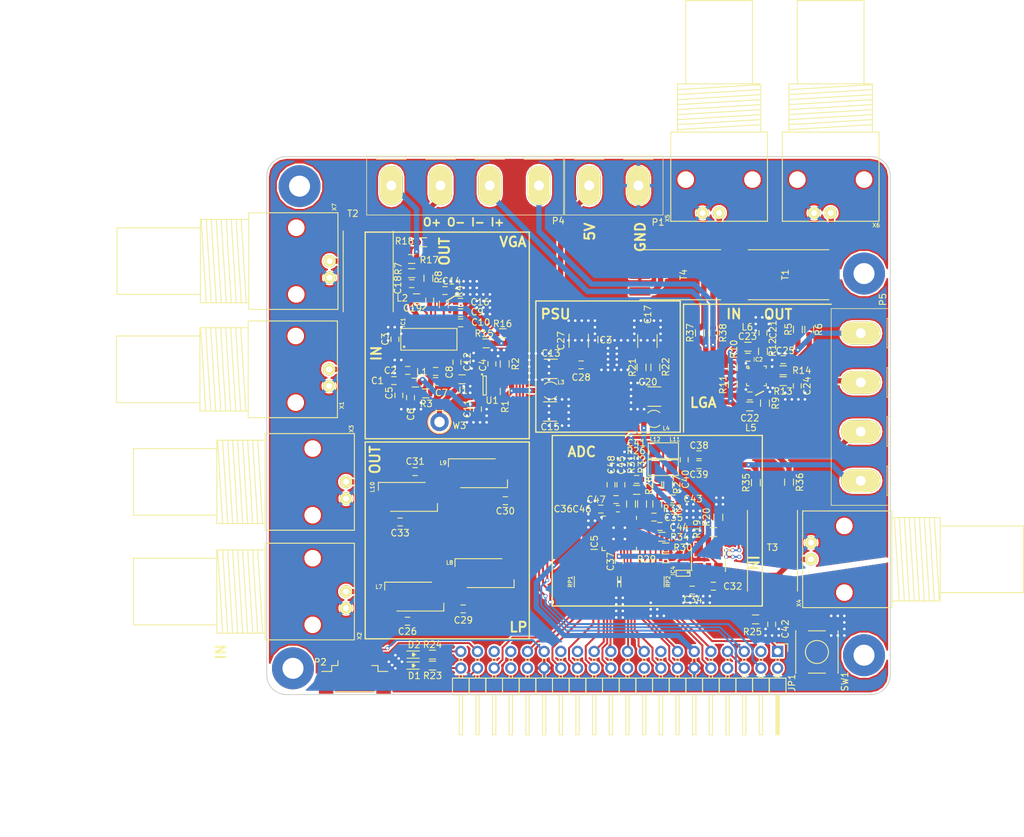
<source format=kicad_pcb>
(kicad_pcb (version 20160815) (host pcbnew "(2016-10-09 revision 6d27087)-master")
  (layers (0 F.Cu signal) (31 B.Cu signal) (34 B.Paste user) (35 F.Paste user) (36 B.SilkS user) (37 F.SilkS user) (38 B.Mask user) (39 F.Mask user) (44 Edge.Cuts user))
  (net 0 "")
  (net 1 GNDA)
  (net 2 "Net-(C1-Pad2)")
  (net 3 +5V)
  (net 4 +5VA)
  (net 5 +3V3)
  (net 6 +3.3VADC)
  (net 7 /HILO)
  (net 8 "Net-(C7-Pad1)")
  (net 9 "Net-(C8-Pad1)")
  (net 10 /SCL)
  (net 11 /SDA)
  (net 12 "Net-(C1-Pad1)")
  (net 13 "Net-(C3-Pad2)")
  (net 14 "Net-(C4-Pad1)")
  (net 15 "Net-(C5-Pad1)")
  (net 16 "Net-(C6-Pad1)")
  (net 17 "Net-(C7-Pad2)")
  (net 18 "Net-(C8-Pad2)")
  (net 19 "Net-(C10-Pad2)")
  (net 20 "Net-(C12-Pad2)")
  (net 21 "Net-(C14-Pad1)")
  (net 22 "Net-(C16-Pad1)")
  (net 23 "Net-(C18-Pad2)")
  (net 24 "Net-(C18-Pad1)")
  (net 25 "Net-(C19-Pad2)")
  (net 26 "Net-(C19-Pad1)")
  (net 27 "Net-(C21-Pad1)")
  (net 28 "Net-(C22-Pad2)")
  (net 29 "Net-(C23-Pad2)")
  (net 30 "Net-(IC2-Pad14)")
  (net 31 "Net-(IC2-Pad12)")
  (net 32 "Net-(IC2-Pad9)")
  (net 33 "Net-(IC2-Pad7)")
  (net 34 "Net-(IC2-Pad4)")
  (net 35 "Net-(IC2-Pad1)")
  (net 36 "Net-(J1-Pad2)")
  (net 37 /OUT1-)
  (net 38 /OUT1+)
  (net 39 /OUT2-)
  (net 40 /OUT2+)
  (net 41 "Net-(T1-Pad1)")
  (net 42 "Net-(T2-Pad1)")
  (net 43 /IN2+)
  (net 44 /IN2-)
  (net 45 "Net-(R5-Pad2)")
  (net 46 "Net-(R6-Pad2)")
  (net 47 "Net-(R17-Pad2)")
  (net 48 "Net-(R18-Pad2)")
  (net 49 "Net-(C26-Pad1)")
  (net 50 "Net-(C28-Pad1)")
  (net 51 "Net-(C29-Pad1)")
  (net 52 "Net-(C30-Pad1)")
  (net 53 "Net-(C31-Pad1)")
  (net 54 "Net-(C33-Pad1)")
  (net 55 "Net-(C38-Pad1)")
  (net 56 /IN3-)
  (net 57 /IN3+)
  (net 58 "Net-(C39-Pad1)")
  (net 59 "Net-(C41-Pad2)")
  (net 60 "Net-(C41-Pad1)")
  (net 61 /SW1)
  (net 62 "Net-(C43-Pad2)")
  (net 63 "Net-(C44-Pad2)")
  (net 64 "Net-(C45-Pad2)")
  (net 65 "Net-(C46-Pad1)")
  (net 66 "Net-(D1-Pad2)")
  (net 67 "Net-(D2-Pad2)")
  (net 68 /CLK_INTERNAL)
  (net 69 /CLK_EXTERNAL)
  (net 70 "Net-(IC5-Pad30)")
  (net 71 "Net-(IC5-Pad29)")
  (net 72 "Net-(IC5-Pad28)")
  (net 73 "Net-(IC5-Pad27)")
  (net 74 "Net-(IC5-Pad26)")
  (net 75 "Net-(IC5-Pad25)")
  (net 76 "Net-(IC5-Pad24)")
  (net 77 "Net-(IC5-Pad23)")
  (net 78 "Net-(IC5-Pad22)")
  (net 79 "Net-(IC5-Pad19)")
  (net 80 "Net-(IC5-Pad18)")
  (net 81 "Net-(IC5-Pad17)")
  (net 82 "Net-(IC5-Pad16)")
  (net 83 "Net-(IC5-Pad15)")
  (net 84 "Net-(IC5-Pad14)")
  (net 85 "Net-(IC5-Pad13)")
  (net 86 "Net-(IC5-Pad12)")
  (net 87 "Net-(IC5-Pad2)")
  (net 88 "Net-(IC5-Pad1)")
  (net 89 /LED1)
  (net 90 /LED2)
  (net 91 /TX)
  (net 92 /RX)
  (net 93 /D12)
  (net 94 /D13)
  (net 95 /D0)
  (net 96 /D1)
  (net 97 /D2)
  (net 98 /D3)
  (net 99 /D4)
  (net 100 /D5)
  (net 101 /D6)
  (net 102 /D7)
  (net 103 /D8)
  (net 104 /D9)
  (net 105 /D10)
  (net 106 /D11)
  (net 107 /OF)
  (net 108 /CLK)
  (net 109 "Net-(R19-Pad2)")
  (net 110 "Net-(IC3-Pad9)")
  (net 111 "Net-(IC3-Pad8)")
  (net 112 "Net-(R35-Pad2)")
  (net 113 "Net-(R36-Pad2)")
  (net 114 "Net-(R37-Pad2)")
  (net 115 "Net-(R38-Pad2)")
  (net 116 "Net-(T3-Pad1)")
  (net 117 "Net-(T4-Pad1)")
  (net 118 "Net-(IC2-Pad10)")
  (net 119 "Net-(IC2-Pad11)")
  (net 120 "Net-(IC4-Pad1)")
  (net 121 "Net-(IC5-Pad9)")
  (net 122 "Net-(JP1-Pad35)")
  (net 123 "Net-(JP1-Pad34)")
  (net 124 "Net-(JP1-Pad33)")
  (net 125 "Net-(JP1-Pad32)")
  (net 126 "Net-(JP1-Pad27)")
  (net 127 "Net-(JP1-Pad25)")
  (net 128 "Net-(JP1-Pad20)")
  (net 129 "Net-(JP1-Pad18)")
  (net 130 "Net-(JP1-Pad15)")
  (net 131 "Net-(JP1-Pad8)")
  (net 132 "Net-(JP1-Pad3)")
  (net 133 "Net-(JP1-Pad2)")
  (net 134 "Net-(Y1-Pad5)")
  (module Mounting_Holes:MountingHole_3.2mm_M3_Pad (layer F.Cu) (at 100 52.5)
    (fp_text reference M4 hide)
    (fp_text value MountingHole_3.2mm_M3_Pad)
    (pad 1 thru_hole circle (at 0 0) (size 6.4 6.4) (drill 3.2) (layers *.Cu *.Mask))
  )
  (module Mounting_Holes:MountingHole_3.2mm_M3_Pad (layer F.Cu) (at 99 126)
    (fp_text reference M3 hide)
    (fp_text value MountingHole_3.2mm_M3_Pad)
    (pad 1 thru_hole circle (at 0 0) (size 6.4 6.4) (drill 3.2) (layers *.Cu *.Mask))
  )
  (module Mounting_Holes:MountingHole_3.2mm_M3_Pad (layer F.Cu) (at 186 124)
    (fp_text reference M2 hide)
    (fp_text value MountingHole_3.2mm_M3_Pad)
    (pad 1 thru_hole circle (at 0 0) (size 6.4 6.4) (drill 3.2) (layers *.Cu *.Mask))
  )
  (module Mounting_Holes:MountingHole_3.2mm_M3_Pad (layer F.Cu) (at 186 65.825)
    (fp_text reference M1 hide)
    (fp_text value MountingHole_3.2mm_M3_Pad)
    (pad 1 thru_hole circle (at 0 0) (size 6.4 6.4) (drill 3.2) (layers *.Cu *.Mask))
  )
  (module Housings_DFN_QFN:QFN-32-1EP_5x5mm_Pitch0.5mm (layer F.Cu) (at 148.705 105.425 270)
    (fp_text reference IC5 (at 1.475 3.78 270) (layer F.SilkS))
    (fp_text value LTC2252)
    (pad 1 smd rect (at -2.4 -1.75 270) (size 0.7 0.25) (layers F.Cu F.Paste F.Mask) (net 88 "Net-(IC5-Pad1)"))
    (pad 2 smd rect (at -2.4 -1.25 270) (size 0.7 0.25) (layers F.Cu F.Paste F.Mask) (net 87 "Net-(IC5-Pad2)"))
    (pad 3 smd rect (at -2.4 -0.75 270) (size 0.7 0.25) (layers F.Cu F.Paste F.Mask) (net 64 "Net-(C45-Pad2)"))
    (pad 4 smd rect (at -2.4 -0.25 270) (size 0.7 0.25) (layers F.Cu F.Paste F.Mask) (net 64 "Net-(C45-Pad2)"))
    (pad 5 smd rect (at -2.4 0.25 270) (size 0.7 0.25) (layers F.Cu F.Paste F.Mask) (net 65 "Net-(C46-Pad1)"))
    (pad 6 smd rect (at -2.4 0.75 270) (size 0.7 0.25) (layers F.Cu F.Paste F.Mask) (net 65 "Net-(C46-Pad1)"))
    (pad 7 smd rect (at -2.4 1.25 270) (size 0.7 0.25) (layers F.Cu F.Paste F.Mask) (net 6 +3.3VADC))
    (pad 8 smd rect (at -2.4 1.75 270) (size 0.7 0.25) (layers F.Cu F.Paste F.Mask) (net 1 GNDA))
    (pad 9 smd rect (at -1.75 2.4) (size 0.7 0.25) (layers F.Cu F.Paste F.Mask) (net 121 "Net-(IC5-Pad9)"))
    (pad 10 smd rect (at -1.25 2.4) (size 0.7 0.25) (layers F.Cu F.Paste F.Mask) (net 1 GNDA))
    (pad 11 smd rect (at -0.75 2.4) (size 0.7 0.25) (layers F.Cu F.Paste F.Mask) (net 1 GNDA))
    (pad 12 smd rect (at -0.25 2.4) (size 0.7 0.25) (layers F.Cu F.Paste F.Mask) (net 86 "Net-(IC5-Pad12)"))
    (pad 13 smd rect (at 0.25 2.4) (size 0.7 0.25) (layers F.Cu F.Paste F.Mask) (net 85 "Net-(IC5-Pad13)"))
    (pad 14 smd rect (at 0.75 2.4) (size 0.7 0.25) (layers F.Cu F.Paste F.Mask) (net 84 "Net-(IC5-Pad14)"))
    (pad 15 smd rect (at 1.25 2.4) (size 0.7 0.25) (layers F.Cu F.Paste F.Mask) (net 83 "Net-(IC5-Pad15)"))
    (pad 16 smd rect (at 1.75 2.4) (size 0.7 0.25) (layers F.Cu F.Paste F.Mask) (net 82 "Net-(IC5-Pad16)"))
    (pad 17 smd rect (at 2.4 1.75 270) (size 0.7 0.25) (layers F.Cu F.Paste F.Mask) (net 81 "Net-(IC5-Pad17)"))
    (pad 18 smd rect (at 2.4 1.25 270) (size 0.7 0.25) (layers F.Cu F.Paste F.Mask) (net 80 "Net-(IC5-Pad18)"))
    (pad 19 smd rect (at 2.4 0.75 270) (size 0.7 0.25) (layers F.Cu F.Paste F.Mask) (net 79 "Net-(IC5-Pad19)"))
    (pad 20 smd rect (at 2.4 0.25 270) (size 0.7 0.25) (layers F.Cu F.Paste F.Mask) (net 1 GNDA))
    (pad 21 smd rect (at 2.4 -0.25 270) (size 0.7 0.25) (layers F.Cu F.Paste F.Mask) (net 5 +3V3))
    (pad 22 smd rect (at 2.4 -0.75 270) (size 0.7 0.25) (layers F.Cu F.Paste F.Mask) (net 78 "Net-(IC5-Pad22)"))
    (pad 23 smd rect (at 2.4 -1.25 270) (size 0.7 0.25) (layers F.Cu F.Paste F.Mask) (net 77 "Net-(IC5-Pad23)"))
    (pad 24 smd rect (at 2.4 -1.75 270) (size 0.7 0.25) (layers F.Cu F.Paste F.Mask) (net 76 "Net-(IC5-Pad24)"))
    (pad 25 smd rect (at 1.75 -2.4) (size 0.7 0.25) (layers F.Cu F.Paste F.Mask) (net 75 "Net-(IC5-Pad25)"))
    (pad 26 smd rect (at 1.25 -2.4) (size 0.7 0.25) (layers F.Cu F.Paste F.Mask) (net 74 "Net-(IC5-Pad26)"))
    (pad 27 smd rect (at 0.75 -2.4) (size 0.7 0.25) (layers F.Cu F.Paste F.Mask) (net 73 "Net-(IC5-Pad27)"))
    (pad 28 smd rect (at 0.25 -2.4) (size 0.7 0.25) (layers F.Cu F.Paste F.Mask) (net 72 "Net-(IC5-Pad28)"))
    (pad 29 smd rect (at -0.25 -2.4) (size 0.7 0.25) (layers F.Cu F.Paste F.Mask) (net 71 "Net-(IC5-Pad29)"))
    (pad 30 smd rect (at -0.75 -2.4) (size 0.7 0.25) (layers F.Cu F.Paste F.Mask) (net 70 "Net-(IC5-Pad30)"))
    (pad 31 smd rect (at -1.25 -2.4) (size 0.7 0.25) (layers F.Cu F.Paste F.Mask) (net 63 "Net-(C44-Pad2)"))
    (pad 32 smd rect (at -1.75 -2.4) (size 0.7 0.25) (layers F.Cu F.Paste F.Mask) (net 6 +3.3VADC))
    (pad EP smd rect (at 0.8625 0.8625 270) (size 1.725 1.725) (layers F.Cu F.Paste F.Mask) (net 1 GNDA))
    (pad EP smd rect (at 0.8625 -0.8625 270) (size 1.725 1.725) (layers F.Cu F.Paste F.Mask) (net 1 GNDA))
    (pad EP smd rect (at -0.8625 0.8625 270) (size 1.725 1.725) (layers F.Cu F.Paste F.Mask) (net 1 GNDA))
    (pad EP smd rect (at -0.8625 -0.8625 270) (size 1.725 1.725) (layers F.Cu F.Paste F.Mask) (net 1 GNDA))
  )
  (module Capacitors_SMD:C_0603 (layer F.Cu) (at 116.455 118.815)
    (fp_text reference C26 (at -0.01 1.56) (layer F.SilkS))
    (fp_text value 82p)
    (pad 2 smd rect (at 0.75 0) (size 0.8 0.75) (layers F.Cu F.Paste F.Mask) (net 1 GNDA))
    (pad 1 smd rect (at -0.75 0) (size 0.8 0.75) (layers F.Cu F.Paste F.Mask) (net 49 "Net-(C26-Pad1)"))
  )
  (module Capacitors_SMD:C_0603 (layer F.Cu) (at 142.8985 79.747 180)
    (fp_text reference C28 (at 0 -1.9 180) (layer F.SilkS))
    (fp_text value 10n)
    (pad 2 smd rect (at 0.75 0 180) (size 0.8 0.75) (layers F.Cu F.Paste F.Mask) (net 1 GNDA))
    (pad 1 smd rect (at -0.75 0 180) (size 0.8 0.75) (layers F.Cu F.Paste F.Mask) (net 50 "Net-(C28-Pad1)"))
  )
  (module Capacitors_SMD:C_0603 (layer F.Cu) (at 124.93 116.94)
    (fp_text reference C29 (at 0.025 1.725) (layer F.SilkS))
    (fp_text value 180p)
    (pad 1 smd rect (at -0.75 0) (size 0.8 0.75) (layers F.Cu F.Paste F.Mask) (net 51 "Net-(C29-Pad1)"))
    (pad 2 smd rect (at 0.75 0) (size 0.8 0.75) (layers F.Cu F.Paste F.Mask) (net 1 GNDA))
  )
  (module Capacitors_SMD:C_0603 (layer F.Cu) (at 131.35 100.45 180)
    (fp_text reference C30 (at 0 -1.575 180) (layer F.SilkS))
    (fp_text value 180p)
    (pad 2 smd rect (at 0.75 0 180) (size 0.8 0.75) (layers F.Cu F.Paste F.Mask) (net 1 GNDA))
    (pad 1 smd rect (at -0.75 0 180) (size 0.8 0.75) (layers F.Cu F.Paste F.Mask) (net 52 "Net-(C30-Pad1)"))
  )
  (module Capacitors_SMD:C_0603 (layer F.Cu) (at 117.605 96.015 180)
    (fp_text reference C31 (at -0.015 1.565 180) (layer F.SilkS))
    (fp_text value 180p)
    (pad 1 smd rect (at -0.75 0 180) (size 0.8 0.75) (layers F.Cu F.Paste F.Mask) (net 53 "Net-(C31-Pad1)"))
    (pad 2 smd rect (at 0.75 0 180) (size 0.8 0.75) (layers F.Cu F.Paste F.Mask) (net 1 GNDA))
  )
  (module Capacitors_SMD:C_0603 (layer F.Cu) (at 163.055 113.48)
    (fp_text reference C32 (at 2.945 0.02) (layer F.SilkS))
    (fp_text value 100n)
    (pad 1 smd rect (at -0.75 0) (size 0.8 0.75) (layers F.Cu F.Paste F.Mask) (net 1 GNDA))
    (pad 2 smd rect (at 0.75 0) (size 0.8 0.75) (layers F.Cu F.Paste F.Mask) (net 5 +3V3))
  )
  (module Capacitors_SMD:C_0603 (layer F.Cu) (at 115.33 103.69)
    (fp_text reference C33 (at -0.01 1.68) (layer F.SilkS))
    (fp_text value 82p)
    (pad 1 smd rect (at -0.75 0) (size 0.8 0.75) (layers F.Cu F.Paste F.Mask) (net 54 "Net-(C33-Pad1)"))
    (pad 2 smd rect (at 0.75 0) (size 0.8 0.75) (layers F.Cu F.Paste F.Mask) (net 1 GNDA))
  )
  (module Capacitors_SMD:C_0603 (layer F.Cu) (at 159.83 114.08 180)
    (fp_text reference C34 (at -0.095 -1.47 180) (layer F.SilkS))
    (fp_text value 100n)
    (pad 2 smd rect (at 0.75 0 180) (size 0.8 0.75) (layers F.Cu F.Paste F.Mask) (net 5 +3V3))
    (pad 1 smd rect (at -0.75 0 180) (size 0.8 0.75) (layers F.Cu F.Paste F.Mask) (net 1 GNDA))
  )
  (module Capacitors_SMD:C_0603 (layer F.Cu) (at 154 102.95 180)
    (fp_text reference C35 (at -2.975 -0.075 180) (layer F.SilkS))
    (fp_text value 100n)
    (pad 2 smd rect (at 0.75 0 180) (size 0.8 0.75) (layers F.Cu F.Paste F.Mask) (net 6 +3.3VADC))
    (pad 1 smd rect (at -0.75 0 180) (size 0.8 0.75) (layers F.Cu F.Paste F.Mask) (net 1 GNDA))
  )
  (module Capacitors_SMD:C_0603 (layer F.Cu) (at 145.905 101.725)
    (fp_text reference C36 (at -5.73 -0.025) (layer F.SilkS))
    (fp_text value 100n)
    (pad 1 smd rect (at -0.75 0) (size 0.8 0.75) (layers F.Cu F.Paste F.Mask) (net 1 GNDA))
    (pad 2 smd rect (at 0.75 0) (size 0.8 0.75) (layers F.Cu F.Paste F.Mask) (net 6 +3.3VADC))
  )
  (module Capacitors_SMD:C_0603 (layer F.Cu) (at 148.705 109.675 90)
    (fp_text reference C37 (at -0.05 -1.325 90) (layer F.SilkS))
    (fp_text value 100n)
    (pad 1 smd rect (at -0.75 0 90) (size 0.8 0.75) (layers F.Cu F.Paste F.Mask) (net 1 GNDA))
    (pad 2 smd rect (at 0.75 0 90) (size 0.8 0.75) (layers F.Cu F.Paste F.Mask) (net 5 +3V3))
  )
  (module Capacitors_SMD:C_0603 (layer F.Cu) (at 160.855 93.45)
    (fp_text reference C38 (at 0.02 -1.425) (layer F.SilkS))
    (fp_text value 100n)
    (pad 2 smd rect (at 0.75 0) (size 0.8 0.75) (layers F.Cu F.Paste F.Mask) (net 56 /IN3-))
    (pad 1 smd rect (at -0.75 0) (size 0.8 0.75) (layers F.Cu F.Paste F.Mask) (net 55 "Net-(C38-Pad1)"))
  )
  (module Capacitors_SMD:C_0603 (layer F.Cu) (at 160.85 94.95)
    (fp_text reference C39 (at -0.005 1.5) (layer F.SilkS))
    (fp_text value 100n)
    (pad 1 smd rect (at -0.75 0) (size 0.8 0.75) (layers F.Cu F.Paste F.Mask) (net 58 "Net-(C39-Pad1)"))
    (pad 2 smd rect (at 0.75 0) (size 0.8 0.75) (layers F.Cu F.Paste F.Mask) (net 57 /IN3+))
  )
  (module Capacitors_SMD:C_0603 (layer F.Cu) (at 158.605 94.2 270)
    (fp_text reference C40 (at 2.975 -0.195 270) (layer F.SilkS))
    (fp_text value 22p)
    (pad 2 smd rect (at 0.75 0 270) (size 0.8 0.75) (layers F.Cu F.Paste F.Mask) (net 58 "Net-(C39-Pad1)"))
    (pad 1 smd rect (at -0.75 0 270) (size 0.8 0.75) (layers F.Cu F.Paste F.Mask) (net 55 "Net-(C38-Pad1)"))
  )
  (module Capacitors_SMD:C_0603 (layer F.Cu) (at 151.355 97.2)
    (fp_text reference C41 (at -0.03 -5.55) (layer F.SilkS))
    (fp_text value 10p)
    (pad 1 smd rect (at -0.75 0) (size 0.8 0.75) (layers F.Cu F.Paste F.Mask) (net 60 "Net-(C41-Pad1)"))
    (pad 2 smd rect (at 0.75 0) (size 0.8 0.75) (layers F.Cu F.Paste F.Mask) (net 59 "Net-(C41-Pad2)"))
  )
  (module Capacitors_SMD:C_0603 (layer F.Cu) (at 171.935 119.29 270)
    (fp_text reference C42 (at 0.71 -2.065 270) (layer F.SilkS))
    (fp_text value TBD)
    (pad 1 smd rect (at -0.75 0 270) (size 0.8 0.75) (layers F.Cu F.Paste F.Mask) (net 61 /SW1))
    (pad 2 smd rect (at 0.75 0 270) (size 0.8 0.75) (layers F.Cu F.Paste F.Mask) (net 1 GNDA))
  )
  (module Capacitors_SMD:C_0603 (layer F.Cu) (at 156.905 100.175 180)
    (fp_text reference C43 (at -3.045 0 180) (layer F.SilkS))
    (fp_text value 100n)
    (pad 2 smd rect (at 0.75 0 180) (size 0.8 0.75) (layers F.Cu F.Paste F.Mask) (net 62 "Net-(C43-Pad2)"))
    (pad 1 smd rect (at -0.75 0 180) (size 0.8 0.75) (layers F.Cu F.Paste F.Mask) (net 1 GNDA))
  )
  (module Capacitors_SMD:C_0603 (layer F.Cu) (at 154.905 104.375 180)
    (fp_text reference C44 (at -2.92 -0.1 180) (layer F.SilkS))
    (fp_text value 2u2)
    (pad 1 smd rect (at -0.75 0 180) (size 0.8 0.75) (layers F.Cu F.Paste F.Mask) (net 1 GNDA))
    (pad 2 smd rect (at 0.75 0 180) (size 0.8 0.75) (layers F.Cu F.Paste F.Mask) (net 63 "Net-(C44-Pad2)"))
  )
  (module Capacitors_SMD:C_0603 (layer F.Cu) (at 148.955 98.025 270)
    (fp_text reference C45 (at -3 -0.05 270) (layer F.SilkS))
    (fp_text value 1u)
    (pad 2 smd rect (at 0.75 0 270) (size 0.8 0.75) (layers F.Cu F.Paste F.Mask) (net 64 "Net-(C45-Pad2)"))
    (pad 1 smd rect (at -0.75 0 270) (size 0.8 0.75) (layers F.Cu F.Paste F.Mask) (net 1 GNDA))
  )
  (module Capacitors_SMD:C_0603 (layer F.Cu) (at 148.205 100.275)
    (fp_text reference C47 (at -3 0) (layer F.SilkS))
    (fp_text value 2u2)
    (pad 2 smd rect (at 0.75 0) (size 0.8 0.75) (layers F.Cu F.Paste F.Mask) (net 64 "Net-(C45-Pad2)"))
    (pad 1 smd rect (at -0.75 0) (size 0.8 0.75) (layers F.Cu F.Paste F.Mask) (net 65 "Net-(C46-Pad1)"))
  )
  (module Capacitors_SMD:C_0603 (layer F.Cu) (at 147.455 98.025 270)
    (fp_text reference C48 (at -3.05 -0.045 270) (layer F.SilkS))
    (fp_text value 1u)
    (pad 1 smd rect (at -0.75 0 270) (size 0.8 0.75) (layers F.Cu F.Paste F.Mask) (net 1 GNDA))
    (pad 2 smd rect (at 0.75 0 270) (size 0.8 0.75) (layers F.Cu F.Paste F.Mask) (net 65 "Net-(C46-Pad1)"))
  )
  (module LEDs:LED_0603 (layer F.Cu) (at 117.4357 125.58)
    (fp_text reference D1 (at 0.0393 1.545) (layer F.SilkS))
    (fp_text value LED)
    (pad 2 smd rect (at 0.7493 0 180) (size 0.79756 0.79756) (layers F.Cu F.Paste F.Mask) (net 66 "Net-(D1-Pad2)"))
    (pad 1 smd rect (at -0.7493 0 180) (size 0.79756 0.79756) (layers F.Cu F.Paste F.Mask) (net 1 GNDA))
  )
  (module LEDs:LED_0603 (layer F.Cu) (at 117.455 123.91)
    (fp_text reference D2 (at 0 -1.5) (layer F.SilkS))
    (fp_text value LED)
    (pad 1 smd rect (at -0.7493 0 180) (size 0.79756 0.79756) (layers F.Cu F.Paste F.Mask) (net 1 GNDA))
    (pad 2 smd rect (at 0.7493 0 180) (size 0.79756 0.79756) (layers F.Cu F.Paste F.Mask) (net 67 "Net-(D2-Pad2)"))
  )
  (module SDRfootprints:SOT353 (layer F.Cu) (at 159.08 110.355 270)
    (fp_text reference IC4 (at 0.77 2.18 270) (layer F.SilkS) (effects (font (size 0.6 0.6) (thickness 0.12))))
    (fp_text value NC7SVU04)
    (pad 5 smd rect (at 2.3 0 270) (size 1 0.3) (layers F.Cu F.Paste F.Mask) (net 5 +3V3))
    (pad 4 smd rect (at 2.3 1.3 270) (size 1 0.3) (layers F.Cu F.Paste F.Mask) (net 69 /CLK_EXTERNAL))
    (pad 3 smd rect (at 0 1.3 270) (size 1 0.3) (layers F.Cu F.Paste F.Mask) (net 1 GNDA))
    (pad 2 smd rect (at 0 0.65 270) (size 1 0.3) (layers F.Cu F.Paste F.Mask) (net 68 /CLK_INTERNAL))
    (pad 1 smd rect (at 0 0 270) (size 1 0.3) (layers F.Cu F.Paste F.Mask) (net 120 "Net-(IC4-Pad1)"))
  )
  (module Pin_Headers:Pin_Header_Angled_2x20 (layer F.Cu) (at 172.83 123.425 270)
    (fp_text reference JP1 (at 4.775 -2.17 270) (layer F.SilkS))
    (fp_text value DE0_nano_GPIO-1)
    (pad 1 thru_hole rect (at 0 0 270) (size 1.7272 1.7272) (drill 1.016) (layers *.Cu *.Mask) (net 108 /CLK))
    (pad 2 thru_hole oval (at 2.54 0 270) (size 1.7272 1.7272) (drill 1.016) (layers *.Cu *.Mask) (net 133 "Net-(JP1-Pad2)"))
    (pad 3 thru_hole oval (at 0 2.54 270) (size 1.7272 1.7272) (drill 1.016) (layers *.Cu *.Mask) (net 132 "Net-(JP1-Pad3)"))
    (pad 4 thru_hole oval (at 2.54 2.54 270) (size 1.7272 1.7272) (drill 1.016) (layers *.Cu *.Mask) (net 11 /SDA))
    (pad 5 thru_hole oval (at 0 5.08 270) (size 1.7272 1.7272) (drill 1.016) (layers *.Cu *.Mask) (net 10 /SCL))
    (pad 6 thru_hole oval (at 2.54 5.08 270) (size 1.7272 1.7272) (drill 1.016) (layers *.Cu *.Mask) (net 7 /HILO))
    (pad 7 thru_hole oval (at 0 7.62 270) (size 1.7272 1.7272) (drill 1.016) (layers *.Cu *.Mask) (net 61 /SW1))
    (pad 8 thru_hole oval (at 2.54 7.62 270) (size 1.7272 1.7272) (drill 1.016) (layers *.Cu *.Mask) (net 131 "Net-(JP1-Pad8)"))
    (pad 9 thru_hole oval (at 0 10.16 270) (size 1.7272 1.7272) (drill 1.016) (layers *.Cu *.Mask) (net 107 /OF))
    (pad 10 thru_hole oval (at 2.54 10.16 270) (size 1.7272 1.7272) (drill 1.016) (layers *.Cu *.Mask) (net 106 /D11))
    (pad 11 thru_hole oval (at 0 12.7 270) (size 1.7272 1.7272) (drill 1.016) (layers *.Cu *.Mask) (net 3 +5V))
    (pad 12 thru_hole oval (at 2.54 12.7 270) (size 1.7272 1.7272) (drill 1.016) (layers *.Cu *.Mask) (net 1 GNDA))
    (pad 13 thru_hole oval (at 0 15.24 270) (size 1.7272 1.7272) (drill 1.016) (layers *.Cu *.Mask) (net 105 /D10))
    (pad 14 thru_hole oval (at 2.54 15.24 270) (size 1.7272 1.7272) (drill 1.016) (layers *.Cu *.Mask) (net 104 /D9))
    (pad 15 thru_hole oval (at 0 17.78 270) (size 1.7272 1.7272) (drill 1.016) (layers *.Cu *.Mask) (net 130 "Net-(JP1-Pad15)"))
    (pad 16 thru_hole oval (at 2.54 17.78 270) (size 1.7272 1.7272) (drill 1.016) (layers *.Cu *.Mask) (net 103 /D8))
    (pad 17 thru_hole oval (at 0 20.32 270) (size 1.7272 1.7272) (drill 1.016) (layers *.Cu *.Mask) (net 102 /D7))
    (pad 18 thru_hole oval (at 2.54 20.32 270) (size 1.7272 1.7272) (drill 1.016) (layers *.Cu *.Mask) (net 129 "Net-(JP1-Pad18)"))
    (pad 19 thru_hole oval (at 0 22.86 270) (size 1.7272 1.7272) (drill 1.016) (layers *.Cu *.Mask) (net 101 /D6))
    (pad 20 thru_hole oval (at 2.54 22.86 270) (size 1.7272 1.7272) (drill 1.016) (layers *.Cu *.Mask) (net 128 "Net-(JP1-Pad20)"))
    (pad 21 thru_hole oval (at 0 25.4 270) (size 1.7272 1.7272) (drill 1.016) (layers *.Cu *.Mask) (net 100 /D5))
    (pad 22 thru_hole oval (at 2.54 25.4 270) (size 1.7272 1.7272) (drill 1.016) (layers *.Cu *.Mask) (net 99 /D4))
    (pad 23 thru_hole oval (at 0 27.94 270) (size 1.7272 1.7272) (drill 1.016) (layers *.Cu *.Mask) (net 98 /D3))
    (pad 24 thru_hole oval (at 2.54 27.94 270) (size 1.7272 1.7272) (drill 1.016) (layers *.Cu *.Mask) (net 97 /D2))
    (pad 25 thru_hole oval (at 0 30.48 270) (size 1.7272 1.7272) (drill 1.016) (layers *.Cu *.Mask) (net 127 "Net-(JP1-Pad25)"))
    (pad 26 thru_hole oval (at 2.54 30.48 270) (size 1.7272 1.7272) (drill 1.016) (layers *.Cu *.Mask) (net 96 /D1))
    (pad 27 thru_hole oval (at 0 33.02 270) (size 1.7272 1.7272) (drill 1.016) (layers *.Cu *.Mask) (net 126 "Net-(JP1-Pad27)"))
    (pad 28 thru_hole oval (at 2.54 33.02 270) (size 1.7272 1.7272) (drill 1.016) (layers *.Cu *.Mask) (net 95 /D0))
    (pad 29 thru_hole oval (at 0 35.56 270) (size 1.7272 1.7272) (drill 1.016) (layers *.Cu *.Mask) (net 5 +3V3))
    (pad 30 thru_hole oval (at 2.54 35.56 270) (size 1.7272 1.7272) (drill 1.016) (layers *.Cu *.Mask) (net 1 GNDA))
    (pad 31 thru_hole oval (at 0 38.1 270) (size 1.7272 1.7272) (drill 1.016) (layers *.Cu *.Mask) (net 94 /D13))
    (pad 32 thru_hole oval (at 2.54 38.1 270) (size 1.7272 1.7272) (drill 1.016) (layers *.Cu *.Mask) (net 125 "Net-(JP1-Pad32)"))
    (pad 33 thru_hole oval (at 0 40.64 270) (size 1.7272 1.7272) (drill 1.016) (layers *.Cu *.Mask) (net 124 "Net-(JP1-Pad33)"))
    (pad 34 thru_hole oval (at 2.54 40.64 270) (size 1.7272 1.7272) (drill 1.016) (layers *.Cu *.Mask) (net 123 "Net-(JP1-Pad34)"))
    (pad 35 thru_hole oval (at 0 43.18 270) (size 1.7272 1.7272) (drill 1.016) (layers *.Cu *.Mask) (net 122 "Net-(JP1-Pad35)"))
    (pad 36 thru_hole oval (at 2.54 43.18 270) (size 1.7272 1.7272) (drill 1.016) (layers *.Cu *.Mask) (net 93 /D12))
    (pad 37 thru_hole oval (at 0 45.72 270) (size 1.7272 1.7272) (drill 1.016) (layers *.Cu *.Mask) (net 92 /RX))
    (pad 38 thru_hole oval (at 2.54 45.72 270) (size 1.7272 1.7272) (drill 1.016) (layers *.Cu *.Mask) (net 91 /TX))
    (pad 39 thru_hole oval (at 0 48.26 270) (size 1.7272 1.7272) (drill 1.016) (layers *.Cu *.Mask) (net 90 /LED2))
    (pad 40 thru_hole oval (at 2.54 48.26 270) (size 1.7272 1.7272) (drill 1.016) (layers *.Cu *.Mask) (net 89 /LED1))
  )
  (module SDRfootprints:Coil_132-XXSM_L_ (layer F.Cu) (at 113.48 116.865)
    (fp_text reference L7 (at -1.395 -3.28) (layer F.SilkS) (effects (font (size 0.6 0.6) (thickness 0.12))))
    (fp_text value 307n)
    (pad 1 smd rect (at 0 0) (size 2.1 4.8) (layers F.Cu F.Paste F.Mask) (net 49 "Net-(C26-Pad1)"))
    (pad 2 smd rect (at 8 -3.6) (size 2.1 4.75) (layers F.Cu F.Paste F.Mask) (net 51 "Net-(C29-Pad1)"))
  )
  (module SDRfootprints:Coil_132-XXSM_L_ (layer F.Cu) (at 124.18 113.29)
    (fp_text reference L8 (at -1.315 -3.395) (layer F.SilkS) (effects (font (size 0.6 0.6) (thickness 0.12))))
    (fp_text value 380n)
    (pad 1 smd rect (at 0 0) (size 2.1 4.8) (layers F.Cu F.Paste F.Mask) (net 51 "Net-(C29-Pad1)"))
    (pad 2 smd rect (at 8 -3.6) (size 2.1 4.75) (layers F.Cu F.Paste F.Mask) (net 52 "Net-(C30-Pad1)"))
  )
  (module SDRfootprints:Coil_132-XXSM_L_ (layer F.Cu) (at 131.18 94.465 180)
    (fp_text reference L9 (at 9.31 -0.215 180) (layer F.SilkS) (effects (font (size 0.6 0.6) (thickness 0.12))))
    (fp_text value 380n)
    (pad 2 smd rect (at 8 -3.6 180) (size 2.1 4.75) (layers F.Cu F.Paste F.Mask) (net 53 "Net-(C31-Pad1)"))
    (pad 1 smd rect (at 0 0 180) (size 2.1 4.8) (layers F.Cu F.Paste F.Mask) (net 52 "Net-(C30-Pad1)"))
  )
  (module SDRfootprints:Coil_132-XXSM_L_ (layer F.Cu) (at 120.505 98.065 180)
    (fp_text reference L10 (at 9.405 -0.305 270) (layer F.SilkS) (effects (font (size 0.6 0.6) (thickness 0.12))))
    (fp_text value 307n)
    (pad 2 smd rect (at 8 -3.6 180) (size 2.1 4.75) (layers F.Cu F.Paste F.Mask) (net 54 "Net-(C33-Pad1)"))
    (pad 1 smd rect (at 0 0 180) (size 2.1 4.8) (layers F.Cu F.Paste F.Mask) (net 53 "Net-(C31-Pad1)"))
  )
  (module Resistors_SMD:R_0603 (layer F.Cu) (at 163.055 105.23)
    (fp_text reference R19 (at -2.505 -0.455 90) (layer F.SilkS))
    (fp_text value 10k)
    (pad 2 smd rect (at 0.75 0) (size 0.5 0.9) (layers F.Cu F.Paste F.Mask) (net 109 "Net-(R19-Pad2)"))
    (pad 1 smd rect (at -0.75 0) (size 0.5 0.9) (layers F.Cu F.Paste F.Mask) (net 5 +3V3))
  )
  (module Resistors_SMD:R_0603 (layer F.Cu) (at 163.8 102.975 90)
    (fp_text reference R20 (at 0.025 -1.8 90) (layer F.SilkS))
    (fp_text value 10k)
    (pad 2 smd rect (at 0.75 0 90) (size 0.5 0.9) (layers F.Cu F.Paste F.Mask) (net 1 GNDA))
    (pad 1 smd rect (at -0.75 0 90) (size 0.5 0.9) (layers F.Cu F.Paste F.Mask) (net 109 "Net-(R19-Pad2)"))
  )
  (module Resistors_SMD:R_0603 (layer F.Cu) (at 152.106 80.116 90)
    (fp_text reference R21 (at -0.014 -1.396 90) (layer F.SilkS))
    (fp_text value 23k2)
    (pad 1 smd rect (at -0.75 0 90) (size 0.5 0.9) (layers F.Cu F.Paste F.Mask) (net 111 "Net-(IC3-Pad8)"))
    (pad 2 smd rect (at 0.75 0 90) (size 0.5 0.9) (layers F.Cu F.Paste F.Mask) (net 110 "Net-(IC3-Pad9)"))
  )
  (module Resistors_SMD:R_0603 (layer F.Cu) (at 154.2015 80.128 90)
    (fp_text reference R22 (at 0.068 1.5985 90) (layer F.SilkS))
    (fp_text value 13k3)
    (pad 2 smd rect (at 0.75 0 90) (size 0.5 0.9) (layers F.Cu F.Paste F.Mask) (net 111 "Net-(IC3-Pad8)"))
    (pad 1 smd rect (at -0.75 0 90) (size 0.5 0.9) (layers F.Cu F.Paste F.Mask) (net 1 GNDA))
  )
  (module Resistors_SMD:R_0603 (layer F.Cu) (at 120.245 125.58 180)
    (fp_text reference R23 (at -0.03 -1.545 180) (layer F.SilkS))
    (fp_text value 68)
    (pad 2 smd rect (at 0.75 0 180) (size 0.5 0.9) (layers F.Cu F.Paste F.Mask) (net 66 "Net-(D1-Pad2)"))
    (pad 1 smd rect (at -0.75 0 180) (size 0.5 0.9) (layers F.Cu F.Paste F.Mask) (net 89 /LED1))
  )
  (module Resistors_SMD:R_0603 (layer F.Cu) (at 120.245 123.91 180)
    (fp_text reference R24 (at -0.005 1.51 180) (layer F.SilkS))
    (fp_text value 68)
    (pad 1 smd rect (at -0.75 0 180) (size 0.5 0.9) (layers F.Cu F.Paste F.Mask) (net 90 /LED2))
    (pad 2 smd rect (at 0.75 0 180) (size 0.5 0.9) (layers F.Cu F.Paste F.Mask) (net 67 "Net-(D2-Pad2)"))
  )
  (module Resistors_SMD:R_0603 (layer F.Cu) (at 169.475 118.54 180)
    (fp_text reference R25 (at 0.475 -1.9 180) (layer F.SilkS))
    (fp_text value 10k)
    (pad 1 smd rect (at -0.75 0 180) (size 0.5 0.9) (layers F.Cu F.Paste F.Mask) (net 61 /SW1))
    (pad 2 smd rect (at 0.75 0 180) (size 0.5 0.9) (layers F.Cu F.Paste F.Mask) (net 5 +3V3))
  )
  (module Resistors_SMD:R_0603 (layer F.Cu) (at 151.355 98.8 180)
    (fp_text reference R26 (at 0.08 5.95 180) (layer F.SilkS))
    (fp_text value 3k9)
    (pad 2 smd rect (at 0.75 0 180) (size 0.5 0.9) (layers F.Cu F.Paste F.Mask) (net 60 "Net-(C41-Pad1)"))
    (pad 1 smd rect (at -0.75 0 180) (size 0.5 0.9) (layers F.Cu F.Paste F.Mask) (net 59 "Net-(C41-Pad2)"))
  )
  (module Resistors_SMD:R_0603 (layer F.Cu) (at 156.155 98.025 90)
    (fp_text reference R27 (at 0.025 1.345 90) (layer F.SilkS))
    (fp_text value 100)
    (pad 2 smd rect (at 0.75 0 90) (size 0.5 0.9) (layers F.Cu F.Paste F.Mask) (net 60 "Net-(C41-Pad1)"))
    (pad 1 smd rect (at -0.75 0 90) (size 0.5 0.9) (layers F.Cu F.Paste F.Mask) (net 62 "Net-(C43-Pad2)"))
  )
  (module Resistors_SMD:R_0603 (layer F.Cu) (at 154.505 98.025 270)
    (fp_text reference R28 (at 0.1 1.255 270) (layer F.SilkS))
    (fp_text value 100)
    (pad 1 smd rect (at -0.75 0 270) (size 0.5 0.9) (layers F.Cu F.Paste F.Mask) (net 59 "Net-(C41-Pad2)"))
    (pad 2 smd rect (at 0.75 0 270) (size 0.5 0.9) (layers F.Cu F.Paste F.Mask) (net 62 "Net-(C43-Pad2)"))
  )
  (module Resistors_SMD:R_0603 (layer F.Cu) (at 155.78 109.225 180)
    (fp_text reference R29 (at 2.93 -0.15 180) (layer F.SilkS))
    (fp_text value 10k)
    (pad 1 smd rect (at -0.75 0 180) (size 0.5 0.9) (layers F.Cu F.Paste F.Mask) (net 6 +3.3VADC))
    (pad 2 smd rect (at 0.75 0 180) (size 0.5 0.9) (layers F.Cu F.Paste F.Mask) (net 71 "Net-(IC5-Pad29)"))
  )
  (module Resistors_SMD:R_0603 (layer F.Cu) (at 155.78 107.575)
    (fp_text reference R30 (at 2.62 0.025) (layer F.SilkS))
    (fp_text value 22k)
    (pad 1 smd rect (at -0.75 0) (size 0.5 0.9) (layers F.Cu F.Paste F.Mask) (net 71 "Net-(IC5-Pad29)"))
    (pad 2 smd rect (at 0.75 0) (size 0.5 0.9) (layers F.Cu F.Paste F.Mask) (net 1 GNDA))
  )
  (module Resistors_SMD:R_0603 (layer F.Cu) (at 150.505 100.95 90)
    (fp_text reference R31 (at 6.025 0.045 90) (layer F.SilkS))
    (fp_text value 22R)
    (pad 1 smd rect (at -0.75 0 90) (size 0.5 0.9) (layers F.Cu F.Paste F.Mask) (net 87 "Net-(IC5-Pad2)"))
    (pad 2 smd rect (at 0.75 0 90) (size 0.5 0.9) (layers F.Cu F.Paste F.Mask) (net 60 "Net-(C41-Pad1)"))
  )
  (module Resistors_SMD:R_0603 (layer F.Cu) (at 154.505 100.95 90)
    (fp_text reference R32 (at -0.7 2.295 180) (layer F.SilkS))
    (fp_text value 0R)
    (pad 2 smd rect (at 0.75 0 90) (size 0.5 0.9) (layers F.Cu F.Paste F.Mask) (net 62 "Net-(C43-Pad2)"))
    (pad 1 smd rect (at -0.75 0 90) (size 0.5 0.9) (layers F.Cu F.Paste F.Mask) (net 63 "Net-(C44-Pad2)"))
  )
  (module Resistors_SMD:R_0603 (layer F.Cu) (at 152.18 100.95 90)
    (fp_text reference R33 (at 6.1 -0.055 90) (layer F.SilkS))
    (fp_text value 22R)
    (pad 2 smd rect (at 0.75 0 90) (size 0.5 0.9) (layers F.Cu F.Paste F.Mask) (net 59 "Net-(C41-Pad2)"))
    (pad 1 smd rect (at -0.75 0 90) (size 0.5 0.9) (layers F.Cu F.Paste F.Mask) (net 88 "Net-(IC5-Pad1)"))
  )
  (module Resistors_SMD:R_0603 (layer F.Cu) (at 155.205 105.95)
    (fp_text reference R34 (at 2.72 0.05) (layer F.SilkS))
    (fp_text value 0R)
    (pad 2 smd rect (at 0.75 0) (size 0.5 0.9) (layers F.Cu F.Paste F.Mask) (net 63 "Net-(C44-Pad2)"))
    (pad 1 smd rect (at -0.75 0) (size 0.5 0.9) (layers F.Cu F.Paste F.Mask) (net 70 "Net-(IC5-Pad30)"))
  )
  (module Resistors_SMD:R_0603 (layer F.Cu) (at 169.525 97.7 270)
    (fp_text reference R35 (at 0 1.48 270) (layer F.SilkS))
    (fp_text value TBD)
    (pad 1 smd rect (at -0.75 0 270) (size 0.5 0.9) (layers F.Cu F.Paste F.Mask) (net 57 /IN3+))
    (pad 2 smd rect (at 0.75 0 270) (size 0.5 0.9) (layers F.Cu F.Paste F.Mask) (net 112 "Net-(R35-Pad2)"))
  )
  (module Resistors_SMD:R_0603 (layer F.Cu) (at 174.575 97.625 270)
    (fp_text reference R36 (at 0 -1.645 270) (layer F.SilkS))
    (fp_text value TBD)
    (pad 1 smd rect (at -0.75 0 270) (size 0.5 0.9) (layers F.Cu F.Paste F.Mask) (net 56 /IN3-))
    (pad 2 smd rect (at 0.75 0 270) (size 0.5 0.9) (layers F.Cu F.Paste F.Mask) (net 113 "Net-(R36-Pad2)"))
  )
  (module Resistors_SMD:R_0603 (layer F.Cu) (at 161 74.875 90)
    (fp_text reference R37 (at 0.02 -1.5 90) (layer F.SilkS))
    (fp_text value TBD)
    (pad 1 smd rect (at -0.75 0 90) (size 0.5 0.9) (layers F.Cu F.Paste F.Mask) (net 44 /IN2-))
    (pad 2 smd rect (at 0.75 0 90) (size 0.5 0.9) (layers F.Cu F.Paste F.Mask) (net 114 "Net-(R37-Pad2)"))
  )
  (module Resistors_SMD:R_0603 (layer F.Cu) (at 163 74.875 90)
    (fp_text reference R38 (at 0 1.5 90) (layer F.SilkS))
    (fp_text value TBD)
    (pad 2 smd rect (at 0.75 0 90) (size 0.5 0.9) (layers F.Cu F.Paste F.Mask) (net 115 "Net-(R38-Pad2)"))
    (pad 1 smd rect (at -0.75 0 90) (size 0.5 0.9) (layers F.Cu F.Paste F.Mask) (net 43 /IN2+))
  )
  (module SDRfootprints:2406 (layer F.Cu) (at 147.955 111.9 270)
    (fp_text reference RP1 (at 0.9 6.7 270) (layer F.SilkS) (effects (font (size 0.6 0.6) (thickness 0.12))))
    (fp_text value R_PACK8)
    (pad 1 smd rect (at 0 0 270) (size 1.2 0.5) (layers F.Cu F.Paste F.Mask) (net 79 "Net-(IC5-Pad19)"))
    (pad 2 smd rect (at 0 0.8 270) (size 1.2 0.5) (layers F.Cu F.Paste F.Mask) (net 80 "Net-(IC5-Pad18)"))
    (pad 3 smd rect (at 0 1.6 270) (size 1.2 0.5) (layers F.Cu F.Paste F.Mask) (net 81 "Net-(IC5-Pad17)"))
    (pad 4 smd rect (at 0 2.4 270) (size 1.2 0.5) (layers F.Cu F.Paste F.Mask) (net 82 "Net-(IC5-Pad16)"))
    (pad 5 smd rect (at 0 3.2 270) (size 1.2 0.5) (layers F.Cu F.Paste F.Mask) (net 83 "Net-(IC5-Pad15)"))
    (pad 6 smd rect (at 0 4 270) (size 1.2 0.5) (layers F.Cu F.Paste F.Mask) (net 84 "Net-(IC5-Pad14)"))
    (pad 7 smd rect (at 0 4.8 270) (size 1.2 0.5) (layers F.Cu F.Paste F.Mask) (net 85 "Net-(IC5-Pad13)"))
    (pad 8 smd rect (at 0 5.6 270) (size 1.2 0.5) (layers F.Cu F.Paste F.Mask) (net 86 "Net-(IC5-Pad12)"))
    (pad 9 smd rect (at 1.8 5.6 270) (size 1.2 0.5) (layers F.Cu F.Paste F.Mask) (net 93 /D12))
    (pad 10 smd rect (at 1.8 4.8 270) (size 1.2 0.5) (layers F.Cu F.Paste F.Mask) (net 94 /D13))
    (pad 11 smd rect (at 1.8 4 270) (size 1.2 0.5) (layers F.Cu F.Paste F.Mask) (net 95 /D0))
    (pad 12 smd rect (at 1.8 3.2 270) (size 1.2 0.5) (layers F.Cu F.Paste F.Mask) (net 96 /D1))
    (pad 13 smd rect (at 1.8 2.4 270) (size 1.2 0.5) (layers F.Cu F.Paste F.Mask) (net 97 /D2))
    (pad 14 smd rect (at 1.8 1.6 270) (size 1.2 0.5) (layers F.Cu F.Paste F.Mask) (net 98 /D3))
    (pad 15 smd rect (at 1.8 0.8 270) (size 1.2 0.5) (layers F.Cu F.Paste F.Mask) (net 99 /D4))
    (pad 16 smd rect (at 1.8 0 270) (size 1.2 0.5) (layers F.Cu F.Paste F.Mask) (net 100 /D5))
  )
  (module SDRfootprints:2406 (layer F.Cu) (at 155.055 111.9 270)
    (fp_text reference RP2 (at 0.875 -1.1 270) (layer F.SilkS) (effects (font (size 0.6 0.6) (thickness 0.12))))
    (fp_text value R_PACK8)
    (pad 16 smd rect (at 1.8 0 270) (size 1.2 0.5) (layers F.Cu F.Paste F.Mask) (net 108 /CLK))
    (pad 15 smd rect (at 1.8 0.8 270) (size 1.2 0.5) (layers F.Cu F.Paste F.Mask) (net 107 /OF))
    (pad 14 smd rect (at 1.8 1.6 270) (size 1.2 0.5) (layers F.Cu F.Paste F.Mask) (net 106 /D11))
    (pad 13 smd rect (at 1.8 2.4 270) (size 1.2 0.5) (layers F.Cu F.Paste F.Mask) (net 105 /D10))
    (pad 12 smd rect (at 1.8 3.2 270) (size 1.2 0.5) (layers F.Cu F.Paste F.Mask) (net 104 /D9))
    (pad 11 smd rect (at 1.8 4 270) (size 1.2 0.5) (layers F.Cu F.Paste F.Mask) (net 103 /D8))
    (pad 10 smd rect (at 1.8 4.8 270) (size 1.2 0.5) (layers F.Cu F.Paste F.Mask) (net 102 /D7))
    (pad 9 smd rect (at 1.8 5.6 270) (size 1.2 0.5) (layers F.Cu F.Paste F.Mask) (net 101 /D6))
    (pad 8 smd rect (at 0 5.6 270) (size 1.2 0.5) (layers F.Cu F.Paste F.Mask) (net 78 "Net-(IC5-Pad22)"))
    (pad 7 smd rect (at 0 4.8 270) (size 1.2 0.5) (layers F.Cu F.Paste F.Mask) (net 77 "Net-(IC5-Pad23)"))
    (pad 6 smd rect (at 0 4 270) (size 1.2 0.5) (layers F.Cu F.Paste F.Mask) (net 76 "Net-(IC5-Pad24)"))
    (pad 5 smd rect (at 0 3.2 270) (size 1.2 0.5) (layers F.Cu F.Paste F.Mask) (net 75 "Net-(IC5-Pad25)"))
    (pad 4 smd rect (at 0 2.4 270) (size 1.2 0.5) (layers F.Cu F.Paste F.Mask) (net 74 "Net-(IC5-Pad26)"))
    (pad 3 smd rect (at 0 1.6 270) (size 1.2 0.5) (layers F.Cu F.Paste F.Mask) (net 73 "Net-(IC5-Pad27)"))
    (pad 2 smd rect (at 0 0.8 270) (size 1.2 0.5) (layers F.Cu F.Paste F.Mask) (net 72 "Net-(IC5-Pad28)"))
    (pad 1 smd rect (at 0 0 270) (size 1.2 0.5) (layers F.Cu F.Paste F.Mask) (net 69 /CLK_EXTERNAL))
  )
  (module Buttons_Switches_SMD:SW_SPST_PTS645 (layer F.Cu) (at 178.825 123.51 270)
    (fp_text reference SW1 (at 4.49 -4.25 270) (layer F.SilkS))
    (fp_text value SW_PUSH)
    (pad 2 smd rect (at -3.975 2.25 270) (size 1.55 1.3) (layers F.Cu F.Paste F.Mask) (net 61 /SW1))
    (pad 1 smd rect (at -3.975 -2.25 270) (size 1.55 1.3) (layers F.Cu F.Paste F.Mask) (net 1 GNDA))
    (pad 1 smd rect (at 3.975 -2.25 270) (size 1.55 1.3) (layers F.Cu F.Paste F.Mask) (net 1 GNDA))
    (pad 2 smd rect (at 3.975 2.25 270) (size 1.55 1.3) (layers F.Cu F.Paste F.Mask) (net 61 /SW1))
  )
  (module SDRfootprints:1-1337543-0 (layer F.Cu) (at 104.58 66.46 90)
    (fp_text reference X7 (at 10.785 0.72 90) (layer F.SilkS) (effects (font (size 0.6 0.6) (thickness 0.12))))
    (fp_text value OUT_AD)
    (pad "" np_thru_hole circle (at 7.62 -5.08 90) (size 2 2) (drill 2) (layers *.Cu *.Mask F.SilkS))
    (pad "" np_thru_hole circle (at -2.54 -5.08 90) (size 2 2) (drill 2) (layers *.Cu *.Mask F.SilkS))
    (pad 1 thru_hole circle (at 2.54 0 90) (size 1.9 1.9) (drill 0.9) (layers *.Cu *.Mask F.SilkS) (net 42 "Net-(T2-Pad1)"))
    (pad 2 thru_hole circle (at 0 0 90) (size 1.9 1.9) (drill 0.9) (layers *.Cu *.Mask F.SilkS) (net 1 GNDA))
  )
  (module SDRfootprints:OSC_631-1265-1-ND (layer F.Cu) (at 163.806617 107.889951 270)
    (fp_text reference Y1 (at 0.310049 -1.768383 270) (layer F.SilkS) (effects (font (size 0.6 0.6) (thickness 0.12))))
    (fp_text value FVXO-HC53BR)
    (pad 5 smd rect (at 3.1 1.5 270) (size 2.1 0.8) (layers F.Cu F.Paste F.Mask) (net 134 "Net-(Y1-Pad5)"))
    (pad 6 smd rect (at 3.1 0 270) (size 2.1 1.3) (layers F.Cu F.Paste F.Mask) (net 5 +3V3))
    (pad 4 smd rect (at 3.1 3 270) (size 2.1 1.3) (layers F.Cu F.Paste F.Mask) (net 68 /CLK_INTERNAL))
    (pad 3 smd rect (at 0 3 270) (size 2.1 1.3) (layers F.Cu F.Paste F.Mask) (net 1 GNDA))
    (pad 2 smd rect (at 0 1.5 270) (size 2.1 0.8) (layers F.Cu F.Paste F.Mask) (net 5 +3V3))
    (pad 1 smd rect (at 0 0 270) (size 2.1 1.3) (layers F.Cu F.Paste F.Mask) (net 109 "Net-(R19-Pad2)"))
  )
  (module Capacitors_SMD:C_0603 (layer F.Cu) (at 116.48 80.59)
    (fp_text reference C2 (at -2.65 0) (layer F.SilkS))
    (fp_text value 22p)
    (pad 2 smd rect (at 0.75 0) (size 0.8 0.75) (layers F.Cu F.Paste F.Mask) (net 12 "Net-(C1-Pad1)"))
    (pad 1 smd rect (at -0.75 0) (size 0.8 0.75) (layers F.Cu F.Paste F.Mask) (net 1 GNDA))
  )
  (module Capacitors_SMD:C_0603 (layer F.Cu) (at 124.53 71.79 180)
    (fp_text reference C9 (at -2.52 0.11 180) (layer F.SilkS))
    (fp_text value 1n)
    (pad 2 smd rect (at 0.75 0 180) (size 0.8 0.75) (layers F.Cu F.Paste F.Mask) (net 19 "Net-(C10-Pad2)"))
    (pad 1 smd rect (at -0.75 0 180) (size 0.8 0.75) (layers F.Cu F.Paste F.Mask) (net 1 GNDA))
  )
  (module Capacitors_SMD:C_1210 (layer F.Cu) (at 138.275 80.35 180)
    (fp_text reference C13 (at -0.03 2.38 180) (layer F.SilkS))
    (fp_text value 22u)
    (pad 2 smd rect (at 1.5 0 180) (size 1 2.5) (layers F.Cu F.Paste F.Mask) (net 1 GNDA))
    (pad 1 smd rect (at -1.5 0 180) (size 1 2.5) (layers F.Cu F.Paste F.Mask) (net 3 +5V))
  )
  (module Capacitors_SMD:C_1210 (layer F.Cu) (at 138.175 86.85)
    (fp_text reference C15 (at -0.005 2.34) (layer F.SilkS))
    (fp_text value 22u)
    (pad 2 smd rect (at 1.5 0) (size 1 2.5) (layers F.Cu F.Paste F.Mask) (net 1 GNDA))
    (pad 1 smd rect (at -1.5 0) (size 1 2.5) (layers F.Cu F.Paste F.Mask) (net 4 +5VA))
  )
  (module Capacitors_SMD:C_1210 (layer F.Cu) (at 152.995 76.1275 90)
    (fp_text reference C17 (at 4.064 0.0635 90) (layer F.SilkS))
    (fp_text value 22u)
    (pad 2 smd rect (at 1.5 0 90) (size 1 2.5) (layers F.Cu F.Paste F.Mask) (net 1 GNDA))
    (pad 1 smd rect (at -1.5 0 90) (size 1 2.5) (layers F.Cu F.Paste F.Mask) (net 5 +3V3))
  )
  (module Capacitors_SMD:C_1210 (layer F.Cu) (at 154.05 84.575 180)
    (fp_text reference C20 (at 0.98 2.225 180) (layer F.SilkS))
    (fp_text value 22u)
    (pad 2 smd rect (at 1.5 0 180) (size 1 2.5) (layers F.Cu F.Paste F.Mask) (net 1 GNDA))
    (pad 1 smd rect (at -1.5 0 180) (size 1 2.5) (layers F.Cu F.Paste F.Mask) (net 6 +3.3VADC))
  )
  (module Capacitors_SMD:C_0603 (layer F.Cu) (at 114.38 82.14 180)
    (fp_text reference C1 (at 2.51 -0.02 180) (layer F.SilkS))
    (fp_text value 100n)
    (pad 2 smd rect (at 0.75 0 180) (size 0.8 0.75) (layers F.Cu F.Paste F.Mask) (net 2 "Net-(C1-Pad2)"))
    (pad 1 smd rect (at -0.75 0 180) (size 0.8 0.75) (layers F.Cu F.Paste F.Mask) (net 12 "Net-(C1-Pad1)"))
  )
  (module Capacitors_SMD:C_0603 (layer F.Cu) (at 114.53 75.84 270)
    (fp_text reference C3 (at -0.02 1.48 270) (layer F.SilkS))
    (fp_text value 100n)
    (pad 2 smd rect (at 0.75 0 270) (size 0.8 0.75) (layers F.Cu F.Paste F.Mask) (net 13 "Net-(C3-Pad2)"))
    (pad 1 smd rect (at -0.75 0 270) (size 0.8 0.75) (layers F.Cu F.Paste F.Mask) (net 1 GNDA))
  )
  (module Capacitors_SMD:C_0603 (layer F.Cu) (at 115.13 84.39 90)
    (fp_text reference C5 (at 0.36 -1.48 90) (layer F.SilkS))
    (fp_text value 18n)
    (pad 2 smd rect (at 0.75 0 90) (size 0.8 0.75) (layers F.Cu F.Paste F.Mask) (net 12 "Net-(C1-Pad1)"))
    (pad 1 smd rect (at -0.75 0 90) (size 0.8 0.75) (layers F.Cu F.Paste F.Mask) (net 15 "Net-(C5-Pad1)"))
  )
  (module Capacitors_SMD:C_0603 (layer F.Cu) (at 116.905 84.74 270)
    (fp_text reference C6 (at 2.53 -0.045 270) (layer F.SilkS))
    (fp_text value 100n)
    (pad 2 smd rect (at 0.75 0 270) (size 0.8 0.75) (layers F.Cu F.Paste F.Mask) (net 1 GNDA))
    (pad 1 smd rect (at -0.75 0 270) (size 0.8 0.75) (layers F.Cu F.Paste F.Mask) (net 16 "Net-(C6-Pad1)"))
  )
  (module Capacitors_SMD:C_0603 (layer F.Cu) (at 120.73 82.29)
    (fp_text reference C7 (at 0.89 1.71) (layer F.SilkS))
    (fp_text value 100n)
    (pad 2 smd rect (at 0.75 0) (size 0.8 0.75) (layers F.Cu F.Paste F.Mask) (net 17 "Net-(C7-Pad2)"))
    (pad 1 smd rect (at -0.75 0) (size 0.8 0.75) (layers F.Cu F.Paste F.Mask) (net 8 "Net-(C7-Pad1)"))
  )
  (module Capacitors_SMD:C_0603 (layer F.Cu) (at 120.73 80.74 180)
    (fp_text reference C8 (at -2.1 -0.11 270) (layer F.SilkS))
    (fp_text value 100n)
    (pad 2 smd rect (at 0.75 0 180) (size 0.8 0.75) (layers F.Cu F.Paste F.Mask) (net 18 "Net-(C8-Pad2)"))
    (pad 1 smd rect (at -0.75 0 180) (size 0.8 0.75) (layers F.Cu F.Paste F.Mask) (net 9 "Net-(C8-Pad1)"))
  )
  (module Capacitors_SMD:C_0603 (layer F.Cu) (at 124.53 73.34 180)
    (fp_text reference C10 (at -3.07 0.09 180) (layer F.SilkS))
    (fp_text value 100n)
    (pad 2 smd rect (at 0.75 0 180) (size 0.8 0.75) (layers F.Cu F.Paste F.Mask) (net 19 "Net-(C10-Pad2)"))
    (pad 1 smd rect (at -0.75 0 180) (size 0.8 0.75) (layers F.Cu F.Paste F.Mask) (net 1 GNDA))
  )
  (module Capacitors_SMD:C_0603 (layer F.Cu) (at 123.98 79.34 270)
    (fp_text reference C12 (at -0.07 -1.57 270) (layer F.SilkS))
    (fp_text value 1u)
    (pad 2 smd rect (at 0.75 0 270) (size 0.8 0.75) (layers F.Cu F.Paste F.Mask) (net 20 "Net-(C12-Pad2)"))
    (pad 1 smd rect (at -0.75 0 270) (size 0.8 0.75) (layers F.Cu F.Paste F.Mask) (net 1 GNDA))
  )
  (module Capacitors_SMD:C_0603 (layer F.Cu) (at 122.155 68.415)
    (fp_text reference C14 (at 1.025 -1.455) (layer F.SilkS))
    (fp_text value 100n)
    (pad 2 smd rect (at 0.75 0) (size 0.8 0.75) (layers F.Cu F.Paste F.Mask) (net 1 GNDA))
    (pad 1 smd rect (at -0.75 0) (size 0.8 0.75) (layers F.Cu F.Paste F.Mask) (net 21 "Net-(C14-Pad1)"))
  )
  (module Capacitors_SMD:C_0603 (layer F.Cu) (at 124.53 70.215)
    (fp_text reference C16 (at 2.97 -0.045) (layer F.SilkS))
    (fp_text value 100n)
    (pad 2 smd rect (at 0.75 0) (size 0.8 0.75) (layers F.Cu F.Paste F.Mask) (net 1 GNDA))
    (pad 1 smd rect (at -0.75 0) (size 0.8 0.75) (layers F.Cu F.Paste F.Mask) (net 22 "Net-(C16-Pad1)"))
  )
  (module Capacitors_SMD:C_0603 (layer F.Cu) (at 117.08 67.365 180)
    (fp_text reference C18 (at 2.105 -0.185 270) (layer F.SilkS))
    (fp_text value 100n)
    (pad 2 smd rect (at 0.75 0 180) (size 0.8 0.75) (layers F.Cu F.Paste F.Mask) (net 23 "Net-(C18-Pad2)"))
    (pad 1 smd rect (at -0.75 0 180) (size 0.8 0.75) (layers F.Cu F.Paste F.Mask) (net 24 "Net-(C18-Pad1)"))
  )
  (module Capacitors_SMD:C_0603 (layer F.Cu) (at 119.83 69.89 90)
    (fp_text reference C19 (at -1.2 -2.62 180) (layer F.SilkS))
    (fp_text value 100n)
    (pad 2 smd rect (at 0.75 0 90) (size 0.8 0.75) (layers F.Cu F.Paste F.Mask) (net 25 "Net-(C19-Pad2)"))
    (pad 1 smd rect (at -0.75 0 90) (size 0.8 0.75) (layers F.Cu F.Paste F.Mask) (net 26 "Net-(C19-Pad1)"))
  )
  (module Capacitors_SMD:C_0603 (layer F.Cu) (at 170.605 74.875 90)
    (fp_text reference C21 (at 0.525 1.545 90) (layer F.SilkS))
    (fp_text value 100n)
    (pad 2 smd rect (at 0.75 0 90) (size 0.8 0.75) (layers F.Cu F.Paste F.Mask) (net 1 GNDA))
    (pad 1 smd rect (at -0.75 0 90) (size 0.8 0.75) (layers F.Cu F.Paste F.Mask) (net 27 "Net-(C21-Pad1)"))
  )
  (module Capacitors_SMD:C_0603 (layer F.Cu) (at 168.605 84.475)
    (fp_text reference C22 (at -0.005 3.375) (layer F.SilkS))
    (fp_text value 100n)
    (pad 2 smd rect (at 0.75 0) (size 0.8 0.75) (layers F.Cu F.Paste F.Mask) (net 28 "Net-(C22-Pad2)"))
    (pad 1 smd rect (at -0.75 0) (size 0.8 0.75) (layers F.Cu F.Paste F.Mask) (net 1 GNDA))
  )
  (module Capacitors_SMD:C_0603 (layer F.Cu) (at 168.305 78.575)
    (fp_text reference C23 (at -0.06 -3.17) (layer F.SilkS))
    (fp_text value 100n)
    (pad 2 smd rect (at 0.75 0) (size 0.8 0.75) (layers F.Cu F.Paste F.Mask) (net 29 "Net-(C23-Pad2)"))
    (pad 1 smd rect (at -0.75 0) (size 0.8 0.75) (layers F.Cu F.Paste F.Mask) (net 1 GNDA))
  )
  (module SDRfootprints:QSOP20 (layer F.Cu) (at 116.78 78.69 90)
    (fp_text reference IC1 (at 5.41 -1.01 90) (layer F.SilkS) (effects (font (size 0.6 0.6) (thickness 0.12))))
    (fp_text value AD8331)
    (pad 20 smd rect (at 5.7 0 90) (size 1.8 0.3) (layers F.Cu F.Paste F.Mask) (net 1 GNDA))
    (pad 19 smd rect (at 5.7 0.65 90) (size 1.8 0.3) (layers F.Cu F.Paste F.Mask) (net 4 +5VA))
    (pad 18 smd rect (at 5.7 1.3 90) (size 1.8 0.3) (layers F.Cu F.Paste F.Mask) (net 4 +5VA))
    (pad 17 smd rect (at 5.7 1.95 90) (size 1.8 0.3) (layers F.Cu F.Paste F.Mask) (net 1 GNDA))
    (pad 16 smd rect (at 5.7 2.6 90) (size 1.8 0.3) (layers F.Cu F.Paste F.Mask) (net 24 "Net-(C18-Pad1)"))
    (pad 15 smd rect (at 5.7 3.25 90) (size 1.8 0.3) (layers F.Cu F.Paste F.Mask) (net 26 "Net-(C19-Pad1)"))
    (pad 14 smd rect (at 5.7 3.9 90) (size 1.8 0.3) (layers F.Cu F.Paste F.Mask) (net 21 "Net-(C14-Pad1)"))
    (pad 13 smd rect (at 5.7 4.55 90) (size 1.8 0.3) (layers F.Cu F.Paste F.Mask) (net 7 /HILO))
    (pad 12 smd rect (at 5.7 5.2 90) (size 1.8 0.3) (layers F.Cu F.Paste F.Mask) (net 22 "Net-(C16-Pad1)"))
    (pad 11 smd rect (at 5.7 5.85 90) (size 1.8 0.3) (layers F.Cu F.Paste F.Mask) (net 19 "Net-(C10-Pad2)"))
    (pad 10 smd rect (at 0 5.85 90) (size 1.8 0.3) (layers F.Cu F.Paste F.Mask) (net 20 "Net-(C12-Pad2)"))
    (pad 9 smd rect (at 0 5.2 90) (size 1.8 0.3) (layers F.Cu F.Paste F.Mask) (net 1 GNDA))
    (pad 8 smd rect (at 0 4.55 90) (size 1.8 0.3) (layers F.Cu F.Paste F.Mask) (net 17 "Net-(C7-Pad2)"))
    (pad 7 smd rect (at 0 3.9 90) (size 1.8 0.3) (layers F.Cu F.Paste F.Mask) (net 9 "Net-(C8-Pad1)"))
    (pad 6 smd rect (at 0 3.25 90) (size 1.8 0.3) (layers F.Cu F.Paste F.Mask) (net 1 GNDA))
    (pad 5 smd rect (at 0 2.6 90) (size 1.8 0.3) (layers F.Cu F.Paste F.Mask) (net 18 "Net-(C8-Pad2)"))
    (pad 4 smd rect (at 0 1.95 90) (size 1.8 0.3) (layers F.Cu F.Paste F.Mask) (net 8 "Net-(C7-Pad1)"))
    (pad 3 smd rect (at 0 1.3 90) (size 1.8 0.3) (layers F.Cu F.Paste F.Mask) (net 16 "Net-(C6-Pad1)"))
    (pad 2 smd rect (at 0 0.65 90) (size 1.8 0.3) (layers F.Cu F.Paste F.Mask) (net 12 "Net-(C1-Pad1)"))
    (pad 1 smd oval (at 0 0 90) (size 1.9 0.3) (layers F.Cu F.Paste F.Mask) (net 13 "Net-(C3-Pad2)"))
  )
  (module SDRfootprints:TQFN16 (layer F.Cu) (at 168.105 80.675)
    (fp_text reference IC2 (at 1.75 -1.75) (layer F.SilkS) (effects (font (size 0.6 0.6) (thickness 0.12))))
    (fp_text value ISL55210)
    (pad EP smd rect (at 1.5 0.75) (size 1.65 1.65) (layers F.Cu F.Paste F.Mask) (net 1 GNDA))
    (pad 16 smd rect (at 0.75 -0.75) (size 0.25 0.8) (layers F.Cu F.Paste F.Mask) (net 1 GNDA))
    (pad 15 smd rect (at 1.25 -0.75) (size 0.25 0.8) (layers F.Cu F.Paste F.Mask) (net 29 "Net-(C23-Pad2)"))
    (pad 14 smd rect (at 1.75 -0.75) (size 0.25 0.8) (layers F.Cu F.Paste F.Mask) (net 30 "Net-(IC2-Pad14)"))
    (pad 13 smd rect (at 2.25 -0.75) (size 0.25 0.8) (layers F.Cu F.Paste F.Mask) (net 1 GNDA))
    (pad 12 smd rect (at 3 0) (size 0.8 0.25) (layers F.Cu F.Paste F.Mask) (net 31 "Net-(IC2-Pad12)"))
    (pad 11 smd rect (at 3 0.5) (size 0.8 0.25) (layers F.Cu F.Paste F.Mask) (net 119 "Net-(IC2-Pad11)"))
    (pad 10 smd rect (at 3 1) (size 0.8 0.25) (layers F.Cu F.Paste F.Mask) (net 118 "Net-(IC2-Pad10)"))
    (pad 9 smd rect (at 3 1.5) (size 0.8 0.25) (layers F.Cu F.Paste F.Mask) (net 32 "Net-(IC2-Pad9)"))
    (pad 8 smd rect (at 2.25 2.25) (size 0.25 0.8) (layers F.Cu F.Paste F.Mask) (net 1 GNDA))
    (pad 7 smd rect (at 1.75 2.25) (size 0.25 0.8) (layers F.Cu F.Paste F.Mask) (net 33 "Net-(IC2-Pad7)"))
    (pad 6 smd rect (at 1.25 2.25) (size 0.25 0.8) (layers F.Cu F.Paste F.Mask) (net 28 "Net-(C22-Pad2)"))
    (pad 5 smd rect (at 0.75 2.25) (size 0.25 0.8) (layers F.Cu F.Paste F.Mask) (net 1 GNDA))
    (pad 4 smd rect (at 0 1.5) (size 0.8 0.25) (layers F.Cu F.Paste F.Mask) (net 34 "Net-(IC2-Pad4)"))
    (pad 3 smd rect (at 0 1) (size 0.8 0.25) (layers F.Cu F.Paste F.Mask) (net 44 /IN2-))
    (pad 2 smd rect (at 0 0.5) (size 0.8 0.25) (layers F.Cu F.Paste F.Mask) (net 43 /IN2+))
    (pad 1 smd oval (at 0 0) (size 0.9 0.25) (layers F.Cu F.Paste F.Mask) (net 35 "Net-(IC2-Pad1)"))
  )
  (module Resistors_SMD:R_0603 (layer F.Cu) (at 117.63 82.44 180)
    (fp_text reference L1 (at -1 1.63 180) (layer F.SilkS))
    (fp_text value 120n)
    (pad 2 smd rect (at 0.75 0 180) (size 0.5 0.9) (layers F.Cu F.Paste F.Mask) (net 16 "Net-(C6-Pad1)"))
    (pad 1 smd rect (at -0.75 0 180) (size 0.5 0.9) (layers F.Cu F.Paste F.Mask) (net 4 +5VA))
  )
  (module Resistors_SMD:R_0603 (layer F.Cu) (at 117.83 69.59)
    (fp_text reference L2 (at -2.19 -0.03) (layer F.SilkS))
    (fp_text value 120n)
    (pad 2 smd rect (at 0.75 0) (size 0.5 0.9) (layers F.Cu F.Paste F.Mask) (net 21 "Net-(C14-Pad1)"))
    (pad 1 smd rect (at -0.75 0) (size 0.5 0.9) (layers F.Cu F.Paste F.Mask) (net 4 +5VA))
  )
  (module SDRfootprints:COIL_445-4177-1-ND (layer F.Cu) (at 139.775 83.65 180)
    (fp_text reference L3 (at -0.045 1.26 180) (layer F.SilkS) (effects (font (size 0.6 0.6) (thickness 0.12))))
    (fp_text value 22u)
    (pad 2 smd rect (at 3.1 0 180) (size 1.1 1.4) (layers F.Cu F.Paste F.Mask) (net 4 +5VA))
    (pad 1 smd rect (at 0 0 180) (size 1.1 1.4) (layers F.Cu F.Paste F.Mask) (net 3 +5V))
  )
  (module SDRfootprints:COIL_445-4177-1-ND (layer F.Cu) (at 152.45 87.975)
    (fp_text reference L4 (at 3.41 1.425) (layer F.SilkS) (effects (font (size 0.6 0.6) (thickness 0.12))))
    (fp_text value 22u)
    (pad 2 smd rect (at 3.1 0) (size 1.1 1.4) (layers F.Cu F.Paste F.Mask) (net 6 +3.3VADC))
    (pad 1 smd rect (at 0 0) (size 1.1 1.4) (layers F.Cu F.Paste F.Mask) (net 5 +3V3))
  )
  (module Resistors_SMD:R_0603 (layer F.Cu) (at 168.605 86.075)
    (fp_text reference L5 (at 0.155 3.255) (layer F.SilkS))
    (fp_text value 120n)
    (pad 2 smd rect (at 0.75 0) (size 0.5 0.9) (layers F.Cu F.Paste F.Mask) (net 28 "Net-(C22-Pad2)"))
    (pad 1 smd rect (at -0.75 0) (size 0.5 0.9) (layers F.Cu F.Paste F.Mask) (net 6 +3.3VADC))
  )
  (module Resistors_SMD:R_0603 (layer F.Cu) (at 168.305 76.975)
    (fp_text reference L6 (at -0.09 -3) (layer F.SilkS))
    (fp_text value 120n)
    (pad 2 smd rect (at 0.75 0) (size 0.5 0.9) (layers F.Cu F.Paste F.Mask) (net 29 "Net-(C23-Pad2)"))
    (pad 1 smd rect (at -0.75 0) (size 0.5 0.9) (layers F.Cu F.Paste F.Mask) (net 6 +3.3VADC))
  )
  (module Resistors_SMD:R_0603 (layer F.Cu) (at 119.23 84.09 180)
    (fp_text reference R3 (at -0.08 -1.57 180) (layer F.SilkS))
    (fp_text value 274)
    (pad 2 smd rect (at 0.75 0 180) (size 0.5 0.9) (layers F.Cu F.Paste F.Mask) (net 15 "Net-(C5-Pad1)"))
    (pad 1 smd rect (at -0.75 0 180) (size 0.5 0.9) (layers F.Cu F.Paste F.Mask) (net 8 "Net-(C7-Pad1)"))
  )
  (module Resistors_SMD:R_0603 (layer F.Cu) (at 117.08 65.765)
    (fp_text reference R7 (at -2.03 -0.69 90) (layer F.SilkS))
    (fp_text value 270)
    (pad 2 smd rect (at 0.75 0) (size 0.5 0.9) (layers F.Cu F.Paste F.Mask) (net 40 /OUT2+))
    (pad 1 smd rect (at -0.75 0) (size 0.5 0.9) (layers F.Cu F.Paste F.Mask) (net 23 "Net-(C18-Pad2)"))
  )
  (module Resistors_SMD:R_0603 (layer F.Cu) (at 119.63 66.54 270)
    (fp_text reference R8 (at -0.19 -1.53 270) (layer F.SilkS))
    (fp_text value 270)
    (pad 2 smd rect (at 0.75 0 270) (size 0.5 0.9) (layers F.Cu F.Paste F.Mask) (net 25 "Net-(C19-Pad2)"))
    (pad 1 smd rect (at -0.75 0 270) (size 0.5 0.9) (layers F.Cu F.Paste F.Mask) (net 39 /OUT2-))
  )
  (module Resistors_SMD:R_0603 (layer F.Cu) (at 121.98 70.54 90)
    (fp_text reference R4 (at 2 2.32 90) (layer F.SilkS))
    (fp_text value 3k9)
    (pad 2 smd rect (at 0.75 0 90) (size 0.5 0.9) (layers F.Cu F.Paste F.Mask) (net 1 GNDA))
    (pad 1 smd rect (at -0.75 0 90) (size 0.5 0.9) (layers F.Cu F.Paste F.Mask) (net 22 "Net-(C16-Pad1)"))
  )
  (module Resistors_SMD:R_0603 (layer F.Cu) (at 166.005 80.1 90)
    (fp_text reference R10 (at 2.75 0.165 90) (layer F.SilkS))
    (fp_text value 8k2)
    (pad 2 smd rect (at 0.75 0 90) (size 0.5 0.9) (layers F.Cu F.Paste F.Mask) (net 35 "Net-(IC2-Pad1)"))
    (pad 1 smd rect (at -0.75 0 90) (size 0.5 0.9) (layers F.Cu F.Paste F.Mask) (net 43 /IN2+))
  )
  (module Resistors_SMD:R_0603 (layer F.Cu) (at 166.005 82.725 270)
    (fp_text reference R11 (at 0.025 1.485 270) (layer F.SilkS))
    (fp_text value 8k2)
    (pad 2 smd rect (at 0.75 0 270) (size 0.5 0.9) (layers F.Cu F.Paste F.Mask) (net 34 "Net-(IC2-Pad4)"))
    (pad 1 smd rect (at -0.75 0 270) (size 0.5 0.9) (layers F.Cu F.Paste F.Mask) (net 44 /IN2-))
  )
  (module Resistors_SMD:R_0603 (layer F.Cu) (at 170.605 77.675 270)
    (fp_text reference R12 (at -0.6 -1.47 270) (layer F.SilkS))
    (fp_text value 200)
    (pad 2 smd rect (at 0.75 0 270) (size 0.5 0.9) (layers F.Cu F.Paste F.Mask) (net 30 "Net-(IC2-Pad14)"))
    (pad 1 smd rect (at -0.75 0 270) (size 0.5 0.9) (layers F.Cu F.Paste F.Mask) (net 27 "Net-(C21-Pad1)"))
  )
  (module Resistors_SMD:R_0603 (layer F.Cu) (at 173.68 82.225)
    (fp_text reference R13 (at -0.025 1.55) (layer F.SilkS))
    (fp_text value TBD)
    (pad 2 smd rect (at 0.75 0) (size 0.5 0.9) (layers F.Cu F.Paste F.Mask) (net 37 /OUT1-))
    (pad 1 smd rect (at -0.75 0) (size 0.5 0.9) (layers F.Cu F.Paste F.Mask) (net 32 "Net-(IC2-Pad9)"))
  )
  (module Capacitors_SMD:C_0603 (layer F.Cu) (at 129.305 79.59 90)
    (fp_text reference C4 (at -0.19 -1.385 90) (layer F.SilkS))
    (fp_text value 100n)
    (pad 2 smd rect (at 0.75 0 90) (size 0.8 0.75) (layers F.Cu F.Paste F.Mask) (net 1 GNDA))
    (pad 1 smd rect (at -0.75 0 90) (size 0.8 0.75) (layers F.Cu F.Paste F.Mask) (net 14 "Net-(C4-Pad1)"))
  )
  (module Capacitors_SMD:C_0603 (layer F.Cu) (at 127.105 86.49 270)
    (fp_text reference C11 (at -0.08 1.555 270) (layer F.SilkS))
    (fp_text value 100n)
    (pad 1 smd rect (at -0.75 0 270) (size 0.8 0.75) (layers F.Cu F.Paste F.Mask) (net 4 +5VA))
    (pad 2 smd rect (at 0.75 0 270) (size 0.8 0.75) (layers F.Cu F.Paste F.Mask) (net 1 GNDA))
  )
  (module TO_SOT_Packages_SMD:SOT-23-6 (layer F.Cu) (at 128.205 82.89)
    (fp_text reference U1 (at 1.135 2.27) (layer F.SilkS))
    (fp_text value MCP4706/16/26)
    (pad 5 smd rect (at 1.1 0) (size 1.06 0.65) (layers F.Cu F.Paste F.Mask) (net 10 /SCL))
    (pad 6 smd rect (at 1.1 -0.95) (size 1.06 0.65) (layers F.Cu F.Paste F.Mask) (net 14 "Net-(C4-Pad1)"))
    (pad 4 smd rect (at 1.1 0.95) (size 1.06 0.65) (layers F.Cu F.Paste F.Mask) (net 11 /SDA))
    (pad 3 smd rect (at -1.1 0.95) (size 1.06 0.65) (layers F.Cu F.Paste F.Mask) (net 4 +5VA))
    (pad 2 smd rect (at -1.1 0) (size 1.06 0.65) (layers F.Cu F.Paste F.Mask) (net 1 GNDA))
    (pad 1 smd rect (at -1.1 -0.95) (size 1.06 0.65) (layers F.Cu F.Paste F.Mask) (net 36 "Net-(J1-Pad2)"))
  )
  (module Measurement_Points:Test_Point_Keystone_5005-5009_Compact (layer F.Cu) (at 121.325 88.45 90)
    (fp_text reference W3 (at -0.54 3.03) (layer F.SilkS))
    (fp_text value TEST_1P)
    (pad 1 thru_hole circle (at 0 0 90) (size 2.8 2.8) (drill 1.6) (layers *.Cu *.Mask) (net 20 "Net-(C12-Pad2)"))
  )
  (module Resistors_SMD:R_0603 (layer F.Cu) (at 131.255 83.79 90)
    (fp_text reference R1 (at -2.31 0.075 90) (layer F.SilkS))
    (fp_text value 330k)
    (pad 2 smd rect (at 0.75 0 90) (size 0.5 0.9) (layers F.Cu F.Paste F.Mask) (net 14 "Net-(C4-Pad1)"))
    (pad 1 smd rect (at -0.75 0 90) (size 0.5 0.9) (layers F.Cu F.Paste F.Mask) (net 4 +5VA))
  )
  (module Resistors_SMD:R_0603 (layer F.Cu) (at 131.255 79.59 90)
    (fp_text reference R2 (at -0.01 1.655 90) (layer F.SilkS))
    (fp_text value 82k)
    (pad 2 smd rect (at 0.75 0 90) (size 0.5 0.9) (layers F.Cu F.Paste F.Mask) (net 1 GNDA))
    (pad 1 smd rect (at -0.75 0 90) (size 0.5 0.9) (layers F.Cu F.Paste F.Mask) (net 14 "Net-(C4-Pad1)"))
  )
  (module Capacitors_SMD:C_0603 (layer F.Cu) (at 175.83 82.95 90)
    (fp_text reference C24 (at 0 1.5 90) (layer F.SilkS))
    (fp_text value TBD)
    (pad 1 smd rect (at -0.75 0 90) (size 0.8 0.75) (layers F.Cu F.Paste F.Mask) (net 1 GNDA))
    (pad 2 smd rect (at 0.75 0 90) (size 0.8 0.75) (layers F.Cu F.Paste F.Mask) (net 37 /OUT1-))
  )
  (module Capacitors_SMD:C_0603 (layer F.Cu) (at 173.68 78.95 180)
    (fp_text reference C25 (at -0.32 1.37 180) (layer F.SilkS))
    (fp_text value TBD)
    (pad 1 smd rect (at -0.75 0 180) (size 0.8 0.75) (layers F.Cu F.Paste F.Mask) (net 38 /OUT1+))
    (pad 2 smd rect (at 0.75 0 180) (size 0.8 0.75) (layers F.Cu F.Paste F.Mask) (net 1 GNDA))
  )
  (module Resistors_SMD:R_0603 (layer F.Cu) (at 124.755 81.94)
    (fp_text reference J1 (at 0.015 1.7) (layer F.SilkS))
    (fp_text value 0)
    (pad 1 smd rect (at -0.75 0) (size 0.5 0.9) (layers F.Cu F.Paste F.Mask) (net 20 "Net-(C12-Pad2)"))
    (pad 2 smd rect (at 0.75 0) (size 0.5 0.9) (layers F.Cu F.Paste F.Mask) (net 36 "Net-(J1-Pad2)"))
  )
  (module Resistors_SMD:R_0603 (layer F.Cu) (at 175.925 74.35 90)
    (fp_text reference R5 (at 0.025 -1.45 90) (layer F.SilkS))
    (fp_text value TBD)
    (pad 1 smd rect (at -0.75 0 90) (size 0.5 0.9) (layers F.Cu F.Paste F.Mask) (net 38 /OUT1+))
    (pad 2 smd rect (at 0.75 0 90) (size 0.5 0.9) (layers F.Cu F.Paste F.Mask) (net 45 "Net-(R5-Pad2)"))
  )
  (module Resistors_SMD:R_0603 (layer F.Cu) (at 177.65 74.35 90)
    (fp_text reference R6 (at 0 1.45 270) (layer F.SilkS))
    (fp_text value TBD)
    (pad 1 smd rect (at -0.75 0 90) (size 0.5 0.9) (layers F.Cu F.Paste F.Mask) (net 37 /OUT1-))
    (pad 2 smd rect (at 0.75 0 90) (size 0.5 0.9) (layers F.Cu F.Paste F.Mask) (net 46 "Net-(R6-Pad2)"))
  )
  (module Resistors_SMD:R_0603 (layer F.Cu) (at 170.905 85.575 90)
    (fp_text reference R9 (at -0.01 1.62 90) (layer F.SilkS))
    (fp_text value 10k)
    (pad 1 smd rect (at -0.75 0 90) (size 0.5 0.9) (layers F.Cu F.Paste F.Mask) (net 6 +3.3VADC))
    (pad 2 smd rect (at 0.75 0 90) (size 0.5 0.9) (layers F.Cu F.Paste F.Mask) (net 33 "Net-(IC2-Pad7)"))
  )
  (module Resistors_SMD:R_0603 (layer F.Cu) (at 173.68 80.575)
    (fp_text reference R14 (at 2.83 0.025) (layer F.SilkS))
    (fp_text value TBD)
    (pad 1 smd rect (at -0.75 0) (size 0.5 0.9) (layers F.Cu F.Paste F.Mask) (net 31 "Net-(IC2-Pad12)"))
    (pad 2 smd rect (at 0.75 0) (size 0.5 0.9) (layers F.Cu F.Paste F.Mask) (net 38 /OUT1+))
  )
  (module Resistors_SMD:R_0603 (layer F.Cu) (at 128.43 76.465 180)
    (fp_text reference R15 (at 0.31 1.51 180) (layer F.SilkS))
    (fp_text value 10k)
    (pad 1 smd rect (at -0.75 0 180) (size 0.5 0.9) (layers F.Cu F.Paste F.Mask) (net 4 +5VA))
    (pad 2 smd rect (at 0.75 0 180) (size 0.5 0.9) (layers F.Cu F.Paste F.Mask) (net 11 /SDA))
  )
  (module Resistors_SMD:R_0603 (layer F.Cu) (at 130.955 74.915 180)
    (fp_text reference R16 (at 0.025 1.445 180) (layer F.SilkS))
    (fp_text value 10k)
    (pad 1 smd rect (at -0.75 0 180) (size 0.5 0.9) (layers F.Cu F.Paste F.Mask) (net 4 +5VA))
    (pad 2 smd rect (at 0.75 0 180) (size 0.5 0.9) (layers F.Cu F.Paste F.Mask) (net 10 /SCL))
  )
  (module Resistors_SMD:R_0603 (layer F.Cu) (at 117.075 63.6 180)
    (fp_text reference R17 (at -2.675 -0.15 180) (layer F.SilkS))
    (fp_text value TBD)
    (pad 1 smd rect (at -0.75 0 180) (size 0.5 0.9) (layers F.Cu F.Paste F.Mask) (net 40 /OUT2+))
    (pad 2 smd rect (at 0.75 0 180) (size 0.5 0.9) (layers F.Cu F.Paste F.Mask) (net 47 "Net-(R17-Pad2)"))
  )
  (module Resistors_SMD:R_0603 (layer F.Cu) (at 118.875 61.05 180)
    (fp_text reference R18 (at 2.9 0.175 180) (layer F.SilkS))
    (fp_text value TBD)
    (pad 1 smd rect (at -0.75 0 180) (size 0.5 0.9) (layers F.Cu F.Paste F.Mask) (net 39 /OUT2-))
    (pad 2 smd rect (at 0.75 0 180) (size 0.5 0.9) (layers F.Cu F.Paste F.Mask) (net 48 "Net-(R18-Pad2)"))
  )
  (module SDRfootprints:1-1337543-0 (layer F.Cu) (at 104.5 82.96 90)
    (fp_text reference X1 (at -2.945 1.92 90) (layer F.SilkS) (effects (font (size 0.6 0.6) (thickness 0.12))))
    (fp_text value IN_AD)
    (pad "" np_thru_hole circle (at 7.62 -5.08 90) (size 2 2) (drill 2) (layers *.Cu *.Mask F.SilkS))
    (pad "" np_thru_hole circle (at -2.54 -5.08 90) (size 2 2) (drill 2) (layers *.Cu *.Mask F.SilkS))
    (pad 1 thru_hole circle (at 2.54 0 90) (size 1.9 1.9) (drill 0.9) (layers *.Cu *.Mask F.SilkS) (net 2 "Net-(C1-Pad2)"))
    (pad 2 thru_hole circle (at 0 0 90) (size 1.9 1.9) (drill 0.9) (layers *.Cu *.Mask F.SilkS) (net 1 GNDA))
  )
  (module SDRfootprints:1-1337543-0 (layer F.Cu) (at 107.08 116.835 90)
    (fp_text reference X2 (at -4.225 2.05 90) (layer F.SilkS) (effects (font (size 0.6 0.6) (thickness 0.12))))
    (fp_text value IN_FILTER)
    (pad "" np_thru_hole circle (at 7.62 -5.08 90) (size 2 2) (drill 2) (layers *.Cu *.Mask F.SilkS))
    (pad "" np_thru_hole circle (at -2.54 -5.08 90) (size 2 2) (drill 2) (layers *.Cu *.Mask F.SilkS))
    (pad 1 thru_hole circle (at 2.54 0 90) (size 1.9 1.9) (drill 0.9) (layers *.Cu *.Mask F.SilkS) (net 49 "Net-(C26-Pad1)"))
    (pad 2 thru_hole circle (at 0 0 90) (size 1.9 1.9) (drill 0.9) (layers *.Cu *.Mask F.SilkS) (net 1 GNDA))
  )
  (module SDRfootprints:1-1337543-0 (layer F.Cu) (at 107.08 100.12 90)
    (fp_text reference X3 (at 10.63 0.82 90) (layer F.SilkS) (effects (font (size 0.6 0.6) (thickness 0.12))))
    (fp_text value OUT_FILTER)
    (pad 2 thru_hole circle (at 0 0 90) (size 1.9 1.9) (drill 0.9) (layers *.Cu *.Mask F.SilkS) (net 1 GNDA))
    (pad 1 thru_hole circle (at 2.54 0 90) (size 1.9 1.9) (drill 0.9) (layers *.Cu *.Mask F.SilkS) (net 54 "Net-(C33-Pad1)"))
    (pad "" np_thru_hole circle (at -2.54 -5.08 90) (size 2 2) (drill 2) (layers *.Cu *.Mask F.SilkS))
    (pad "" np_thru_hole circle (at 7.62 -5.08 90) (size 2 2) (drill 2) (layers *.Cu *.Mask F.SilkS))
  )
  (module SDRfootprints:1-1337543-0 (layer F.Cu) (at 177.92 106.84 270)
    (fp_text reference X4 (at 9.21 1.84 270) (layer F.SilkS) (effects (font (size 0.6 0.6) (thickness 0.12))))
    (fp_text value IN_ADC)
    (pad 2 thru_hole circle (at 0 0 270) (size 1.9 1.9) (drill 0.9) (layers *.Cu *.Mask F.SilkS) (net 1 GNDA))
    (pad 1 thru_hole circle (at 2.54 0 270) (size 1.9 1.9) (drill 0.9) (layers *.Cu *.Mask F.SilkS) (net 116 "Net-(T3-Pad1)"))
    (pad "" np_thru_hole circle (at -2.54 -5.08 270) (size 2 2) (drill 2) (layers *.Cu *.Mask F.SilkS))
    (pad "" np_thru_hole circle (at 7.62 -5.08 270) (size 2 2) (drill 2) (layers *.Cu *.Mask F.SilkS))
  )
  (module SDRfootprints:1-1337543-0 (layer F.Cu) (at 161.38 56.58)
    (fp_text reference X5 (at -5.33 0.795 90) (layer F.SilkS) (effects (font (size 0.6 0.6) (thickness 0.12))))
    (fp_text value IN_ISL)
    (pad "" np_thru_hole circle (at 7.62 -5.08) (size 2 2) (drill 2) (layers *.Cu *.Mask F.SilkS))
    (pad "" np_thru_hole circle (at -2.54 -5.08) (size 2 2) (drill 2) (layers *.Cu *.Mask F.SilkS))
    (pad 1 thru_hole circle (at 2.54 0) (size 1.9 1.9) (drill 0.9) (layers *.Cu *.Mask F.SilkS) (net 117 "Net-(T4-Pad1)"))
    (pad 2 thru_hole circle (at 0 0) (size 1.9 1.9) (drill 0.9) (layers *.Cu *.Mask F.SilkS) (net 1 GNDA))
  )
  (module SDRfootprints:1-1337543-0 (layer F.Cu) (at 178.38 56.58)
    (fp_text reference X6 (at 9.48 1.895) (layer F.SilkS) (effects (font (size 0.6 0.6) (thickness 0.12))))
    (fp_text value OUT_ISL)
    (pad 2 thru_hole circle (at 0 0) (size 1.9 1.9) (drill 0.9) (layers *.Cu *.Mask F.SilkS) (net 1 GNDA))
    (pad 1 thru_hole circle (at 2.54 0) (size 1.9 1.9) (drill 0.9) (layers *.Cu *.Mask F.SilkS) (net 41 "Net-(T1-Pad1)"))
    (pad "" np_thru_hole circle (at -2.54 -5.08) (size 2 2) (drill 2) (layers *.Cu *.Mask F.SilkS))
    (pad "" np_thru_hole circle (at 7.62 -5.08) (size 2 2) (drill 2) (layers *.Cu *.Mask F.SilkS))
  )
  (module SDRfootprints:1008 (layer F.Cu) (at 155.43 92.825 180)
    (fp_text reference L11 (at -1.745 1.725 180) (layer F.SilkS) (effects (font (size 0.59944 0.59944) (thickness 0.11938))))
    (fp_text value 390n)
    (pad 1 smd rect (at -1.3 0 180) (size 1.6 2) (layers F.Cu F.Paste F.Mask) (net 55 "Net-(C38-Pad1)"))
    (pad 2 smd rect (at 1.3 0 180) (size 1.6 2) (layers F.Cu F.Paste F.Mask) (net 60 "Net-(C41-Pad1)"))
  )
  (module SDRfootprints:1008 (layer F.Cu) (at 155.405 95.4 180)
    (fp_text reference L12 (at 1.23 4.3) (layer F.SilkS) (effects (font (size 0.59944 0.59944) (thickness 0.11938))))
    (fp_text value 390n)
    (pad 2 smd rect (at 1.3 0 180) (size 1.6 2) (layers F.Cu F.Paste F.Mask) (net 59 "Net-(C41-Pad2)"))
    (pad 1 smd rect (at -1.3 0 180) (size 1.6 2) (layers F.Cu F.Paste F.Mask) (net 58 "Net-(C39-Pad1)"))
  )
  (module Capacitors_SMD:C_0402 (layer F.Cu) (at 148.505 101.675)
    (fp_text reference C46 (at -5.48 0.05) (layer F.SilkS))
    (fp_text value 100n)
    (pad 1 smd rect (at -0.55 0) (size 0.6 0.5) (layers F.Cu F.Paste F.Mask) (net 65 "Net-(C46-Pad1)"))
    (pad 2 smd rect (at 0.55 0) (size 0.6 0.5) (layers F.Cu F.Paste F.Mask) (net 64 "Net-(C45-Pad2)"))
  )
  (module Connectors_Molex:Molex_PicoBlade_53398-0471_04x1.25mm_Straight (layer F.Cu) (at 108.425 126.95)
    (fp_text reference P2 (at -5.275 -1.9) (layer F.SilkS))
    (fp_text value UART)
    (pad 1 smd rect (at -1.875 -1.375) (size 0.8 1.5) (layers F.Cu F.Paste F.Mask) (net 5 +3V3))
    (pad 2 smd rect (at -0.625 -1.375) (size 0.8 1.5) (layers F.Cu F.Paste F.Mask) (net 92 /RX))
    (pad 3 smd rect (at 0.625 -1.375) (size 0.8 1.5) (layers F.Cu F.Paste F.Mask) (net 91 /TX))
    (pad 4 smd rect (at 1.875 -1.375) (size 0.8 1.5) (layers F.Cu F.Paste F.Mask) (net 1 GNDA))
    (pad "" smd rect (at -4.375 1.375) (size 2.2 3.1) (layers F.Cu F.Paste F.Mask))
    (pad "" smd rect (at 4.375 1.375) (size 2.2 3.1) (layers F.Cu F.Paste F.Mask))
  )
  (module SDRfootprints:ED365-2 (layer F.Cu) (at 148 52.3 180)
    (fp_text reference P1 (at -6.62 -5.7 180) (layer F.SilkS))
    (fp_text value 5V)
    (pad 2 thru_hole oval (at 3.87 -0.1 180) (size 3.5 6) (drill 1.5) (layers *.Cu *.Mask F.SilkS) (net 3 +5V))
    (pad 1 thru_hole oval (at -3.63 -0.1 180) (size 3.5 6) (drill 1.5) (layers *.Cu *.Mask F.SilkS) (net 1 GNDA))
  )
  (module SDRfootprints:ED365-4 (layer F.Cu) (at 125.225 52.4 180)
    (fp_text reference P4 (at -14.205 -5.4 180) (layer F.SilkS))
    (fp_text value "VGA - LNA")
    (pad 4 thru_hole oval (at 11.25 0 180) (size 3.5 6) (drill 1.5) (layers *.Cu *.Mask F.SilkS) (net 40 /OUT2+))
    (pad 3 thru_hole oval (at 3.75 0 180) (size 3.5 6) (drill 1.5) (layers *.Cu *.Mask F.SilkS) (net 39 /OUT2-))
    (pad 2 thru_hole oval (at -3.75 0 180) (size 3.5 6) (drill 1.5) (layers *.Cu *.Mask F.SilkS) (net 44 /IN2-))
    (pad 1 thru_hole oval (at -11.25 0 180) (size 3.5 6) (drill 1.5) (layers *.Cu *.Mask F.SilkS) (net 43 /IN2+))
  )
  (module SDRfootprints:ED365-4 (layer F.Cu) (at 185.5 86.16 90)
    (fp_text reference P5 (at 16.385 3.37 90) (layer F.SilkS))
    (fp_text value "LNA - SDR")
    (pad 4 thru_hole oval (at 11.25 0 90) (size 3.5 6) (drill 1.5) (layers *.Cu *.Mask F.SilkS) (net 38 /OUT1+))
    (pad 3 thru_hole oval (at 3.75 0 90) (size 3.5 6) (drill 1.5) (layers *.Cu *.Mask F.SilkS) (net 37 /OUT1-))
    (pad 2 thru_hole oval (at -3.75 0 90) (size 3.5 6) (drill 1.5) (layers *.Cu *.Mask F.SilkS) (net 56 /IN3-))
    (pad 1 thru_hole oval (at -11.25 0 90) (size 3.5 6) (drill 1.5) (layers *.Cu *.Mask F.SilkS) (net 57 /IN3+))
  )
  (module SDRfootprints:WSON12 (layer F.Cu) (at 147.66 78.47 90)
    (fp_text reference IC3 (at 2.52 -1.23) (layer F.SilkS))
    (fp_text value LP38798)
    (pad 12 smd rect (at 1.25 1.9 90) (size 0.25 0.6) (layers F.Cu F.Paste F.Mask) (net 5 +3V3))
    (pad 11 smd rect (at 0.75 1.9 90) (size 0.25 0.6) (layers F.Cu F.Paste F.Mask) (net 5 +3V3))
    (pad 10 smd rect (at 0.25 1.9 90) (size 0.25 0.6) (layers F.Cu F.Paste F.Mask) (net 5 +3V3))
    (pad 9 smd rect (at -0.25 1.9 90) (size 0.25 0.6) (layers F.Cu F.Paste F.Mask) (net 110 "Net-(IC3-Pad9)"))
    (pad 8 smd rect (at -0.75 1.9 90) (size 0.25 0.6) (layers F.Cu F.Paste F.Mask) (net 111 "Net-(IC3-Pad8)"))
    (pad 7 smd rect (at -1.25 1.9 90) (size 0.25 0.6) (layers F.Cu F.Paste F.Mask) (net 1 GNDA))
    (pad 6 smd rect (at -1.25 -1.9 90) (size 0.25 0.6) (layers F.Cu F.Paste F.Mask) (net 1 GNDA))
    (pad 5 smd rect (at -0.75 -1.9 90) (size 0.25 0.6) (layers F.Cu F.Paste F.Mask) (net 3 +5V))
    (pad 4 smd rect (at -0.25 -1.9 90) (size 0.25 0.6) (layers F.Cu F.Paste F.Mask) (net 50 "Net-(C28-Pad1)"))
    (pad 3 smd rect (at 0.25 -1.9 90) (size 0.25 0.6) (layers F.Cu F.Paste F.Mask) (net 3 +5V))
    (pad 2 smd rect (at 0.75 -1.9 90) (size 0.25 0.6) (layers F.Cu F.Paste F.Mask) (net 3 +5V))
    (pad 1 smd rect (at 1.25 -1.9 90) (size 0.25 0.6) (layers F.Cu F.Paste F.Mask) (net 3 +5V))
    (pad 13 smd rect (at 0 0 90) (size 3 2.6) (layers F.Cu F.Paste F.Mask) (net 1 GNDA))
  )
  (module Capacitors_SMD:C_1210 (layer F.Cu) (at 142.53 76.06 90)
    (fp_text reference C27 (at 0 -2.7 90) (layer F.SilkS))
    (fp_text value 100u)
    (pad 1 smd rect (at -1.5 0 90) (size 1 2.5) (layers F.Cu F.Paste F.Mask) (net 3 +5V))
    (pad 2 smd rect (at 1.5 0 90) (size 1 2.5) (layers F.Cu F.Paste F.Mask) (net 1 GNDA))
  )
  (module SDRfootprints:T4-1-KK81 (layer F.Cu) (at 174.5 66 270)
    (fp_text reference T1 (at 0 0.5 270) (layer F.SilkS))
    (fp_text value BALUN)
    (pad "" connect rect (at 0 6.16 270) (size 1.27 3.18) (layers F.Cu F.Mask))
    (pad 5 smd rect (at -2.54 6.16 270) (size 1.27 3.18) (layers F.Cu F.Paste F.Mask) (net 46 "Net-(R6-Pad2)"))
    (pad 4 smd rect (at 2.54 6.16 270) (size 1.27 3.18) (layers F.Cu F.Paste F.Mask) (net 45 "Net-(R5-Pad2)"))
    (pad 3 smd rect (at 2.54 -6.16 270) (size 1.27 3.18) (layers F.Cu F.Paste F.Mask) (net 41 "Net-(T1-Pad1)"))
    (pad 2 smd rect (at 0 -6.16 270) (size 1.27 3.18) (layers F.Cu F.Paste F.Mask) (net 1 GNDA))
    (pad 1 smd rect (at -2.54 -6.16 270) (size 1.27 3.18) (layers F.Cu F.Paste F.Mask) (net 41 "Net-(T1-Pad1)"))
  )
  (module SDRfootprints:T4-1-KK81 (layer F.Cu) (at 110.46 65.5 180)
    (fp_text reference T2 (at 2.335 8.825 180) (layer F.SilkS))
    (fp_text value BALUN)
    (pad 1 smd rect (at -2.54 -6.16 180) (size 1.27 3.18) (layers F.Cu F.Paste F.Mask) (net 42 "Net-(T2-Pad1)"))
    (pad 2 smd rect (at 0 -6.16 180) (size 1.27 3.18) (layers F.Cu F.Paste F.Mask) (net 1 GNDA))
    (pad 3 smd rect (at 2.54 -6.16 180) (size 1.27 3.18) (layers F.Cu F.Paste F.Mask) (net 42 "Net-(T2-Pad1)"))
    (pad 4 smd rect (at 2.54 6.16 180) (size 1.27 3.18) (layers F.Cu F.Paste F.Mask) (net 47 "Net-(R17-Pad2)"))
    (pad 5 smd rect (at -2.54 6.16 180) (size 1.27 3.18) (layers F.Cu F.Paste F.Mask) (net 48 "Net-(R18-Pad2)"))
    (pad "" connect rect (at 0 6.16 180) (size 1.27 3.18) (layers F.Cu F.Mask))
  )
  (module SDRfootprints:T4-1-KK81 (layer F.Cu) (at 172.05 108.075 180)
    (fp_text reference T3 (at 0 0.5 180) (layer F.SilkS))
    (fp_text value BALUN)
    (pad 1 smd rect (at -2.54 -6.16 180) (size 1.27 3.18) (layers F.Cu F.Paste F.Mask) (net 116 "Net-(T3-Pad1)"))
    (pad 2 smd rect (at 0 -6.16 180) (size 1.27 3.18) (layers F.Cu F.Paste F.Mask) (net 1 GNDA))
    (pad 3 smd rect (at 2.54 -6.16 180) (size 1.27 3.18) (layers F.Cu F.Paste F.Mask) (net 116 "Net-(T3-Pad1)"))
    (pad 4 smd rect (at 2.54 6.16 180) (size 1.27 3.18) (layers F.Cu F.Paste F.Mask) (net 112 "Net-(R35-Pad2)"))
    (pad 5 smd rect (at -2.54 6.16 180) (size 1.27 3.18) (layers F.Cu F.Paste F.Mask) (net 113 "Net-(R36-Pad2)"))
    (pad "" connect rect (at 0 6.16 180) (size 1.27 3.18) (layers F.Cu F.Mask))
  )
  (module SDRfootprints:T4-1-KK81 (layer F.Cu) (at 158 66 90)
    (fp_text reference T4 (at 0 0.5 90) (layer F.SilkS))
    (fp_text value BALUN)
    (pad "" connect rect (at 0 6.16 90) (size 1.27 3.18) (layers F.Cu F.Mask))
    (pad 5 smd rect (at -2.54 6.16 90) (size 1.27 3.18) (layers F.Cu F.Paste F.Mask) (net 115 "Net-(R38-Pad2)"))
    (pad 4 smd rect (at 2.54 6.16 90) (size 1.27 3.18) (layers F.Cu F.Paste F.Mask) (net 114 "Net-(R37-Pad2)"))
    (pad 3 smd rect (at 2.54 -6.16 90) (size 1.27 3.18) (layers F.Cu F.Paste F.Mask) (net 117 "Net-(T4-Pad1)"))
    (pad 2 smd rect (at 0 -6.16 90) (size 1.27 3.18) (layers F.Cu F.Paste F.Mask) (net 1 GNDA))
    (pad 1 smd rect (at -2.54 -6.16 90) (size 1.27 3.18) (layers F.Cu F.Paste F.Mask) (net 117 "Net-(T4-Pad1)"))
  )
  (gr_arc (start 187 127) (end 190 127) (angle 90) (layer Edge.Cuts) (width 0.15))
  (gr_arc (start 187 51) (end 187 48) (angle 90) (layer Edge.Cuts) (width 0.15))
  (gr_arc (start 98 51) (end 95 51) (angle 90) (layer Edge.Cuts) (width 0.15))
  (gr_arc (start 98 127) (end 98 130) (angle 90) (layer Edge.Cuts) (width 0.15))
  (gr_text "O+ O- I- I+" (at 125 58) (layer F.SilkS) (effects (font (size 1.2 1.2) (thickness 0.25))))
  (gr_text IN (at 169.125 109.925 270) (layer F.SilkS) (effects (font (size 1.5 1.5) (thickness 0.3))))
  (gr_text OUT (at 172.91 72.04) (layer F.SilkS) (effects (font (size 1.5 1.5) (thickness 0.3))))
  (gr_text IN (at 166.17 71.99) (layer F.SilkS) (effects (font (size 1.5 1.5) (thickness 0.3))))
  (gr_text GND (at 151.92 60.25 90) (layer F.SilkS) (effects (font (size 1.5 1.5) (thickness 0.3))))
  (gr_text 5V (at 144.22 59.44 90) (layer F.SilkS) (effects (font (size 1.5 1.5) (thickness 0.3))))
  (gr_text OUT (at 122.075 62.45 90) (layer F.SilkS) (effects (font (size 1.5 1.5) (thickness 0.3))))
  (gr_text IN (at 111.7 77.98 90) (layer F.SilkS) (effects (font (size 1.5 1.5) (thickness 0.3))))
  (gr_text OUT (at 111.5 94.21 90) (layer F.SilkS) (effects (font (size 1.5 1.5) (thickness 0.3))))
  (gr_text IN (at 88 123.5 90) (layer F.SilkS) (effects (font (size 1.5 1.5) (thickness 0.3))))
  (gr_text PSU (at 139 72) (layer F.SilkS) (effects (font (size 1.5 1.5) (thickness 0.3))))
  (gr_line (start 158 70) (end 136 70) (layer F.SilkS) (width 0.2))
  (gr_line (start 158 90) (end 158 70) (layer F.SilkS) (width 0.2))
  (gr_line (start 136 90) (end 158 90) (layer F.SilkS) (width 0.2))
  (gr_line (start 136 70) (end 136 90) (layer F.SilkS) (width 0.2))
  (gr_text LP (at 133.35 119.725) (layer F.SilkS) (effects (font (size 1.5 1.5) (thickness 0.3))))
  (gr_text ADC (at 143 93) (layer F.SilkS) (effects (font (size 1.5 1.5) (thickness 0.3))))
  (gr_text VGA (at 132.5 61) (layer F.SilkS) (effects (font (size 1.5 1.5) (thickness 0.3))))
  (gr_text LGA (at 161.5 85.5) (layer F.SilkS) (effects (font (size 1.5 1.5) (thickness 0.3))))
  (gr_line (start 158.5 90) (end 158.5 70.5) (layer F.SilkS) (width 0.2))
  (gr_line (start 158.5 70.5) (end 181 70.5) (layer F.SilkS) (width 0.2))
  (gr_line (start 138.5 116.5) (end 138.5 90.5) (layer F.SilkS) (width 0.2))
  (gr_line (start 170.5 116.5) (end 138.5 116.5) (layer F.SilkS) (width 0.2))
  (gr_line (start 170.5 90.5) (end 170.5 116.5) (layer F.SilkS) (width 0.2))
  (gr_line (start 138.5 90.5) (end 170.5 90.5) (layer F.SilkS) (width 0.2))
  (gr_line (start 135 91.5) (end 110 91.5) (layer F.SilkS) (width 0.2))
  (gr_line (start 135 121.5) (end 135 91.5) (layer F.SilkS) (width 0.2))
  (gr_line (start 110 121.5) (end 135 121.5) (layer F.SilkS) (width 0.2))
  (gr_line (start 110 91.5) (end 110 121.5) (layer F.SilkS) (width 0.2))
  (gr_line (start 110 91) (end 110 59.5) (layer F.SilkS) (width 0.2))
  (gr_line (start 135 91) (end 110 91) (layer F.SilkS) (width 0.2))
  (gr_line (start 135 59.5) (end 135 91) (layer F.SilkS) (width 0.2))
  (gr_line (start 110 59.5) (end 135 59.5) (layer F.SilkS) (width 0.2))
  (gr_line (start 98 48) (end 187 48) (layer Edge.Cuts) (width 0.15))
  (gr_line (start 190 127) (end 190 51) (layer Edge.Cuts) (width 0.15))
  (gr_line (start 95 127) (end 95 51) (layer Edge.Cuts) (width 0.15))
  (gr_line (start 98 130) (end 187 130) (layer Edge.Cuts) (width 0.15))
  (gr_line (start 170.695 83.745) (end 169.485 84.375) (layer F.SilkS) (width 0.2))
  (gr_line (start 118.77 71.26) (end 119.28 70.8) (layer F.SilkS) (width 0.2))
  (gr_line (start 123.59 69.27) (end 122.35 70.04) (layer F.SilkS) (width 0.2))
  (segment (start 166 109) (end 167 109) (width 0.3) (layer B.Cu) (net 0))
  (via (at 167 109) (size 0.6) (drill 0.4) (layers F.Cu B.Cu) (net 0))
  (segment (start 165 109) (end 166 109) (width 0.3) (layer F.Cu) (net 0))
  (via (at 166 109) (size 0.6) (drill 0.4) (layers F.Cu B.Cu) (net 0))
  (segment (start 165 108) (end 165 109) (width 0.3) (layer B.Cu) (net 0))
  (via (at 165 109) (size 0.6) (drill 0.4) (layers F.Cu B.Cu) (net 0))
  (segment (start 166 108) (end 165 108) (width 0.3) (layer F.Cu) (net 0))
  (via (at 165 108) (size 0.6) (drill 0.4) (layers F.Cu B.Cu) (net 0))
  (segment (start 167 108) (end 166 108) (width 0.3) (layer B.Cu) (net 0))
  (via (at 166 108) (size 0.6) (drill 0.4) (layers F.Cu B.Cu) (net 0))
  (segment (start 166.91 106.16) (end 166.91 107.91) (width 0.3) (layer F.Cu) (net 0))
  (segment (start 166.91 107.91) (end 167 108) (width 0.3) (layer F.Cu) (net 0))
  (via (at 167 108) (size 0.6) (drill 0.4) (layers F.Cu B.Cu) (net 0))
  (segment (start 156 103) (end 156 102) (width 0.3) (layer F.Cu) (net 1))
  (via (at 156 102) (size 0.6) (drill 0.4) (layers F.Cu B.Cu) (net 1))
  (segment (start 144 103.5) (end 144 104.5) (width 0.3) (layer F.Cu) (net 1))
  (via (at 144 104.5) (size 0.6) (drill 0.4) (layers F.Cu B.Cu) (net 1))
  (segment (start 160 103) (end 159 103) (width 0.3) (layer F.Cu) (net 1))
  (via (at 159 103) (size 0.6) (drill 0.4) (layers F.Cu B.Cu) (net 1))
  (segment (start 161 103) (end 160 103) (width 0.3) (layer B.Cu) (net 1))
  (via (at 160 103) (size 0.6) (drill 0.4) (layers F.Cu B.Cu) (net 1))
  (segment (start 161 102) (end 161 103) (width 0.3) (layer F.Cu) (net 1))
  (via (at 161 103) (size 0.6) (drill 0.4) (layers F.Cu B.Cu) (net 1))
  (segment (start 160 102) (end 161 102) (width 0.3) (layer B.Cu) (net 1))
  (via (at 161 102) (size 0.6) (drill 0.4) (layers F.Cu B.Cu) (net 1))
  (segment (start 160 102) (end 159 102) (width 0.3) (layer F.Cu) (net 1))
  (via (at 159 102) (size 0.6) (drill 0.4) (layers F.Cu B.Cu) (net 1))
  (segment (start 160 101) (end 160 102) (width 0.3) (layer B.Cu) (net 1))
  (via (at 160 102) (size 0.6) (drill 0.4) (layers F.Cu B.Cu) (net 1))
  (segment (start 159 101) (end 160 101) (width 0.3) (layer F.Cu) (net 1))
  (via (at 160 101) (size 0.6) (drill 0.4) (layers F.Cu B.Cu) (net 1))
  (segment (start 159 100) (end 159 101) (width 0.3) (layer B.Cu) (net 1))
  (via (at 159 101) (size 0.6) (drill 0.4) (layers F.Cu B.Cu) (net 1))
  (segment (start 158 99) (end 159 100) (width 0.3) (layer F.Cu) (net 1))
  (via (at 159 100) (size 0.6) (drill 0.4) (layers F.Cu B.Cu) (net 1))
  (segment (start 158 99) (end 157 98) (width 0.3) (layer B.Cu) (net 1))
  (via (at 157 98) (size 0.6) (drill 0.4) (layers F.Cu B.Cu) (net 1))
  (segment (start 157.655 100.175) (end 157.655 99.345) (width 0.3) (layer F.Cu) (net 1))
  (segment (start 157.655 99.345) (end 158 99) (width 0.3) (layer F.Cu) (net 1))
  (via (at 158 99) (size 0.6) (drill 0.4) (layers F.Cu B.Cu) (net 1))
  (segment (start 150.5 93) (end 149.5 93) (width 0.3) (layer B.Cu) (net 1))
  (via (at 149.5 93) (size 0.6) (drill 0.4) (layers F.Cu B.Cu) (net 1))
  (segment (start 151.5 94) (end 150.5 93) (width 0.3) (layer F.Cu) (net 1))
  (via (at 150.5 93) (size 0.6) (drill 0.4) (layers F.Cu B.Cu) (net 1))
  (segment (start 150.5 94) (end 151.5 94) (width 0.3) (layer B.Cu) (net 1))
  (via (at 151.5 94) (size 0.6) (drill 0.4) (layers F.Cu B.Cu) (net 1))
  (segment (start 149.5 94) (end 150.5 94) (width 0.3) (layer F.Cu) (net 1))
  (via (at 150.5 94) (size 0.6) (drill 0.4) (layers F.Cu B.Cu) (net 1))
  (segment (start 148.5 94) (end 149.5 94) (width 0.3) (layer B.Cu) (net 1))
  (via (at 149.5 94) (size 0.6) (drill 0.4) (layers F.Cu B.Cu) (net 1))
  (segment (start 148.5 95) (end 148.5 94) (width 0.3) (layer F.Cu) (net 1))
  (via (at 148.5 94) (size 0.6) (drill 0.4) (layers F.Cu B.Cu) (net 1))
  (segment (start 148.5 95) (end 147.5 95) (width 0.3) (layer B.Cu) (net 1))
  (via (at 147.5 95) (size 0.6) (drill 0.4) (layers F.Cu B.Cu) (net 1))
  (segment (start 149.5 95) (end 148.5 95) (width 0.3) (layer F.Cu) (net 1))
  (via (at 148.5 95) (size 0.6) (drill 0.4) (layers F.Cu B.Cu) (net 1))
  (segment (start 150.5 95) (end 149.5 95) (width 0.3) (layer B.Cu) (net 1))
  (via (at 149.5 95) (size 0.6) (drill 0.4) (layers F.Cu B.Cu) (net 1))
  (segment (start 150.5 96) (end 150.5 95) (width 0.3) (layer F.Cu) (net 1))
  (via (at 150.5 95) (size 0.6) (drill 0.4) (layers F.Cu B.Cu) (net 1))
  (segment (start 149.5 96) (end 150.5 96) (width 0.3) (layer B.Cu) (net 1))
  (via (at 150.5 96) (size 0.6) (drill 0.4) (layers F.Cu B.Cu) (net 1))
  (segment (start 148.5 96) (end 149.5 96) (width 0.3) (layer F.Cu) (net 1))
  (via (at 149.5 96) (size 0.6) (drill 0.4) (layers F.Cu B.Cu) (net 1))
  (segment (start 147.5 96) (end 148.5 96) (width 0.3) (layer B.Cu) (net 1))
  (via (at 148.5 96) (size 0.6) (drill 0.4) (layers F.Cu B.Cu) (net 1))
  (segment (start 147.455 97.275) (end 147.455 96.045) (width 0.3) (layer F.Cu) (net 1))
  (segment (start 147.455 96.045) (end 147.5 96) (width 0.3) (layer F.Cu) (net 1))
  (via (at 147.5 96) (size 0.6) (drill 0.4) (layers F.Cu B.Cu) (net 1))
  (segment (start 149.25 118.25) (end 148.25 118.25) (width 0.3) (layer F.Cu) (net 1))
  (via (at 148.25 118.25) (size 0.6) (drill 0.4) (layers F.Cu B.Cu) (net 1))
  (segment (start 149.25 117.25) (end 149.25 118.25) (width 0.3) (layer B.Cu) (net 1))
  (via (at 149.25 118.25) (size 0.6) (drill 0.4) (layers F.Cu B.Cu) (net 1))
  (segment (start 148.25 117.25) (end 149.25 117.25) (width 0.3) (layer F.Cu) (net 1))
  (via (at 149.25 117.25) (size 0.6) (drill 0.4) (layers F.Cu B.Cu) (net 1))
  (segment (start 148.25 116.25) (end 148.25 117.25) (width 0.3) (layer B.Cu) (net 1))
  (via (at 148.25 117.25) (size 0.6) (drill 0.4) (layers F.Cu B.Cu) (net 1))
  (segment (start 149.25 116.25) (end 148.25 116.25) (width 0.3) (layer F.Cu) (net 1))
  (via (at 148.25 116.25) (size 0.6) (drill 0.4) (layers F.Cu B.Cu) (net 1))
  (segment (start 149.25 115.25) (end 149.25 116.25) (width 0.3) (layer B.Cu) (net 1))
  (via (at 149.25 116.25) (size 0.6) (drill 0.4) (layers F.Cu B.Cu) (net 1))
  (segment (start 148.25 115.25) (end 149.25 115.25) (width 0.3) (layer F.Cu) (net 1))
  (via (at 149.25 115.25) (size 0.6) (drill 0.4) (layers F.Cu B.Cu) (net 1))
  (segment (start 148.7 112.8) (end 148.7 114.8) (width 0.3) (layer B.Cu) (net 1))
  (segment (start 148.7 114.8) (end 148.25 115.25) (width 0.3) (layer B.Cu) (net 1))
  (via (at 148.25 115.25) (size 0.6) (drill 0.4) (layers F.Cu B.Cu) (net 1))
  (segment (start 148.705 110.425) (end 148.705 112.795) (width 0.3) (layer F.Cu) (net 1))
  (segment (start 148.705 112.795) (end 148.7 112.8) (width 0.3) (layer F.Cu) (net 1))
  (via (at 148.7 112.8) (size 0.6) (drill 0.4) (layers F.Cu B.Cu) (net 1))
  (segment (start 154.5 117) (end 153.5 116) (width 0.3) (layer B.Cu) (net 1))
  (via (at 153.5 116) (size 0.6) (drill 0.4) (layers F.Cu B.Cu) (net 1))
  (segment (start 153.5 117) (end 154.5 117) (width 0.3) (layer F.Cu) (net 1))
  (via (at 154.5 117) (size 0.6) (drill 0.4) (layers F.Cu B.Cu) (net 1))
  (segment (start 153.5 118) (end 153.5 117) (width 0.3) (layer B.Cu) (net 1))
  (via (at 153.5 117) (size 0.6) (drill 0.4) (layers F.Cu B.Cu) (net 1))
  (segment (start 154.5 118) (end 153.5 118) (width 0.3) (layer F.Cu) (net 1))
  (via (at 153.5 118) (size 0.6) (drill 0.4) (layers F.Cu B.Cu) (net 1))
  (segment (start 155.5 118) (end 154.5 118) (width 0.3) (layer B.Cu) (net 1))
  (via (at 154.5 118) (size 0.6) (drill 0.4) (layers F.Cu B.Cu) (net 1))
  (segment (start 160.13 125.965) (end 158.916399 124.751399) (width 0.3) (layer F.Cu) (net 1))
  (segment (start 158.916399 124.751399) (end 158.916399 121.416399) (width 0.3) (layer F.Cu) (net 1))
  (segment (start 158.916399 121.416399) (end 155.5 118) (width 0.3) (layer F.Cu) (net 1))
  (via (at 155.5 118) (size 0.6) (drill 0.4) (layers F.Cu B.Cu) (net 1))
  (segment (start 157 103) (end 156 103) (width 0.3) (layer F.Cu) (net 1))
  (via (at 156 103) (size 0.6) (drill 0.4) (layers F.Cu B.Cu) (net 1))
  (segment (start 157 104) (end 157 103) (width 0.3) (layer B.Cu) (net 1))
  (via (at 157 103) (size 0.6) (drill 0.4) (layers F.Cu B.Cu) (net 1))
  (segment (start 157 105) (end 157 104) (width 0.3) (layer F.Cu) (net 1))
  (via (at 157 104) (size 0.6) (drill 0.4) (layers F.Cu B.Cu) (net 1))
  (segment (start 157 106) (end 157 105) (width 0.3) (layer B.Cu) (net 1))
  (via (at 157 105) (size 0.6) (drill 0.4) (layers F.Cu B.Cu) (net 1))
  (segment (start 156.53 107.575) (end 157 107.105) (width 0.3) (layer F.Cu) (net 1))
  (segment (start 157 107.105) (end 157 106) (width 0.3) (layer F.Cu) (net 1))
  (via (at 157 106) (size 0.6) (drill 0.4) (layers F.Cu B.Cu) (net 1))
  (segment (start 159 106) (end 159 105) (width 0.3) (layer B.Cu) (net 1))
  (via (at 159 105) (size 0.6) (drill 0.4) (layers F.Cu B.Cu) (net 1))
  (segment (start 159 107) (end 159 106) (width 0.3) (layer F.Cu) (net 1))
  (via (at 159 106) (size 0.6) (drill 0.4) (layers F.Cu B.Cu) (net 1))
  (segment (start 160 106) (end 159 107) (width 0.3) (layer B.Cu) (net 1))
  (via (at 159 107) (size 0.6) (drill 0.4) (layers F.Cu B.Cu) (net 1))
  (segment (start 160 105) (end 160 106) (width 0.3) (layer F.Cu) (net 1))
  (via (at 160 106) (size 0.6) (drill 0.4) (layers F.Cu B.Cu) (net 1))
  (segment (start 161 105) (end 160 105) (width 0.3) (layer B.Cu) (net 1))
  (via (at 160 105) (size 0.6) (drill 0.4) (layers F.Cu B.Cu) (net 1))
  (segment (start 160.806617 107.889951) (end 160.806617 105.193383) (width 0.3) (layer F.Cu) (net 1))
  (segment (start 160.806617 105.193383) (end 161 105) (width 0.3) (layer F.Cu) (net 1))
  (via (at 161 105) (size 0.6) (drill 0.4) (layers F.Cu B.Cu) (net 1))
  (segment (start 163.8 102.225) (end 163.8 101.3) (width 0.3) (layer F.Cu) (net 1))
  (segment (start 163.8 101.3) (end 163.5 101) (width 0.3) (layer F.Cu) (net 1))
  (segment (start 182 121) (end 181 121) (width 0.3) (layer B.Cu) (net 1))
  (via (at 181 121) (size 0.6) (drill 0.4) (layers F.Cu B.Cu) (net 1))
  (segment (start 183 121) (end 182 121) (width 0.3) (layer F.Cu) (net 1))
  (via (at 182 121) (size 0.6) (drill 0.4) (layers F.Cu B.Cu) (net 1))
  (segment (start 183 120) (end 183 121) (width 0.3) (layer B.Cu) (net 1))
  (via (at 183 121) (size 0.6) (drill 0.4) (layers F.Cu B.Cu) (net 1))
  (segment (start 183 119) (end 183 120) (width 0.3) (layer F.Cu) (net 1))
  (via (at 183 120) (size 0.6) (drill 0.4) (layers F.Cu B.Cu) (net 1))
  (segment (start 183 118) (end 183 119) (width 0.3) (layer B.Cu) (net 1))
  (via (at 183 119) (size 0.6) (drill 0.4) (layers F.Cu B.Cu) (net 1))
  (segment (start 182 118) (end 183 118) (width 0.3) (layer F.Cu) (net 1))
  (via (at 183 118) (size 0.6) (drill 0.4) (layers F.Cu B.Cu) (net 1))
  (segment (start 181 118) (end 182 118) (width 0.3) (layer B.Cu) (net 1))
  (via (at 182 118) (size 0.6) (drill 0.4) (layers F.Cu B.Cu) (net 1))
  (segment (start 181.075 119.535) (end 181.075 118.075) (width 0.3) (layer F.Cu) (net 1))
  (segment (start 181.075 118.075) (end 181 118) (width 0.3) (layer F.Cu) (net 1))
  (via (at 181 118) (size 0.6) (drill 0.4) (layers F.Cu B.Cu) (net 1))
  (segment (start 171 121) (end 171 120) (width 0.3) (layer F.Cu) (net 1))
  (via (at 171 120) (size 0.6) (drill 0.4) (layers F.Cu B.Cu) (net 1))
  (segment (start 172 121) (end 171 121) (width 0.3) (layer B.Cu) (net 1))
  (via (at 171 121) (size 0.6) (drill 0.4) (layers F.Cu B.Cu) (net 1))
  (segment (start 173 121) (end 172 121) (width 0.3) (layer F.Cu) (net 1))
  (via (at 172 121) (size 0.6) (drill 0.4) (layers F.Cu B.Cu) (net 1))
  (segment (start 173 120) (end 173 121) (width 0.3) (layer B.Cu) (net 1))
  (via (at 173 121) (size 0.6) (drill 0.4) (layers F.Cu B.Cu) (net 1))
  (segment (start 171.935 120.04) (end 172.96 120.04) (width 0.3) (layer F.Cu) (net 1))
  (segment (start 172.96 120.04) (end 173 120) (width 0.3) (layer F.Cu) (net 1))
  (via (at 173 120) (size 0.6) (drill 0.4) (layers F.Cu B.Cu) (net 1))
  (segment (start 160.5 115) (end 161.5 115) (width 0.3) (layer F.Cu) (net 1))
  (via (at 161.5 115) (size 0.6) (drill 0.4) (layers F.Cu B.Cu) (net 1))
  (segment (start 159.5 115) (end 160.5 115) (width 0.3) (layer B.Cu) (net 1))
  (via (at 160.5 115) (size 0.6) (drill 0.4) (layers F.Cu B.Cu) (net 1))
  (segment (start 158.5 115) (end 159.5 115) (width 0.3) (layer F.Cu) (net 1))
  (via (at 159.5 115) (size 0.6) (drill 0.4) (layers F.Cu B.Cu) (net 1))
  (segment (start 158.5 116) (end 158.5 115) (width 0.3) (layer B.Cu) (net 1))
  (via (at 158.5 115) (size 0.6) (drill 0.4) (layers F.Cu B.Cu) (net 1))
  (segment (start 159.5 116) (end 158.5 116) (width 0.3) (layer F.Cu) (net 1))
  (via (at 158.5 116) (size 0.6) (drill 0.4) (layers F.Cu B.Cu) (net 1))
  (segment (start 160.5 116) (end 159.5 116) (width 0.3) (layer B.Cu) (net 1))
  (via (at 159.5 116) (size 0.6) (drill 0.4) (layers F.Cu B.Cu) (net 1))
  (segment (start 161.5 116) (end 160.5 116) (width 0.3) (layer F.Cu) (net 1))
  (via (at 160.5 116) (size 0.6) (drill 0.4) (layers F.Cu B.Cu) (net 1))
  (segment (start 162.5 116) (end 161.5 116) (width 0.3) (layer B.Cu) (net 1))
  (via (at 161.5 116) (size 0.6) (drill 0.4) (layers F.Cu B.Cu) (net 1))
  (via (at 162.5 116) (size 0.6) (drill 0.4) (layers F.Cu B.Cu) (net 1))
  (segment (start 162.5 115) (end 162.5 116) (width 0.3) (layer B.Cu) (net 1))
  (segment (start 162.305 113.48) (end 162.305 114.805) (width 0.3) (layer F.Cu) (net 1))
  (segment (start 162.305 114.805) (end 162.5 115) (width 0.3) (layer F.Cu) (net 1))
  (via (at 162.5 115) (size 0.6) (drill 0.4) (layers F.Cu B.Cu) (net 1))
  (segment (start 146.955 103.025) (end 146.025 103.025) (width 0.3) (layer F.Cu) (net 1))
  (segment (start 146.025 103.025) (end 146 103) (width 0.3) (layer F.Cu) (net 1))
  (via (at 146 103) (size 0.6) (drill 0.4) (layers F.Cu B.Cu) (net 1))
  (via (at 145 100.5) (size 0.6) (drill 0.4) (layers F.Cu B.Cu) (net 1))
  (segment (start 145.155 100.655) (end 145 100.5) (width 0.3) (layer F.Cu) (net 1))
  (segment (start 145.155 101.725) (end 145.155 100.655) (width 0.3) (layer F.Cu) (net 1))
  (via (at 144 100.5) (size 0.6) (drill 0.4) (layers F.Cu B.Cu) (net 1))
  (segment (start 145 100.5) (end 144 100.5) (width 0.3) (layer B.Cu) (net 1))
  (via (at 144 101.5) (size 0.6) (drill 0.4) (layers F.Cu B.Cu) (net 1))
  (segment (start 144 100.5) (end 144 101.5) (width 0.3) (layer F.Cu) (net 1))
  (via (at 144 102.5) (size 0.6) (drill 0.4) (layers F.Cu B.Cu) (net 1))
  (segment (start 144 101.5) (end 144 102.5) (width 0.3) (layer B.Cu) (net 1))
  (via (at 144 103.5) (size 0.6) (drill 0.4) (layers F.Cu B.Cu) (net 1))
  (segment (start 144 102.5) (end 144 103.5) (width 0.3) (layer F.Cu) (net 1))
  (via (at 145 103.5) (size 0.6) (drill 0.4) (layers F.Cu B.Cu) (net 1))
  (segment (start 144 103.5) (end 145 103.5) (width 0.3) (layer B.Cu) (net 1))
  (segment (start 167.855 84.475) (end 167.855 83.645) (width 0.3) (layer F.Cu) (net 1))
  (segment (start 167.855 83.645) (end 168 83.5) (width 0.3) (layer F.Cu) (net 1))
  (via (at 168 83.5) (size 0.6) (drill 0.4) (layers F.Cu B.Cu) (net 1))
  (segment (start 174 85) (end 174 84) (width 0.3) (layer B.Cu) (net 1))
  (via (at 174 84) (size 0.6) (drill 0.4) (layers F.Cu B.Cu) (net 1))
  (segment (start 175 85) (end 174 85) (width 0.3) (layer F.Cu) (net 1))
  (via (at 174 85) (size 0.6) (drill 0.4) (layers F.Cu B.Cu) (net 1))
  (segment (start 176 85) (end 175 85) (width 0.3) (layer B.Cu) (net 1))
  (via (at 175 85) (size 0.6) (drill 0.4) (layers F.Cu B.Cu) (net 1))
  (segment (start 177 85) (end 176 85) (width 0.3) (layer F.Cu) (net 1))
  (via (at 176 85) (size 0.6) (drill 0.4) (layers F.Cu B.Cu) (net 1))
  (segment (start 177 84) (end 177 85) (width 0.3) (layer B.Cu) (net 1))
  (via (at 177 85) (size 0.6) (drill 0.4) (layers F.Cu B.Cu) (net 1))
  (segment (start 175.83 83.7) (end 176.7 83.7) (width 0.3) (layer F.Cu) (net 1))
  (segment (start 176.7 83.7) (end 177 84) (width 0.3) (layer F.Cu) (net 1))
  (via (at 177 84) (size 0.6) (drill 0.4) (layers F.Cu B.Cu) (net 1))
  (segment (start 167.555 78.575) (end 167.555 79.055) (width 0.3) (layer F.Cu) (net 1))
  (via (at 168 79.5) (size 0.6) (drill 0.4) (layers F.Cu B.Cu) (net 1))
  (segment (start 167.555 79.055) (end 168 79.5) (width 0.3) (layer F.Cu) (net 1))
  (segment (start 172 79) (end 172 80) (width 0.3) (layer F.Cu) (net 1))
  (via (at 172 80) (size 0.6) (drill 0.4) (layers F.Cu B.Cu) (net 1))
  (segment (start 173 78) (end 174 78) (width 0.3) (layer B.Cu) (net 1))
  (via (at 174 78) (size 0.6) (drill 0.4) (layers F.Cu B.Cu) (net 1))
  (segment (start 172 78) (end 173 78) (width 0.3) (layer F.Cu) (net 1))
  (via (at 173 78) (size 0.6) (drill 0.4) (layers F.Cu B.Cu) (net 1))
  (segment (start 172 79) (end 172 78) (width 0.3) (layer B.Cu) (net 1))
  (via (at 172 78) (size 0.6) (drill 0.4) (layers F.Cu B.Cu) (net 1))
  (segment (start 172.93 78.95) (end 172.05 78.95) (width 0.3) (layer F.Cu) (net 1))
  (segment (start 172.05 78.95) (end 172 79) (width 0.3) (layer F.Cu) (net 1))
  (via (at 172 79) (size 0.6) (drill 0.4) (layers F.Cu B.Cu) (net 1))
  (segment (start 171.5 73.5) (end 171.5 74.5) (width 0.3) (layer F.Cu) (net 1))
  (via (at 171.5 74.5) (size 0.6) (drill 0.4) (layers F.Cu B.Cu) (net 1))
  (segment (start 171.5 72.5) (end 171.5 73.5) (width 0.3) (layer B.Cu) (net 1))
  (via (at 171.5 73.5) (size 0.6) (drill 0.4) (layers F.Cu B.Cu) (net 1))
  (segment (start 170.5 72.5) (end 171.5 72.5) (width 0.3) (layer F.Cu) (net 1))
  (via (at 171.5 72.5) (size 0.6) (drill 0.4) (layers F.Cu B.Cu) (net 1))
  (segment (start 169.5 72.5) (end 170.5 72.5) (width 0.3) (layer B.Cu) (net 1))
  (via (at 170.5 72.5) (size 0.6) (drill 0.4) (layers F.Cu B.Cu) (net 1))
  (segment (start 169.5 73.5) (end 169.5 72.5) (width 0.3) (layer F.Cu) (net 1))
  (via (at 169.5 72.5) (size 0.6) (drill 0.4) (layers F.Cu B.Cu) (net 1))
  (segment (start 169.5 74.5) (end 169.5 73.5) (width 0.3) (layer B.Cu) (net 1))
  (via (at 169.5 73.5) (size 0.6) (drill 0.4) (layers F.Cu B.Cu) (net 1))
  (segment (start 170.605 74.125) (end 169.875 74.125) (width 0.3) (layer F.Cu) (net 1))
  (segment (start 169.875 74.125) (end 169.5 74.5) (width 0.3) (layer F.Cu) (net 1))
  (via (at 169.5 74.5) (size 0.6) (drill 0.4) (layers F.Cu B.Cu) (net 1))
  (segment (start 126 67) (end 125 67) (width 0.3) (layer F.Cu) (net 1))
  (via (at 125 67) (size 0.6) (drill 0.4) (layers F.Cu B.Cu) (net 1))
  (segment (start 127 67) (end 126 67) (width 0.3) (layer B.Cu) (net 1))
  (via (at 126 67) (size 0.6) (drill 0.4) (layers F.Cu B.Cu) (net 1))
  (via (at 127 67) (size 0.6) (drill 0.4) (layers F.Cu B.Cu) (net 1))
  (segment (start 127 68) (end 127 67) (width 0.3) (layer B.Cu) (net 1))
  (segment (start 126 68) (end 127 68) (width 0.3) (layer F.Cu) (net 1))
  (via (at 127 68) (size 0.6) (drill 0.4) (layers F.Cu B.Cu) (net 1))
  (segment (start 125 68) (end 126 68) (width 0.3) (layer B.Cu) (net 1))
  (via (at 126 68) (size 0.6) (drill 0.4) (layers F.Cu B.Cu) (net 1))
  (segment (start 124 68) (end 125 68) (width 0.3) (layer F.Cu) (net 1))
  (via (at 125 68) (size 0.6) (drill 0.4) (layers F.Cu B.Cu) (net 1))
  (segment (start 128 69) (end 129 69) (width 0.3) (layer B.Cu) (net 1))
  (via (at 129 69) (size 0.6) (drill 0.4) (layers F.Cu B.Cu) (net 1))
  (segment (start 128 70) (end 128 69) (width 0.3) (layer F.Cu) (net 1))
  (via (at 128 69) (size 0.6) (drill 0.4) (layers F.Cu B.Cu) (net 1))
  (segment (start 129 70) (end 128 70) (width 0.3) (layer B.Cu) (net 1))
  (via (at 128 70) (size 0.6) (drill 0.4) (layers F.Cu B.Cu) (net 1))
  (segment (start 129 71) (end 129 70) (width 0.3) (layer F.Cu) (net 1))
  (via (at 129 70) (size 0.6) (drill 0.4) (layers F.Cu B.Cu) (net 1))
  (segment (start 129 72) (end 129 71) (width 0.3) (layer B.Cu) (net 1))
  (via (at 129 71) (size 0.6) (drill 0.4) (layers F.Cu B.Cu) (net 1))
  (segment (start 128 72) (end 129 72) (width 0.3) (layer F.Cu) (net 1))
  (via (at 129 72) (size 0.6) (drill 0.4) (layers F.Cu B.Cu) (net 1))
  (segment (start 128 71) (end 128 72) (width 0.3) (layer B.Cu) (net 1))
  (via (at 128 72) (size 0.6) (drill 0.4) (layers F.Cu B.Cu) (net 1))
  (segment (start 127 71) (end 128 71) (width 0.3) (layer F.Cu) (net 1))
  (via (at 128 71) (size 0.6) (drill 0.4) (layers F.Cu B.Cu) (net 1))
  (segment (start 127 70) (end 127 71) (width 0.3) (layer B.Cu) (net 1))
  (via (at 127 71) (size 0.6) (drill 0.4) (layers F.Cu B.Cu) (net 1))
  (segment (start 127 69) (end 127 70) (width 0.3) (layer F.Cu) (net 1))
  (via (at 127 70) (size 0.6) (drill 0.4) (layers F.Cu B.Cu) (net 1))
  (segment (start 126 69) (end 127 69) (width 0.3) (layer B.Cu) (net 1))
  (via (at 127 69) (size 0.6) (drill 0.4) (layers F.Cu B.Cu) (net 1))
  (segment (start 125 69) (end 126 69) (width 0.3) (layer F.Cu) (net 1))
  (via (at 126 69) (size 0.6) (drill 0.4) (layers F.Cu B.Cu) (net 1))
  (segment (start 124 69) (end 125 69) (width 0.3) (layer B.Cu) (net 1))
  (via (at 125 69) (size 0.6) (drill 0.4) (layers F.Cu B.Cu) (net 1))
  (segment (start 124 68) (end 124 69) (width 0.3) (layer F.Cu) (net 1))
  (via (at 124 69) (size 0.6) (drill 0.4) (layers F.Cu B.Cu) (net 1))
  (segment (start 124 67) (end 124 68) (width 0.3) (layer B.Cu) (net 1))
  (via (at 124 68) (size 0.6) (drill 0.4) (layers F.Cu B.Cu) (net 1))
  (segment (start 123 67) (end 124 67) (width 0.3) (layer F.Cu) (net 1))
  (via (at 124 67) (size 0.6) (drill 0.4) (layers F.Cu B.Cu) (net 1))
  (segment (start 122 67) (end 123 67) (width 0.3) (layer B.Cu) (net 1))
  (via (at 123 67) (size 0.6) (drill 0.4) (layers F.Cu B.Cu) (net 1))
  (segment (start 122.905 68.415) (end 122.905 67.905) (width 0.3) (layer F.Cu) (net 1))
  (segment (start 122.905 67.905) (end 122 67) (width 0.3) (layer F.Cu) (net 1))
  (via (at 122 67) (size 0.6) (drill 0.4) (layers F.Cu B.Cu) (net 1))
  (via (at 115.5 74) (size 0.6) (drill 0.4) (layers F.Cu B.Cu) (net 1))
  (segment (start 114.53 75.09) (end 114.53 75.065) (width 0.3) (layer F.Cu) (net 1))
  (segment (start 114.5 74) (end 115.5 74) (width 0.3) (layer B.Cu) (net 1))
  (segment (start 115.5 75) (end 115.5 74) (width 0.3) (layer B.Cu) (net 1))
  (segment (start 113.5 75) (end 113.5 76) (width 0.3) (layer F.Cu) (net 1))
  (via (at 113.5 76) (size 0.6) (drill 0.4) (layers F.Cu B.Cu) (net 1))
  (via (at 115.5 75) (size 0.6) (drill 0.4) (layers F.Cu B.Cu) (net 1))
  (segment (start 113.5 74) (end 114.5 74) (width 0.3) (layer F.Cu) (net 1))
  (via (at 114.5 74) (size 0.6) (drill 0.4) (layers F.Cu B.Cu) (net 1))
  (segment (start 113.5 75) (end 113.5 74) (width 0.3) (layer B.Cu) (net 1))
  (via (at 113.5 74) (size 0.6) (drill 0.4) (layers F.Cu B.Cu) (net 1))
  (segment (start 114.53 75.09) (end 113.59 75.09) (width 0.3) (layer F.Cu) (net 1))
  (segment (start 113.59 75.09) (end 113.5 75) (width 0.3) (layer F.Cu) (net 1))
  (via (at 113.5 75) (size 0.6) (drill 0.4) (layers F.Cu B.Cu) (net 1))
  (segment (start 114.5 79) (end 115.5 79) (width 0.3) (layer B.Cu) (net 1))
  (via (at 115.5 79) (size 0.6) (drill 0.4) (layers F.Cu B.Cu) (net 1))
  (segment (start 114.5 80) (end 114.5 79) (width 0.3) (layer F.Cu) (net 1))
  (via (at 114.5 79) (size 0.6) (drill 0.4) (layers F.Cu B.Cu) (net 1))
  (segment (start 114.5 81) (end 114.5 80) (width 0.3) (layer B.Cu) (net 1))
  (via (at 114.5 80) (size 0.6) (drill 0.4) (layers F.Cu B.Cu) (net 1))
  (segment (start 115.73 80.59) (end 114.91 80.59) (width 0.3) (layer F.Cu) (net 1))
  (segment (start 114.91 80.59) (end 114.5 81) (width 0.3) (layer F.Cu) (net 1))
  (via (at 114.5 81) (size 0.6) (drill 0.4) (layers F.Cu B.Cu) (net 1))
  (segment (start 116.5 86.5) (end 115.5 86.5) (width 0.3) (layer F.Cu) (net 1))
  (via (at 115.5 86.5) (size 0.6) (drill 0.4) (layers F.Cu B.Cu) (net 1))
  (segment (start 117.5 86.5) (end 116.5 86.5) (width 0.3) (layer B.Cu) (net 1))
  (via (at 116.5 86.5) (size 0.6) (drill 0.4) (layers F.Cu B.Cu) (net 1))
  (segment (start 118.5 86.5) (end 117.5 86.5) (width 0.3) (layer F.Cu) (net 1))
  (via (at 117.5 86.5) (size 0.6) (drill 0.4) (layers F.Cu B.Cu) (net 1))
  (segment (start 118.5 85.5) (end 118.5 86.5) (width 0.3) (layer B.Cu) (net 1))
  (via (at 118.5 86.5) (size 0.6) (drill 0.4) (layers F.Cu B.Cu) (net 1))
  (segment (start 116.905 85.49) (end 118.49 85.49) (width 0.3) (layer F.Cu) (net 1))
  (segment (start 118.49 85.49) (end 118.5 85.5) (width 0.3) (layer F.Cu) (net 1))
  (via (at 118.5 85.5) (size 0.6) (drill 0.4) (layers F.Cu B.Cu) (net 1))
  (segment (start 125 84) (end 125 83) (width 0.3) (layer B.Cu) (net 1))
  (via (at 125 83) (size 0.6) (drill 0.4) (layers F.Cu B.Cu) (net 1))
  (segment (start 126 84) (end 125 84) (width 0.3) (layer F.Cu) (net 1))
  (via (at 125 84) (size 0.6) (drill 0.4) (layers F.Cu B.Cu) (net 1))
  (segment (start 126 83) (end 126 84) (width 0.3) (layer B.Cu) (net 1))
  (via (at 126 84) (size 0.6) (drill 0.4) (layers F.Cu B.Cu) (net 1))
  (segment (start 127.105 82.89) (end 126.11 82.89) (width 0.3) (layer F.Cu) (net 1))
  (segment (start 126.11 82.89) (end 126 83) (width 0.3) (layer F.Cu) (net 1))
  (via (at 126 83) (size 0.6) (drill 0.4) (layers F.Cu B.Cu) (net 1))
  (segment (start 125.5 88.5) (end 125.5 87.5) (width 0.3) (layer F.Cu) (net 1))
  (via (at 125.5 87.5) (size 0.6) (drill 0.4) (layers F.Cu B.Cu) (net 1))
  (segment (start 126.5 88.5) (end 125.5 88.5) (width 0.3) (layer B.Cu) (net 1))
  (via (at 125.5 88.5) (size 0.6) (drill 0.4) (layers F.Cu B.Cu) (net 1))
  (segment (start 127.5 88.5) (end 126.5 88.5) (width 0.3) (layer F.Cu) (net 1))
  (via (at 126.5 88.5) (size 0.6) (drill 0.4) (layers F.Cu B.Cu) (net 1))
  (segment (start 128.5 88.5) (end 127.5 88.5) (width 0.3) (layer B.Cu) (net 1))
  (via (at 127.5 88.5) (size 0.6) (drill 0.4) (layers F.Cu B.Cu) (net 1))
  (segment (start 128.5 87.5) (end 128.5 88.5) (width 0.3) (layer F.Cu) (net 1))
  (via (at 128.5 88.5) (size 0.6) (drill 0.4) (layers F.Cu B.Cu) (net 1))
  (segment (start 128.5 86.5) (end 128.5 87.5) (width 0.3) (layer B.Cu) (net 1))
  (via (at 128.5 87.5) (size 0.6) (drill 0.4) (layers F.Cu B.Cu) (net 1))
  (segment (start 127.105 87.24) (end 127.76 87.24) (width 0.3) (layer F.Cu) (net 1))
  (segment (start 127.76 87.24) (end 128.5 86.5) (width 0.3) (layer F.Cu) (net 1))
  (via (at 128.5 86.5) (size 0.6) (drill 0.4) (layers F.Cu B.Cu) (net 1))
  (segment (start 149 76) (end 150 76) (width 0.3) (layer B.Cu) (net 1))
  (via (at 150 76) (size 0.6) (drill 0.4) (layers F.Cu B.Cu) (net 1))
  (segment (start 148 76) (end 149 76) (width 0.3) (layer F.Cu) (net 1))
  (via (at 149 76) (size 0.6) (drill 0.4) (layers F.Cu B.Cu) (net 1))
  (segment (start 147 76) (end 148 76) (width 0.3) (layer B.Cu) (net 1))
  (via (at 148 76) (size 0.6) (drill 0.4) (layers F.Cu B.Cu) (net 1))
  (segment (start 146 76) (end 147 76) (width 0.3) (layer F.Cu) (net 1))
  (via (at 147 76) (size 0.6) (drill 0.4) (layers F.Cu B.Cu) (net 1))
  (segment (start 146.996 77.2095) (end 146.996 76.996) (width 0.3) (layer B.Cu) (net 1))
  (segment (start 146.996 76.996) (end 146 76) (width 0.3) (layer B.Cu) (net 1))
  (via (at 146 76) (size 0.6) (drill 0.4) (layers F.Cu B.Cu) (net 1))
  (segment (start 149 80.5) (end 150 80.5) (width 0.3) (layer F.Cu) (net 1))
  (via (at 150 80.5) (size 0.6) (drill 0.4) (layers F.Cu B.Cu) (net 1))
  (segment (start 148 80.5) (end 149 80.5) (width 0.3) (layer B.Cu) (net 1))
  (via (at 149 80.5) (size 0.6) (drill 0.4) (layers F.Cu B.Cu) (net 1))
  (segment (start 147 80.5) (end 148 80.5) (width 0.3) (layer F.Cu) (net 1))
  (via (at 148 80.5) (size 0.6) (drill 0.4) (layers F.Cu B.Cu) (net 1))
  (segment (start 146 80.5) (end 147 80.5) (width 0.3) (layer B.Cu) (net 1))
  (via (at 147 80.5) (size 0.6) (drill 0.4) (layers F.Cu B.Cu) (net 1))
  (segment (start 145.76 79.72) (end 145.76 80.26) (width 0.3) (layer F.Cu) (net 1))
  (segment (start 145.76 80.26) (end 146 80.5) (width 0.3) (layer F.Cu) (net 1))
  (via (at 146 80.5) (size 0.6) (drill 0.4) (layers F.Cu B.Cu) (net 1))
  (segment (start 155 73) (end 154 73) (width 0.3) (layer B.Cu) (net 1))
  (via (at 154 73) (size 0.6) (drill 0.4) (layers F.Cu B.Cu) (net 1))
  (segment (start 155 74) (end 155 73) (width 0.3) (layer F.Cu) (net 1))
  (via (at 155 73) (size 0.6) (drill 0.4) (layers F.Cu B.Cu) (net 1))
  (segment (start 155 75) (end 155 74) (width 0.3) (layer B.Cu) (net 1))
  (via (at 155 74) (size 0.6) (drill 0.4) (layers F.Cu B.Cu) (net 1))
  (segment (start 155 76) (end 155 75) (width 0.3) (layer F.Cu) (net 1))
  (via (at 155 75) (size 0.6) (drill 0.4) (layers F.Cu B.Cu) (net 1))
  (segment (start 154 76) (end 155 76) (width 0.3) (layer B.Cu) (net 1))
  (via (at 155 76) (size 0.6) (drill 0.4) (layers F.Cu B.Cu) (net 1))
  (segment (start 153 76) (end 154 76) (width 0.3) (layer F.Cu) (net 1))
  (via (at 154 76) (size 0.6) (drill 0.4) (layers F.Cu B.Cu) (net 1))
  (segment (start 152 76) (end 153 76) (width 0.3) (layer B.Cu) (net 1))
  (via (at 153 76) (size 0.6) (drill 0.4) (layers F.Cu B.Cu) (net 1))
  (segment (start 151 76) (end 152 76) (width 0.3) (layer F.Cu) (net 1))
  (via (at 152 76) (size 0.6) (drill 0.4) (layers F.Cu B.Cu) (net 1))
  (segment (start 151 75) (end 151 76) (width 0.3) (layer B.Cu) (net 1))
  (via (at 151 76) (size 0.6) (drill 0.4) (layers F.Cu B.Cu) (net 1))
  (segment (start 151 74) (end 151 75) (width 0.3) (layer F.Cu) (net 1))
  (via (at 151 75) (size 0.6) (drill 0.4) (layers F.Cu B.Cu) (net 1))
  (segment (start 151 73) (end 151 74) (width 0.3) (layer B.Cu) (net 1))
  (via (at 151 74) (size 0.6) (drill 0.4) (layers F.Cu B.Cu) (net 1))
  (segment (start 152 73) (end 151 73) (width 0.3) (layer F.Cu) (net 1))
  (via (at 151 73) (size 0.6) (drill 0.4) (layers F.Cu B.Cu) (net 1))
  (segment (start 153 73) (end 152 73) (width 0.3) (layer B.Cu) (net 1))
  (via (at 152 73) (size 0.6) (drill 0.4) (layers F.Cu B.Cu) (net 1))
  (segment (start 152.995 74.6275) (end 152.995 73.005) (width 0.3) (layer F.Cu) (net 1))
  (segment (start 152.995 73.005) (end 153 73) (width 0.3) (layer F.Cu) (net 1))
  (via (at 153 73) (size 0.6) (drill 0.4) (layers F.Cu B.Cu) (net 1))
  (segment (start 142 76) (end 141 76) (width 0.3) (layer B.Cu) (net 1))
  (via (at 141 76) (size 0.6) (drill 0.4) (layers F.Cu B.Cu) (net 1))
  (segment (start 143 76) (end 142 76) (width 0.3) (layer F.Cu) (net 1))
  (via (at 142 76) (size 0.6) (drill 0.4) (layers F.Cu B.Cu) (net 1))
  (segment (start 144 76) (end 143 76) (width 0.3) (layer B.Cu) (net 1))
  (via (at 143 76) (size 0.6) (drill 0.4) (layers F.Cu B.Cu) (net 1))
  (segment (start 145 76) (end 144 76) (width 0.3) (layer F.Cu) (net 1))
  (via (at 144 76) (size 0.6) (drill 0.4) (layers F.Cu B.Cu) (net 1))
  (segment (start 145 75) (end 145 76) (width 0.3) (layer B.Cu) (net 1))
  (via (at 145 76) (size 0.6) (drill 0.4) (layers F.Cu B.Cu) (net 1))
  (segment (start 145 74) (end 145 75) (width 0.3) (layer F.Cu) (net 1))
  (via (at 145 75) (size 0.6) (drill 0.4) (layers F.Cu B.Cu) (net 1))
  (segment (start 145 73) (end 145 74) (width 0.3) (layer B.Cu) (net 1))
  (via (at 145 74) (size 0.6) (drill 0.4) (layers F.Cu B.Cu) (net 1))
  (segment (start 144 73) (end 145 73) (width 0.3) (layer F.Cu) (net 1))
  (via (at 145 73) (size 0.6) (drill 0.4) (layers F.Cu B.Cu) (net 1))
  (segment (start 143 73) (end 144 73) (width 0.3) (layer B.Cu) (net 1))
  (via (at 144 73) (size 0.6) (drill 0.4) (layers F.Cu B.Cu) (net 1))
  (segment (start 142 73) (end 143 73) (width 0.3) (layer F.Cu) (net 1))
  (via (at 143 73) (size 0.6) (drill 0.4) (layers F.Cu B.Cu) (net 1))
  (segment (start 141 73) (end 142 73) (width 0.3) (layer B.Cu) (net 1))
  (via (at 142 73) (size 0.6) (drill 0.4) (layers F.Cu B.Cu) (net 1))
  (segment (start 142.53 74.56) (end 142.53 74.53) (width 0.3) (layer F.Cu) (net 1))
  (segment (start 142.53 74.53) (end 141 73) (width 0.3) (layer F.Cu) (net 1))
  (via (at 141 73) (size 0.6) (drill 0.4) (layers F.Cu B.Cu) (net 1))
  (segment (start 138 82) (end 138 81) (width 0.3) (layer B.Cu) (net 1))
  (via (at 138 81) (size 0.6) (drill 0.4) (layers F.Cu B.Cu) (net 1))
  (segment (start 137 82) (end 138 82) (width 0.3) (layer F.Cu) (net 1))
  (via (at 138 82) (size 0.6) (drill 0.4) (layers F.Cu B.Cu) (net 1))
  (segment (start 136 82) (end 137 82) (width 0.3) (layer B.Cu) (net 1))
  (via (at 137 82) (size 0.6) (drill 0.4) (layers F.Cu B.Cu) (net 1))
  (segment (start 135 82) (end 136 82) (width 0.3) (layer F.Cu) (net 1))
  (via (at 136 82) (size 0.6) (drill 0.4) (layers F.Cu B.Cu) (net 1))
  (segment (start 135 81) (end 135 82) (width 0.3) (layer B.Cu) (net 1))
  (via (at 135 82) (size 0.6) (drill 0.4) (layers F.Cu B.Cu) (net 1))
  (segment (start 135 80) (end 135 81) (width 0.3) (layer F.Cu) (net 1))
  (via (at 135 81) (size 0.6) (drill 0.4) (layers F.Cu B.Cu) (net 1))
  (segment (start 135 79) (end 135 80) (width 0.3) (layer B.Cu) (net 1))
  (via (at 135 80) (size 0.6) (drill 0.4) (layers F.Cu B.Cu) (net 1))
  (segment (start 135 78) (end 135 79) (width 0.3) (layer F.Cu) (net 1))
  (via (at 135 79) (size 0.6) (drill 0.4) (layers F.Cu B.Cu) (net 1))
  (segment (start 136 78) (end 135 78) (width 0.3) (layer B.Cu) (net 1))
  (via (at 135 78) (size 0.6) (drill 0.4) (layers F.Cu B.Cu) (net 1))
  (segment (start 137 78) (end 136 78) (width 0.3) (layer F.Cu) (net 1))
  (via (at 136 78) (size 0.6) (drill 0.4) (layers F.Cu B.Cu) (net 1))
  (segment (start 138 78) (end 137 78) (width 0.3) (layer B.Cu) (net 1))
  (via (at 137 78) (size 0.6) (drill 0.4) (layers F.Cu B.Cu) (net 1))
  (segment (start 138 79) (end 138 78) (width 0.3) (layer F.Cu) (net 1))
  (via (at 138 78) (size 0.6) (drill 0.4) (layers F.Cu B.Cu) (net 1))
  (segment (start 138 80) (end 138 79) (width 0.3) (layer B.Cu) (net 1))
  (via (at 138 79) (size 0.6) (drill 0.4) (layers F.Cu B.Cu) (net 1))
  (segment (start 136.775 80.35) (end 137.65 80.35) (width 0.3) (layer F.Cu) (net 1))
  (segment (start 137.65 80.35) (end 138 80) (width 0.3) (layer F.Cu) (net 1))
  (via (at 138 80) (size 0.6) (drill 0.4) (layers F.Cu B.Cu) (net 1))
  (segment (start 138 85) (end 139 85) (width 0.3) (layer B.Cu) (net 1))
  (via (at 139 85) (size 0.6) (drill 0.4) (layers F.Cu B.Cu) (net 1))
  (segment (start 138 86) (end 138 85) (width 0.3) (layer F.Cu) (net 1))
  (via (at 138 85) (size 0.6) (drill 0.4) (layers F.Cu B.Cu) (net 1))
  (segment (start 138 87) (end 138 86) (width 0.3) (layer B.Cu) (net 1))
  (via (at 138 86) (size 0.6) (drill 0.4) (layers F.Cu B.Cu) (net 1))
  (segment (start 138 88) (end 138 87) (width 0.3) (layer F.Cu) (net 1))
  (via (at 138 87) (size 0.6) (drill 0.4) (layers F.Cu B.Cu) (net 1))
  (segment (start 138 89) (end 138 88) (width 0.3) (layer B.Cu) (net 1))
  (via (at 138 88) (size 0.6) (drill 0.4) (layers F.Cu B.Cu) (net 1))
  (segment (start 139 89) (end 138 89) (width 0.3) (layer F.Cu) (net 1))
  (via (at 138 89) (size 0.6) (drill 0.4) (layers F.Cu B.Cu) (net 1))
  (segment (start 140 89) (end 139 89) (width 0.3) (layer B.Cu) (net 1))
  (via (at 139 89) (size 0.6) (drill 0.4) (layers F.Cu B.Cu) (net 1))
  (segment (start 141 89) (end 140 89) (width 0.3) (layer F.Cu) (net 1))
  (via (at 140 89) (size 0.6) (drill 0.4) (layers F.Cu B.Cu) (net 1))
  (segment (start 141 88) (end 141 89) (width 0.3) (layer B.Cu) (net 1))
  (via (at 141 89) (size 0.6) (drill 0.4) (layers F.Cu B.Cu) (net 1))
  (segment (start 141 87) (end 141 88) (width 0.3) (layer F.Cu) (net 1))
  (via (at 141 88) (size 0.6) (drill 0.4) (layers F.Cu B.Cu) (net 1))
  (segment (start 141 86) (end 141 87) (width 0.3) (layer B.Cu) (net 1))
  (via (at 141 87) (size 0.6) (drill 0.4) (layers F.Cu B.Cu) (net 1))
  (segment (start 141 85) (end 141 86) (width 0.3) (layer F.Cu) (net 1))
  (via (at 141 86) (size 0.6) (drill 0.4) (layers F.Cu B.Cu) (net 1))
  (segment (start 140 85) (end 141 85) (width 0.3) (layer B.Cu) (net 1))
  (via (at 141 85) (size 0.6) (drill 0.4) (layers F.Cu B.Cu) (net 1))
  (segment (start 139.675 86.85) (end 139.675 85.325) (width 0.3) (layer F.Cu) (net 1))
  (segment (start 139.675 85.325) (end 140 85) (width 0.3) (layer F.Cu) (net 1))
  (via (at 140 85) (size 0.6) (drill 0.4) (layers F.Cu B.Cu) (net 1))
  (segment (start 151.5 86.5) (end 152.5 86.5) (width 0.3) (layer F.Cu) (net 1))
  (via (at 152.5 86.5) (size 0.6) (drill 0.4) (layers F.Cu B.Cu) (net 1))
  (segment (start 150.5 86.5) (end 151.5 86.5) (width 0.3) (layer B.Cu) (net 1))
  (via (at 151.5 86.5) (size 0.6) (drill 0.4) (layers F.Cu B.Cu) (net 1))
  (segment (start 150.5 85.5) (end 150.5 86.5) (width 0.3) (layer F.Cu) (net 1))
  (via (at 150.5 86.5) (size 0.6) (drill 0.4) (layers F.Cu B.Cu) (net 1))
  (segment (start 150.5 84.5) (end 150.5 85.5) (width 0.3) (layer B.Cu) (net 1))
  (via (at 150.5 85.5) (size 0.6) (drill 0.4) (layers F.Cu B.Cu) (net 1))
  (segment (start 150.5 83.5) (end 150.5 84.5) (width 0.3) (layer F.Cu) (net 1))
  (via (at 150.5 84.5) (size 0.6) (drill 0.4) (layers F.Cu B.Cu) (net 1))
  (segment (start 150.5 82.5) (end 150.5 83.5) (width 0.3) (layer B.Cu) (net 1))
  (via (at 150.5 83.5) (size 0.6) (drill 0.4) (layers F.Cu B.Cu) (net 1))
  (segment (start 151.5 82.5) (end 150.5 82.5) (width 0.3) (layer F.Cu) (net 1))
  (via (at 150.5 82.5) (size 0.6) (drill 0.4) (layers F.Cu B.Cu) (net 1))
  (segment (start 152.5 82.5) (end 151.5 82.5) (width 0.3) (layer B.Cu) (net 1))
  (via (at 151.5 82.5) (size 0.6) (drill 0.4) (layers F.Cu B.Cu) (net 1))
  (segment (start 152.55 84.575) (end 152.55 82.55) (width 0.3) (layer F.Cu) (net 1))
  (segment (start 152.55 82.55) (end 152.5 82.5) (width 0.3) (layer F.Cu) (net 1))
  (via (at 152.5 82.5) (size 0.6) (drill 0.4) (layers F.Cu B.Cu) (net 1))
  (segment (start 145.761 79.727) (end 146.9785 79.727) (width 0.25) (layer F.Cu) (net 1))
  (segment (start 146.9785 79.727) (end 146.996 79.7445) (width 0.25) (layer F.Cu) (net 1))
  (segment (start 149.561 79.727) (end 148.3435 79.727) (width 0.25) (layer F.Cu) (net 1))
  (segment (start 148.3435 79.727) (end 148.326 79.7445) (width 0.25) (layer F.Cu) (net 1))
  (via (at 148.326 77.2095) (size 0.6) (drill 0.4) (layers F.Cu B.Cu) (net 1))
  (via (at 148.326 78.0545) (size 0.6) (drill 0.4) (layers F.Cu B.Cu) (net 1))
  (via (at 148.326 78.8995) (size 0.6) (drill 0.4) (layers F.Cu B.Cu) (net 1))
  (via (at 148.326 79.7445) (size 0.6) (drill 0.4) (layers F.Cu B.Cu) (net 1))
  (via (at 146.996 79.7445) (size 0.6) (drill 0.4) (layers F.Cu B.Cu) (net 1))
  (via (at 146.996 78.8995) (size 0.6) (drill 0.4) (layers F.Cu B.Cu) (net 1))
  (via (at 146.996 78.0545) (size 0.6) (drill 0.4) (layers F.Cu B.Cu) (net 1))
  (via (at 146.996 77.2095) (size 0.6) (drill 0.4) (layers F.Cu B.Cu) (net 1))
  (segment (start 114.1 125.5) (end 114.6 126) (width 0.3) (layer B.Cu) (net 1))
  (via (at 114.6 126) (size 0.6) (drill 0.4) (layers F.Cu B.Cu) (net 1))
  (segment (start 113.6 125) (end 114.1 125.5) (width 0.3) (layer F.Cu) (net 1))
  (via (at 114.1 125.5) (size 0.6) (drill 0.4) (layers F.Cu B.Cu) (net 1))
  (segment (start 114.6 124) (end 113.6 125) (width 0.3) (layer B.Cu) (net 1))
  (via (at 113.6 125) (size 0.6) (drill 0.4) (layers F.Cu B.Cu) (net 1))
  (segment (start 115.1 124.5) (end 114.6 124) (width 0.3) (layer F.Cu) (net 1))
  (via (at 114.6 124) (size 0.6) (drill 0.4) (layers F.Cu B.Cu) (net 1))
  (segment (start 115.6 125) (end 115.1 124.5) (width 0.3) (layer B.Cu) (net 1))
  (via (at 115.1 124.5) (size 0.6) (drill 0.4) (layers F.Cu B.Cu) (net 1))
  (segment (start 116.6864 125.58) (end 116.18 125.58) (width 0.3) (layer F.Cu) (net 1))
  (segment (start 116.18 125.58) (end 115.6 125) (width 0.3) (layer F.Cu) (net 1))
  (via (at 115.6 125) (size 0.6) (drill 0.4) (layers F.Cu B.Cu) (net 1))
  (via (at 147.8425 106.2875) (size 0.6) (drill 0.4) (layers F.Cu B.Cu) (net 1))
  (via (at 149.5675 106.2875) (size 0.6) (drill 0.4) (layers F.Cu B.Cu) (net 1))
  (via (at 149.5675 104.5625) (size 0.6) (drill 0.4) (layers F.Cu B.Cu) (net 1))
  (via (at 147.8425 104.5625) (size 0.6) (drill 0.4) (layers F.Cu B.Cu) (net 1))
  (segment (start 146.305 104.675) (end 145.705 104.675) (width 0.25) (layer F.Cu) (net 1))
  (segment (start 145.705 104.675) (end 145.155 104.125) (width 0.25) (layer F.Cu) (net 1))
  (segment (start 145.155 104.125) (end 145.155 102.35) (width 0.25) (layer F.Cu) (net 1))
  (segment (start 145.155 102.35) (end 145.155 101.725) (width 0.25) (layer F.Cu) (net 1))
  (segment (start 146.305 104.175) (end 147.455 104.175) (width 0.25) (layer F.Cu) (net 1))
  (segment (start 147.455 104.175) (end 147.8425 104.5625) (width 0.25) (layer F.Cu) (net 1))
  (segment (start 146.955 103.025) (end 146.955 103.264998) (width 0.25) (layer F.Cu) (net 1))
  (segment (start 146.955 103.264998) (end 147.004999 103.314997) (width 0.25) (layer F.Cu) (net 1))
  (segment (start 147.004999 103.314997) (end 147.004999 103.724999) (width 0.25) (layer F.Cu) (net 1))
  (segment (start 147.004999 103.724999) (end 147.8425 104.5625) (width 0.25) (layer F.Cu) (net 1))
  (segment (start 149.5675 104.5625) (end 147.8425 104.5625) (width 0.25) (layer F.Cu) (net 1))
  (segment (start 146.305 104.675) (end 147.73 104.675) (width 0.25) (layer F.Cu) (net 1))
  (segment (start 147.73 104.675) (end 147.8425 104.5625) (width 0.25) (layer F.Cu) (net 1))
  (segment (start 147.8425 104.5625) (end 147.8425 106.2875) (width 0.25) (layer F.Cu) (net 1))
  (segment (start 147.8425 106.2875) (end 149.5675 106.2875) (width 0.25) (layer F.Cu) (net 1))
  (segment (start 148.455 107.825) (end 148.455 106.9) (width 0.25) (layer F.Cu) (net 1))
  (segment (start 148.455 106.9) (end 147.8425 106.2875) (width 0.25) (layer F.Cu) (net 1))
  (segment (start 168.855 79.925) (end 168.855 80.46359) (width 0.25) (layer F.Cu) (net 1))
  (segment (start 168.855 80.46359) (end 168.88001 80.4886) (width 0.25) (layer F.Cu) (net 1))
  (segment (start 168.88001 80.70001) (end 169.605 81.425) (width 0.25) (layer F.Cu) (net 1))
  (segment (start 168.88001 80.4886) (end 168.88001 80.70001) (width 0.25) (layer F.Cu) (net 1))
  (segment (start 168.855 82.35) (end 168.855 82.925) (width 0.25) (layer F.Cu) (net 1))
  (segment (start 122.905 68.415) (end 122.905 69.09) (width 0.3) (layer F.Cu) (net 1))
  (segment (start 122.73 69.79) (end 121.98 69.79) (width 0.3) (layer F.Cu) (net 1))
  (segment (start 122.905 69.09) (end 122.78 69.215) (width 0.3) (layer F.Cu) (net 1))
  (segment (start 122.78 69.215) (end 122.78 69.74) (width 0.3) (layer F.Cu) (net 1))
  (segment (start 122.78 69.74) (end 122.73 69.79) (width 0.3) (layer F.Cu) (net 1))
  (segment (start 121.98 69.54) (end 122.38 69.14) (width 0.3) (layer F.Cu) (net 1))
  (segment (start 121.98 69.79) (end 121.98 69.54) (width 0.3) (layer F.Cu) (net 1))
  (segment (start 130.23 77.49) (end 130.23 78.385) (width 0.25) (layer F.Cu) (net 1))
  (segment (start 130.23 78.385) (end 130.25 78.405) (width 0.25) (layer F.Cu) (net 1))
  (via (at 130.25 78.405) (size 0.6) (drill 0.4) (layers F.Cu B.Cu) (net 1))
  (segment (start 170.355 83.035) (end 171.165 83.845) (width 0.25) (layer F.Cu) (net 1))
  (segment (start 171.165 83.845) (end 171.655 83.845) (width 0.25) (layer F.Cu) (net 1))
  (segment (start 170.355 82.925) (end 170.355 83.035) (width 0.25) (layer F.Cu) (net 1))
  (segment (start 170.845 82.925) (end 170.854999 82.915001) (width 0.25) (layer F.Cu) (net 1))
  (segment (start 170.854999 82.915001) (end 171.045001 82.915001) (width 0.25) (layer F.Cu) (net 1))
  (segment (start 171.045001 82.915001) (end 171.345 83.215) (width 0.25) (layer F.Cu) (net 1))
  (segment (start 170.355 82.925) (end 170.845 82.925) (width 0.25) (layer F.Cu) (net 1))
  (segment (start 172.085 83.255) (end 171.385 83.255) (width 0.25) (layer B.Cu) (net 1))
  (segment (start 171.385 83.255) (end 171.345 83.215) (width 0.25) (layer B.Cu) (net 1))
  (segment (start 171.655 83.845) (end 171.655 83.685) (width 0.25) (layer F.Cu) (net 1))
  (segment (start 171.655 83.685) (end 172.085 83.255) (width 0.25) (layer F.Cu) (net 1))
  (via (at 172.085 83.255) (size 0.6) (drill 0.4) (layers F.Cu B.Cu) (net 1))
  (segment (start 171.345 83.215) (end 171.345 83.535) (width 0.25) (layer B.Cu) (net 1))
  (segment (start 171.345 83.535) (end 171.655 83.845) (width 0.25) (layer B.Cu) (net 1))
  (via (at 171.655 83.845) (size 0.6) (drill 0.4) (layers F.Cu B.Cu) (net 1))
  (via (at 171.345 83.215) (size 0.6) (drill 0.4) (layers F.Cu B.Cu) (net 1))
  (segment (start 170.355 79.925) (end 170.395 79.925) (width 0.25) (layer F.Cu) (net 1))
  (segment (start 125.49 79.475) (end 125.49 78.345) (width 0.8) (layer B.Cu) (net 1))
  (via (at 125.49 78.345) (size 0.6) (drill 0.4) (layers F.Cu B.Cu) (net 1))
  (segment (start 126.21 80.285) (end 126.21 80.195) (width 0.8) (layer F.Cu) (net 1))
  (segment (start 126.21 80.195) (end 125.49 79.475) (width 0.8) (layer F.Cu) (net 1))
  (via (at 125.49 79.475) (size 0.6) (drill 0.4) (layers F.Cu B.Cu) (net 1))
  (segment (start 126.5 79.135) (end 126.5 79.995) (width 0.8) (layer B.Cu) (net 1))
  (segment (start 126.5 79.995) (end 126.21 80.285) (width 0.8) (layer B.Cu) (net 1))
  (via (at 126.21 80.285) (size 0.6) (drill 0.4) (layers F.Cu B.Cu) (net 1))
  (segment (start 126.53 77.925) (end 126.53 79.105) (width 0.8) (layer F.Cu) (net 1))
  (segment (start 126.53 79.105) (end 126.5 79.135) (width 0.8) (layer F.Cu) (net 1))
  (via (at 126.5 79.135) (size 0.6) (drill 0.4) (layers F.Cu B.Cu) (net 1))
  (segment (start 129.305 77.49) (end 126.965 77.49) (width 0.8) (layer B.Cu) (net 1))
  (segment (start 126.965 77.49) (end 126.53 77.925) (width 0.8) (layer B.Cu) (net 1))
  (via (at 126.53 77.925) (size 0.6) (drill 0.4) (layers F.Cu B.Cu) (net 1))
  (via (at 131.155 77.49) (size 0.6) (drill 0.4) (layers F.Cu B.Cu) (net 1))
  (via (at 130.23 77.49) (size 0.6) (drill 0.4) (layers F.Cu B.Cu) (net 1))
  (via (at 129.305 77.49) (size 0.6) (drill 0.4) (layers F.Cu B.Cu) (net 1))
  (segment (start 139.675 86.85) (end 139.675 86.1) (width 0.25) (layer F.Cu) (net 1))
  (segment (start 116.905 85.49) (end 116.805 85.49) (width 0.25) (layer F.Cu) (net 1))
  (segment (start 131.155 77.49) (end 131.155 78.74) (width 0.25) (layer F.Cu) (net 1))
  (segment (start 131.155 78.74) (end 131.255 78.84) (width 0.25) (layer F.Cu) (net 1))
  (segment (start 130.23 77.49) (end 131.155 77.49) (width 0.25) (layer F.Cu) (net 1))
  (segment (start 129.305 77.49) (end 130.23 77.49) (width 0.25) (layer B.Cu) (net 1))
  (segment (start 129.305 78.84) (end 129.305 77.49) (width 0.25) (layer F.Cu) (net 1))
  (segment (start 170.355 80.5) (end 169.605 81.25) (width 0.25) (layer F.Cu) (net 1))
  (segment (start 169.605 81.25) (end 169.605 81.425) (width 0.25) (layer F.Cu) (net 1))
  (segment (start 170.355 79.925) (end 170.355 80.5) (width 0.25) (layer F.Cu) (net 1))
  (segment (start 170.355 82.325) (end 169.605 81.575) (width 0.25) (layer F.Cu) (net 1))
  (segment (start 169.605 81.575) (end 169.605 81.425) (width 0.25) (layer F.Cu) (net 1))
  (segment (start 170.355 82.925) (end 170.355 82.325) (width 0.25) (layer F.Cu) (net 1))
  (segment (start 168.855 82.35) (end 169.605 81.6) (width 0.25) (layer F.Cu) (net 1))
  (segment (start 169.605 81.6) (end 169.605 81.425) (width 0.25) (layer F.Cu) (net 1))
  (segment (start 124.755 86.065) (end 125.93 87.24) (width 0.3) (layer F.Cu) (net 1))
  (segment (start 125.93 87.24) (end 127.105 87.24) (width 0.3) (layer F.Cu) (net 1))
  (segment (start 124.755 85.365) (end 124.755 86.065) (width 0.3) (layer F.Cu) (net 1))
  (segment (start 117.155 74.565) (end 118.355 74.565) (width 0.3) (layer F.Cu) (net 1))
  (segment (start 118.355 74.565) (end 118.73 74.19) (width 0.3) (layer F.Cu) (net 1))
  (segment (start 118.73 74.19) (end 118.73 72.99) (width 0.3) (layer F.Cu) (net 1))
  (segment (start 116.78 72.99) (end 116.78 74.19) (width 0.3) (layer F.Cu) (net 1))
  (segment (start 116.78 74.19) (end 117.155 74.565) (width 0.3) (layer F.Cu) (net 1))
  (segment (start 121.98 78.69) (end 121.98 77.315) (width 0.3) (layer F.Cu) (net 1))
  (segment (start 121.98 77.315) (end 121.73 77.065) (width 0.3) (layer F.Cu) (net 1))
  (segment (start 121.73 77.065) (end 120.23 77.065) (width 0.3) (layer F.Cu) (net 1))
  (segment (start 120.23 77.065) (end 120.03 77.265) (width 0.3) (layer F.Cu) (net 1))
  (segment (start 120.03 77.265) (end 120.03 78.69) (width 0.3) (layer F.Cu) (net 1))
  (segment (start 164.5 100) (end 163.5 100) (width 0.3) (layer B.Cu) (net 1))
  (via (at 163.5 100) (size 0.6) (drill 0.4) (layers F.Cu B.Cu) (net 1))
  (segment (start 164.5 101) (end 164.5 100) (width 0.3) (layer F.Cu) (net 1))
  (via (at 164.5 100) (size 0.6) (drill 0.4) (layers F.Cu B.Cu) (net 1))
  (segment (start 163.5 101) (end 164.5 101) (width 0.3) (layer B.Cu) (net 1))
  (via (at 164.5 101) (size 0.6) (drill 0.4) (layers F.Cu B.Cu) (net 1))
  (via (at 163.5 101) (size 0.6) (drill 0.4) (layers F.Cu B.Cu) (net 1))
  (segment (start 107.08 80.42) (end 104.5 80.42) (width 0.8) (layer F.Cu) (net 2))
  (segment (start 113.63 82.14) (end 111.64 82.14) (width 0.8) (layer F.Cu) (net 2))
  (segment (start 109.92 80.42) (end 107.08 80.42) (width 0.8) (layer F.Cu) (net 2))
  (segment (start 111.64 82.14) (end 109.92 80.42) (width 0.8) (layer F.Cu) (net 2))
  (segment (start 113.63 82.14) (end 113.605 82.14) (width 1) (layer F.Cu) (net 2))
  (segment (start 138.300001 110.674999) (end 138.7 110.275) (width 0.8) (layer B.Cu) (net 3))
  (segment (start 136.074988 112.900012) (end 138.300001 110.674999) (width 0.8) (layer B.Cu) (net 3))
  (segment (start 136.074988 116.717783) (end 136.074988 112.900012) (width 0.8) (layer B.Cu) (net 3))
  (segment (start 140.357237 121.000032) (end 136.074988 116.717783) (width 0.8) (layer B.Cu) (net 3))
  (segment (start 160.13 123.425) (end 157.705032 121.000032) (width 0.8) (layer B.Cu) (net 3))
  (segment (start 157.705032 121.000032) (end 140.357237 121.000032) (width 0.8) (layer B.Cu) (net 3))
  (segment (start 145.76 77.72) (end 142.69 77.72) (width 0.25) (layer F.Cu) (net 3))
  (segment (start 142.69 77.72) (end 142.53 77.56) (width 0.25) (layer F.Cu) (net 3))
  (segment (start 145.76 77.22) (end 145.76 77.72) (width 0.25) (layer F.Cu) (net 3))
  (segment (start 145.76 78.22) (end 145.76 77.72) (width 0.25) (layer F.Cu) (net 3))
  (segment (start 145.76 79.22) (end 145.21 79.22) (width 0.25) (layer F.Cu) (net 3))
  (segment (start 145.21 79.22) (end 144.8 79.63) (width 0.25) (layer F.Cu) (net 3))
  (segment (start 144.8 79.63) (end 144.8 80.42) (width 0.25) (layer F.Cu) (net 3))
  (segment (start 144.8 80.42) (end 144.56 80.66) (width 0.25) (layer F.Cu) (net 3))
  (segment (start 144.56 80.66) (end 143.1 80.66) (width 0.25) (layer F.Cu) (net 3))
  (segment (start 143.1 80.66) (end 142.9 80.46) (width 0.25) (layer F.Cu) (net 3))
  (segment (start 142.9 80.46) (end 142.9 78.68) (width 0.25) (layer F.Cu) (net 3))
  (segment (start 142.9 78.68) (end 142.53 78.31) (width 0.25) (layer F.Cu) (net 3))
  (segment (start 142.53 78.31) (end 142.53 77.56) (width 0.25) (layer F.Cu) (net 3))
  (segment (start 142.53 77.56) (end 139.874 77.56) (width 0.8) (layer F.Cu) (net 3))
  (segment (start 139.874 77.56) (end 139.775 77.461) (width 0.8) (layer F.Cu) (net 3))
  (segment (start 139.775 57.975) (end 139.775 77.461) (width 0.8) (layer F.Cu) (net 3))
  (segment (start 139.775 77.461) (end 139.775 80.35) (width 0.8) (layer F.Cu) (net 3))
  (segment (start 144.13 52.4) (end 144.13 53.62) (width 0.8) (layer F.Cu) (net 3))
  (segment (start 144.13 53.62) (end 139.775 57.975) (width 0.8) (layer F.Cu) (net 3))
  (segment (start 142.425 106.55) (end 139.099999 109.875001) (width 0.8) (layer F.Cu) (net 3))
  (segment (start 139.099999 109.875001) (end 138.7 110.275) (width 0.8) (layer F.Cu) (net 3))
  (segment (start 142.425 84.95) (end 142.425 106.55) (width 0.8) (layer F.Cu) (net 3))
  (segment (start 139.775 83.65) (end 141.125 83.65) (width 0.8) (layer F.Cu) (net 3))
  (segment (start 141.125 83.65) (end 142.425 84.95) (width 0.8) (layer F.Cu) (net 3))
  (via (at 138.7 110.275) (size 0.8) (drill 0.3) (layers F.Cu B.Cu) (net 3))
  (segment (start 139.775 80.35) (end 139.775 83.65) (width 1) (layer F.Cu) (net 3))
  (segment (start 135.125 83.65) (end 132.345 83.65) (width 0.8) (layer B.Cu) (net 4))
  (segment (start 132.345 83.65) (end 132.305001 83.689999) (width 0.8) (layer B.Cu) (net 4))
  (segment (start 130.75 76.465) (end 130.715 76.465) (width 0.8) (layer B.Cu) (net 4))
  (segment (start 130.715 76.465) (end 125.4 71.15) (width 0.8) (layer B.Cu) (net 4))
  (segment (start 125.4 71.15) (end 117.25 71.15) (width 0.8) (layer B.Cu) (net 4))
  (via (at 117.25 71.15) (size 0.8) (drill 0.3) (layers F.Cu B.Cu) (net 4))
  (segment (start 130.75 76.465) (end 132.005 76.465) (width 0.8) (layer F.Cu) (net 4))
  (via (at 130.75 76.465) (size 0.8) (drill 0.3) (layers F.Cu B.Cu) (net 4))
  (segment (start 129.18 76.465) (end 130.75 76.465) (width 0.8) (layer F.Cu) (net 4))
  (segment (start 132.32 83.675) (end 132.305001 83.689999) (width 0.8) (layer B.Cu) (net 4))
  (via (at 132.305001 83.689999) (size 0.8) (drill 0.3) (layers F.Cu B.Cu) (net 4))
  (segment (start 136.675 83.65) (end 135.125 83.65) (width 0.8) (layer F.Cu) (net 4))
  (via (at 135.125 83.65) (size 0.8) (drill 0.3) (layers F.Cu B.Cu) (net 4))
  (segment (start 118.38 82.44) (end 118.38 82.34) (width 0.8) (layer F.Cu) (net 4))
  (segment (start 118.38 82.34) (end 118.73 81.99) (width 0.8) (layer F.Cu) (net 4))
  (segment (start 118.73 81.99) (end 120.755 84.015) (width 0.8) (layer B.Cu) (net 4))
  (segment (start 120.755 84.015) (end 123.08 84.015) (width 0.8) (layer B.Cu) (net 4))
  (segment (start 123.08 84.015) (end 124.83 85.765) (width 0.8) (layer B.Cu) (net 4))
  (segment (start 125.805 85.765) (end 126.005 85.765) (width 0.8) (layer B.Cu) (net 4))
  (segment (start 124.83 85.765) (end 125.805 85.765) (width 0.8) (layer B.Cu) (net 4))
  (segment (start 136.65 83.675) (end 136.675 83.65) (width 0.8) (layer F.Cu) (net 4))
  (segment (start 132.005 76.465) (end 132.305001 76.765001) (width 0.8) (layer F.Cu) (net 4))
  (segment (start 131.255 84.54) (end 131.455 84.54) (width 0.8) (layer F.Cu) (net 4))
  (segment (start 131.455 84.54) (end 132.305001 83.689999) (width 0.8) (layer F.Cu) (net 4))
  (segment (start 132.305001 83.689999) (end 132.305001 76.765001) (width 0.8) (layer F.Cu) (net 4))
  (segment (start 132.305001 76.765001) (end 131.705 76.165) (width 0.8) (layer F.Cu) (net 4))
  (segment (start 131.705 76.165) (end 131.705 74.915) (width 0.8) (layer F.Cu) (net 4))
  (segment (start 118.73 81.99) (end 118.78 81.99) (width 0.8) (layer B.Cu) (net 4))
  (segment (start 118.78 81.99) (end 118.977119 82.187119) (width 0.8) (layer B.Cu) (net 4))
  (via (at 118.73 81.99) (size 0.8) (drill 0.4) (layers F.Cu B.Cu) (net 4))
  (segment (start 126.005 85.765) (end 127.08 85.765) (width 0.8) (layer F.Cu) (net 4))
  (segment (start 127.08 85.765) (end 127.105 85.74) (width 0.8) (layer F.Cu) (net 4))
  (via (at 126.005 85.765) (size 0.8) (drill 0.4) (layers F.Cu B.Cu) (net 4))
  (segment (start 131.255 84.54) (end 131.055 84.54) (width 0.8) (layer F.Cu) (net 4))
  (segment (start 128.28 84.965) (end 127.155 83.84) (width 0.8) (layer F.Cu) (net 4))
  (segment (start 131.055 84.54) (end 130.63 84.965) (width 0.8) (layer F.Cu) (net 4))
  (segment (start 127.155 83.84) (end 127.105 83.84) (width 0.8) (layer F.Cu) (net 4))
  (segment (start 130.63 84.965) (end 128.28 84.965) (width 0.8) (layer F.Cu) (net 4))
  (segment (start 118.38 82.44) (end 118.38 82.24) (width 0.8) (layer F.Cu) (net 4))
  (segment (start 117.43 72.99) (end 117.43 71.89) (width 0.3) (layer F.Cu) (net 4))
  (segment (start 136.675 83.65) (end 136.675 86.85) (width 1) (layer F.Cu) (net 4))
  (segment (start 127.105 83.84) (end 127.105 85.74) (width 0.8) (layer F.Cu) (net 4))
  (segment (start 168.725 118.54) (end 166.54 118.54) (width 0.8) (layer F.Cu) (net 5))
  (segment (start 114.625 121.7) (end 135.545 121.7) (width 0.3) (layer B.Cu) (net 5))
  (segment (start 136.406401 122.561401) (end 137.27 123.425) (width 0.3) (layer B.Cu) (net 5))
  (segment (start 135.545 121.7) (end 136.406401 122.561401) (width 0.3) (layer B.Cu) (net 5))
  (segment (start 149.56 77.72) (end 149.56 78.22) (width 0.25) (layer F.Cu) (net 5))
  (segment (start 149.56 77.22) (end 149.56 77.72) (width 0.25) (layer F.Cu) (net 5))
  (segment (start 152.6535 77.969) (end 152.995 77.6275) (width 0.25) (layer F.Cu) (net 5))
  (segment (start 154.011 87.4305) (end 154.011 83.1125) (width 0.8) (layer F.Cu) (net 5))
  (segment (start 154.011 83.1125) (end 155.916 81.2075) (width 0.8) (layer F.Cu) (net 5))
  (segment (start 155.916 81.2075) (end 155.916 78.1595) (width 0.8) (layer F.Cu) (net 5))
  (segment (start 155.916 78.1595) (end 155.384 77.6275) (width 0.8) (layer F.Cu) (net 5))
  (segment (start 155.384 77.6275) (end 152.995 77.6275) (width 0.8) (layer F.Cu) (net 5))
  (segment (start 153.4665 87.975) (end 154.011 87.4305) (width 0.8) (layer F.Cu) (net 5))
  (segment (start 152.45 87.975) (end 153.4665 87.975) (width 0.8) (layer F.Cu) (net 5))
  (segment (start 152.5945 77.227) (end 152.995 77.6275) (width 0.25) (layer F.Cu) (net 5))
  (segment (start 113.39038 122.93462) (end 114.625 121.7) (width 0.3) (layer B.Cu) (net 5))
  (segment (start 148.705 108.925) (end 159.05 108.925) (width 0.8) (layer B.Cu) (net 5))
  (segment (start 159.05 108.925) (end 162.322499 105.652501) (width 0.8) (layer B.Cu) (net 5))
  (segment (start 162.3 105.630002) (end 162.3 103.725) (width 0.8) (layer B.Cu) (net 5))
  (segment (start 113.39038 122.94038) (end 113.39038 122.93462) (width 0.25) (layer B.Cu) (net 5))
  (segment (start 109.048253 123.12498) (end 113.20578 123.12498) (width 0.25) (layer F.Cu) (net 5))
  (segment (start 113.20578 123.12498) (end 113.39038 122.94038) (width 0.25) (layer F.Cu) (net 5))
  (via (at 113.39038 122.94038) (size 0.6) (drill 0.4) (layers F.Cu B.Cu) (net 5))
  (segment (start 106.55 125.575) (end 106.55 124.575) (width 0.25) (layer F.Cu) (net 5))
  (segment (start 106.55 124.575) (end 108.00002 123.12498) (width 0.25) (layer F.Cu) (net 5))
  (segment (start 108.00002 123.12498) (end 109.048253 123.12498) (width 0.25) (layer F.Cu) (net 5))
  (via (at 148.705 108.925) (size 0.6) (drill 0.4) (layers F.Cu B.Cu) (net 5))
  (segment (start 163.805 113.48) (end 163.805 115.805) (width 0.8) (layer F.Cu) (net 5))
  (segment (start 163.805 115.805) (end 166.54 118.54) (width 0.8) (layer F.Cu) (net 5))
  (segment (start 152.45 89.375) (end 152.45 91.425) (width 0.8) (layer B.Cu) (net 5))
  (segment (start 152.45 91.425) (end 162.3 101.275) (width 0.8) (layer B.Cu) (net 5))
  (segment (start 162.3 101.275) (end 162.3 103.725) (width 0.8) (layer B.Cu) (net 5))
  (segment (start 162.305 103.73) (end 162.3 103.725) (width 0.8) (layer F.Cu) (net 5))
  (segment (start 162.305 105.23) (end 162.305 103.73) (width 0.8) (layer F.Cu) (net 5))
  (via (at 162.3 103.725) (size 0.8) (drill 0.3) (layers F.Cu B.Cu) (net 5))
  (segment (start 152.45 87.975) (end 152.45 89.375) (width 0.8) (layer F.Cu) (net 5))
  (via (at 152.45 89.375) (size 0.8) (drill 0.3) (layers F.Cu B.Cu) (net 5))
  (segment (start 152.425 88) (end 152.45 87.975) (width 0.8) (layer F.Cu) (net 5))
  (segment (start 163.806617 110.989951) (end 163.806617 110.219953) (width 0.3) (layer F.Cu) (net 5))
  (segment (start 163.806617 110.219953) (end 162.306617 108.719953) (width 0.3) (layer F.Cu) (net 5))
  (segment (start 162.306617 108.719953) (end 162.306617 107.889951) (width 0.3) (layer F.Cu) (net 5))
  (segment (start 159.08 114.08) (end 159.08 112.655) (width 0.3) (layer F.Cu) (net 5))
  (segment (start 159.08 112.655) (end 159.155 112.58) (width 0.3) (layer F.Cu) (net 5))
  (segment (start 159.155 112.58) (end 163.78 112.58) (width 0.3) (layer F.Cu) (net 5))
  (segment (start 163.78 112.58) (end 163.805 112.555) (width 0.3) (layer F.Cu) (net 5))
  (segment (start 163.805 113.48) (end 163.805 112.555) (width 0.8) (layer F.Cu) (net 5))
  (segment (start 163.805 112.555) (end 163.805 110.991568) (width 0.8) (layer F.Cu) (net 5))
  (segment (start 162.305 105.23) (end 162.305 107.888334) (width 0.8) (layer F.Cu) (net 5))
  (segment (start 162.305 107.888334) (end 162.306617 107.889951) (width 0.8) (layer F.Cu) (net 5))
  (segment (start 163.805 110.991568) (end 163.806617 110.989951) (width 0.8) (layer F.Cu) (net 5))
  (segment (start 148.955 107.825) (end 148.955 108.675) (width 0.25) (layer F.Cu) (net 5))
  (segment (start 148.955 108.675) (end 148.705 108.925) (width 0.25) (layer F.Cu) (net 5))
  (segment (start 165.65 85.25) (end 165.5 85.4) (width 0.8) (layer F.Cu) (net 6))
  (segment (start 165.5 85.4) (end 161.3 85.4) (width 0.8) (layer F.Cu) (net 6))
  (segment (start 161.3 85.4) (end 160.475 84.575) (width 0.8) (layer F.Cu) (net 6))
  (segment (start 160.475 84.575) (end 158.325 84.575) (width 0.8) (layer F.Cu) (net 6))
  (segment (start 158.325 84.575) (end 155.55 84.575) (width 0.8) (layer F.Cu) (net 6))
  (segment (start 156.53 109.225) (end 156.975 109.225) (width 0.8) (layer F.Cu) (net 6))
  (segment (start 156.975 109.225) (end 158 108.2) (width 0.8) (layer F.Cu) (net 6))
  (segment (start 158 108.2) (end 158 102.325002) (width 0.8) (layer F.Cu) (net 6))
  (segment (start 158 102.325002) (end 157.424998 101.75) (width 0.8) (layer F.Cu) (net 6))
  (segment (start 157.024999 101.350001) (end 157.424998 101.75) (width 0.8) (layer B.Cu) (net 6))
  (segment (start 153.63 97.955002) (end 157.024999 101.350001) (width 0.8) (layer B.Cu) (net 6))
  (segment (start 153.230001 97.555001) (end 153.63 97.955002) (width 0.8) (layer B.Cu) (net 6))
  (via (at 157.424998 101.75) (size 0.8) (drill 0.3) (layers F.Cu B.Cu) (net 6))
  (segment (start 153.230001 102.719999) (end 153.25 102.7) (width 0.8) (layer F.Cu) (net 6))
  (segment (start 153.25 102.7) (end 153.25 97.575) (width 0.8) (layer F.Cu) (net 6))
  (segment (start 153.25 97.575) (end 153.230001 97.555001) (width 0.8) (layer F.Cu) (net 6))
  (segment (start 152.055 102.95) (end 153.25 102.95) (width 0.25) (layer F.Cu) (net 6))
  (segment (start 151.33 103.675) (end 152.055 102.95) (width 0.25) (layer F.Cu) (net 6))
  (segment (start 151.105 103.675) (end 151.33 103.675) (width 0.25) (layer F.Cu) (net 6))
  (segment (start 152.055 102.95) (end 152.075 102.95) (width 0.25) (layer F.Cu) (net 6))
  (segment (start 153.230001 97.555001) (end 153.230001 93.955001) (width 0.8) (layer B.Cu) (net 6))
  (segment (start 153.230001 93.955001) (end 150.5 91.225) (width 0.8) (layer B.Cu) (net 6))
  (segment (start 150.5 91.225) (end 150.5 90.625) (width 0.8) (layer B.Cu) (net 6))
  (via (at 150.5 90.625) (size 0.8) (drill 0.3) (layers F.Cu B.Cu) (net 6))
  (via (at 153.230001 97.555001) (size 0.8) (drill 0.3) (layers F.Cu B.Cu) (net 6))
  (segment (start 146.655 101.725) (end 146.625 101.725) (width 0.8) (layer F.Cu) (net 6))
  (segment (start 146.655 101.725) (end 146.3 101.37) (width 0.8) (layer F.Cu) (net 6))
  (segment (start 146.3 101.37) (end 146.3 94.825) (width 0.8) (layer F.Cu) (net 6))
  (segment (start 146.3 94.825) (end 150.5 90.625) (width 0.8) (layer F.Cu) (net 6))
  (segment (start 150.5 90.625) (end 154.275 90.625) (width 0.8) (layer F.Cu) (net 6))
  (segment (start 154.275 90.625) (end 155.55 89.35) (width 0.8) (layer F.Cu) (net 6))
  (segment (start 155.55 89.35) (end 155.55 87.975) (width 0.8) (layer F.Cu) (net 6))
  (segment (start 168.575 87.375) (end 169.425 87.375) (width 0.8) (layer F.Cu) (net 6))
  (segment (start 169.425 87.375) (end 170.25 87.375) (width 0.8) (layer F.Cu) (net 6))
  (segment (start 167.855 86.075) (end 167.855 86.655) (width 0.8) (layer F.Cu) (net 6))
  (segment (start 167.855 86.655) (end 168.575 87.375) (width 0.8) (layer F.Cu) (net 6))
  (segment (start 170.905 86.72) (end 170.905 86.325) (width 0.8) (layer F.Cu) (net 6))
  (segment (start 170.25 87.375) (end 170.905 86.72) (width 0.8) (layer F.Cu) (net 6))
  (segment (start 166.475 86.075) (end 167.855 86.075) (width 0.8) (layer F.Cu) (net 6))
  (segment (start 165.65 85.25) (end 166.475 86.075) (width 0.8) (layer F.Cu) (net 6))
  (segment (start 165.65 78.390685) (end 165.65 85.25) (width 0.8) (layer B.Cu) (net 6))
  (via (at 165.65 85.25) (size 0.8) (drill 0.3) (layers F.Cu B.Cu) (net 6))
  (segment (start 165.65 77.825) (end 165.65 78.390685) (width 0.8) (layer B.Cu) (net 6))
  (segment (start 167.555 76.975) (end 166.5 76.975) (width 0.8) (layer F.Cu) (net 6))
  (segment (start 166.5 76.975) (end 165.65 77.825) (width 0.8) (layer F.Cu) (net 6))
  (via (at 165.65 77.825) (size 0.8) (drill 0.3) (layers F.Cu B.Cu) (net 6))
  (segment (start 147.455 103.025) (end 147.455 102.525) (width 0.25) (layer F.Cu) (net 6))
  (segment (start 147.455 102.525) (end 146.655 101.725) (width 0.25) (layer F.Cu) (net 6))
  (segment (start 151.105 103.675) (end 151.28 103.675) (width 0.25) (layer F.Cu) (net 6))
  (segment (start 170.705 86.325) (end 170.905 86.325) (width 0.25) (layer F.Cu) (net 6))
  (segment (start 155.55 87.975) (end 155.55 84.575) (width 1) (layer F.Cu) (net 6))
  (segment (start 140.667902 120.250022) (end 136.824999 116.407119) (width 0.3) (layer B.Cu) (net 7))
  (segment (start 137.450011 112.874999) (end 137.75001 112.575) (width 0.3) (layer B.Cu) (net 7))
  (segment (start 163.831152 120.250022) (end 140.667902 120.250022) (width 0.3) (layer B.Cu) (net 7))
  (segment (start 166.475 122.89387) (end 163.831152 120.250022) (width 0.3) (layer B.Cu) (net 7))
  (segment (start 166.475 124.69) (end 166.475 122.89387) (width 0.3) (layer B.Cu) (net 7))
  (segment (start 167.75 125.965) (end 166.475 124.69) (width 0.3) (layer B.Cu) (net 7))
  (segment (start 136.824999 113.500011) (end 137.450011 112.874999) (width 0.3) (layer B.Cu) (net 7))
  (segment (start 136.824999 116.407119) (end 136.824999 113.500011) (width 0.3) (layer B.Cu) (net 7))
  (segment (start 134.055031 74.240793) (end 132.589219 72.774981) (width 0.3) (layer F.Cu) (net 7))
  (segment (start 132.589219 72.774981) (end 129.912899 72.774981) (width 0.3) (layer F.Cu) (net 7))
  (segment (start 134.055031 88.640791) (end 134.055031 74.240793) (width 0.3) (layer F.Cu) (net 7))
  (segment (start 134.055031 74.240793) (end 134.055029 74.240791) (width 0.3) (layer F.Cu) (net 7))
  (segment (start 137.75001 112.575) (end 137.75001 92.33577) (width 0.3) (layer F.Cu) (net 7))
  (segment (start 137.75001 92.33577) (end 134.055031 88.640791) (width 0.3) (layer F.Cu) (net 7))
  (segment (start 127.712878 74.975) (end 129.912899 72.774981) (width 0.3) (layer F.Cu) (net 7))
  (segment (start 121.33 74.19) (end 122.115 74.975) (width 0.3) (layer F.Cu) (net 7))
  (segment (start 121.33 72.99) (end 121.33 74.19) (width 0.3) (layer F.Cu) (net 7))
  (segment (start 122.115 74.975) (end 127.712878 74.975) (width 0.3) (layer F.Cu) (net 7))
  (via (at 137.75001 112.575) (size 0.6) (drill 0.4) (layers F.Cu B.Cu) (net 7))
  (segment (start 119.98 84.09) (end 119.98 84.29) (width 0.3) (layer F.Cu) (net 8))
  (segment (start 119.98 82.29) (end 119.98 82.015) (width 0.3) (layer F.Cu) (net 8))
  (segment (start 119.98 82.015) (end 118.73 80.765) (width 0.3) (layer F.Cu) (net 8))
  (segment (start 118.73 80.765) (end 118.73 79.89) (width 0.3) (layer F.Cu) (net 8))
  (segment (start 118.73 79.89) (end 118.73 78.69) (width 0.3) (layer F.Cu) (net 8))
  (segment (start 119.98 83.89) (end 119.98 84.09) (width 0.25) (layer F.Cu) (net 8))
  (segment (start 119.98 83.89) (end 119.98 82.29) (width 0.8) (layer F.Cu) (net 8))
  (segment (start 121.48 80.74) (end 121.48 80.49) (width 0.3) (layer F.Cu) (net 9))
  (segment (start 120.68 79.69) (end 120.68 78.69) (width 0.3) (layer F.Cu) (net 9))
  (segment (start 121.48 80.49) (end 120.68 79.69) (width 0.3) (layer F.Cu) (net 9))
  (segment (start 164.075011 119.750011) (end 140.892889 119.750011) (width 0.3) (layer B.Cu) (net 10))
  (segment (start 137.475 116.332122) (end 137.475 115.399264) (width 0.3) (layer B.Cu) (net 10))
  (segment (start 140.892889 119.750011) (end 137.475 116.332122) (width 0.3) (layer B.Cu) (net 10))
  (segment (start 167.75 123.425) (end 164.075011 119.750011) (width 0.3) (layer B.Cu) (net 10))
  (segment (start 137.475 115.399264) (end 137.475 114.975) (width 0.3) (layer B.Cu) (net 10))
  (segment (start 130.205 74.915) (end 129.335 74.915) (width 0.25) (layer F.Cu) (net 10))
  (segment (start 129.335 74.915) (end 128.45 75.8) (width 0.25) (layer F.Cu) (net 10))
  (segment (start 128.449999 82.525001) (end 128.814998 82.89) (width 0.25) (layer F.Cu) (net 10))
  (segment (start 128.45 75.8) (end 128.449999 82.525001) (width 0.25) (layer F.Cu) (net 10))
  (segment (start 128.814998 82.89) (end 129.305 82.89) (width 0.25) (layer F.Cu) (net 10))
  (segment (start 130.624998 73.775002) (end 132.175 73.775002) (width 0.3) (layer F.Cu) (net 10))
  (segment (start 137.475 114.975) (end 136.499988 113.999988) (width 0.3) (layer F.Cu) (net 10))
  (segment (start 136.499988 113.999988) (end 136.499988 92.499988) (width 0.3) (layer F.Cu) (net 10))
  (segment (start 136.499988 92.499988) (end 133.055011 89.055011) (width 0.3) (layer F.Cu) (net 10))
  (segment (start 133.055011 89.055011) (end 133.055011 74.655013) (width 0.3) (layer F.Cu) (net 10))
  (segment (start 133.055011 74.655013) (end 132.175 73.775002) (width 0.3) (layer F.Cu) (net 10))
  (segment (start 130.205 74.915) (end 130.205 74.195) (width 0.3) (layer F.Cu) (net 10))
  (segment (start 130.205 74.195) (end 130.624998 73.775002) (width 0.3) (layer F.Cu) (net 10))
  (via (at 137.475 114.975) (size 0.6) (drill 0.4) (layers F.Cu B.Cu) (net 10))
  (segment (start 169.025 124.7) (end 170.29 125.965) (width 0.3) (layer B.Cu) (net 11))
  (segment (start 169.025 122.95) (end 169.025 124.7) (width 0.3) (layer B.Cu) (net 11))
  (segment (start 141.1 119.25) (end 165.325 119.25) (width 0.3) (layer B.Cu) (net 11))
  (segment (start 138.2 115.9) (end 138.2 116.35) (width 0.3) (layer B.Cu) (net 11))
  (segment (start 138.2 116.35) (end 141.1 119.25) (width 0.3) (layer B.Cu) (net 11))
  (segment (start 165.325 119.25) (end 169.025 122.95) (width 0.3) (layer B.Cu) (net 11))
  (segment (start 128.525 83.84) (end 129.305 83.84) (width 0.25) (layer F.Cu) (net 11))
  (segment (start 127.979989 83.294989) (end 128.525 83.84) (width 0.25) (layer F.Cu) (net 11))
  (segment (start 127.979989 81.079989) (end 127.979989 83.294989) (width 0.25) (layer F.Cu) (net 11))
  (segment (start 127.68 76.465) (end 127.68 80.78) (width 0.25) (layer F.Cu) (net 11))
  (segment (start 127.68 80.78) (end 127.979989 81.079989) (width 0.25) (layer F.Cu) (net 11))
  (segment (start 138.2 115.9) (end 138.2 114.3) (width 0.3) (layer F.Cu) (net 11))
  (segment (start 138.2 114.3) (end 137.1 113.2) (width 0.3) (layer F.Cu) (net 11))
  (segment (start 137.1 113.2) (end 137.1 92.39288) (width 0.3) (layer F.Cu) (net 11))
  (segment (start 137.1 92.39288) (end 133.555021 88.847901) (width 0.3) (layer F.Cu) (net 11))
  (segment (start 133.555021 88.847901) (end 133.555021 74.447903) (width 0.3) (layer F.Cu) (net 11))
  (segment (start 133.555021 74.447903) (end 132.382112 73.274994) (width 0.3) (layer F.Cu) (net 11))
  (segment (start 132.382112 73.274994) (end 132.224994 73.274994) (width 0.3) (layer F.Cu) (net 11))
  (segment (start 132.224994 73.274994) (end 132.224991 73.274991) (width 0.3) (layer F.Cu) (net 11))
  (segment (start 132.224991 73.274991) (end 130.120009 73.274991) (width 0.3) (layer F.Cu) (net 11))
  (segment (start 130.120009 73.274991) (end 127.68 75.715) (width 0.3) (layer F.Cu) (net 11))
  (segment (start 127.68 75.715) (end 127.68 76.465) (width 0.3) (layer F.Cu) (net 11))
  (via (at 138.2 115.9) (size 0.6) (drill 0.4) (layers F.Cu B.Cu) (net 11))
  (segment (start 117.23 80.59) (end 117.13 80.59) (width 0.3) (layer F.Cu) (net 12))
  (segment (start 117.13 80.59) (end 115.58 82.14) (width 0.3) (layer F.Cu) (net 12))
  (segment (start 115.58 82.14) (end 115.13 82.14) (width 0.3) (layer F.Cu) (net 12))
  (segment (start 115.13 82.14) (end 115.13 83.64) (width 0.8) (layer F.Cu) (net 12))
  (segment (start 117.43 78.69) (end 117.43 80.39) (width 0.3) (layer F.Cu) (net 12))
  (segment (start 117.43 80.39) (end 117.23 80.59) (width 0.3) (layer F.Cu) (net 12))
  (segment (start 115.98 76.59) (end 116.78 77.39) (width 0.3) (layer F.Cu) (net 13))
  (segment (start 116.78 77.39) (end 116.78 78.69) (width 0.3) (layer F.Cu) (net 13))
  (segment (start 114.53 76.59) (end 115.98 76.59) (width 0.3) (layer F.Cu) (net 13))
  (segment (start 131.255 80.34) (end 131.255 83.04) (width 0.8) (layer F.Cu) (net 14))
  (segment (start 131.255 80.34) (end 129.305 80.34) (width 0.8) (layer F.Cu) (net 14))
  (segment (start 129.305 80.34) (end 129.305 81.94) (width 0.8) (layer F.Cu) (net 14))
  (segment (start 115.13 85.14) (end 115.13 85.115) (width 0.25) (layer F.Cu) (net 15))
  (segment (start 115.13 85.115) (end 115.505 84.74) (width 0.25) (layer F.Cu) (net 15))
  (segment (start 117.515002 84.74) (end 118.365002 83.89) (width 0.25) (layer F.Cu) (net 15))
  (segment (start 115.505 84.74) (end 117.515002 84.74) (width 0.25) (layer F.Cu) (net 15))
  (segment (start 118.365002 83.89) (end 118.48 83.89) (width 0.25) (layer F.Cu) (net 15))
  (segment (start 118.08 78.69) (end 118.08 81.09) (width 0.3) (layer F.Cu) (net 16))
  (segment (start 118.08 81.09) (end 116.88 82.29) (width 0.3) (layer F.Cu) (net 16))
  (segment (start 116.88 82.29) (end 116.88 82.19) (width 0.3) (layer F.Cu) (net 16))
  (segment (start 116.88 83.74) (end 116.88 82.19) (width 0.8) (layer F.Cu) (net 16))
  (segment (start 121.48 82.29) (end 121.505 82.29) (width 0.3) (layer F.Cu) (net 17))
  (segment (start 121.505 82.29) (end 122.230001 81.564999) (width 0.3) (layer F.Cu) (net 17))
  (segment (start 122.230001 81.564999) (end 122.230001 80.084999) (width 0.3) (layer F.Cu) (net 17))
  (segment (start 122.230001 80.084999) (end 122.110002 79.965) (width 0.3) (layer F.Cu) (net 17))
  (segment (start 122.110002 79.965) (end 121.662122 79.965) (width 0.3) (layer F.Cu) (net 17))
  (segment (start 121.662122 79.965) (end 121.33 79.632878) (width 0.3) (layer F.Cu) (net 17))
  (segment (start 121.33 79.632878) (end 121.33 78.69) (width 0.3) (layer F.Cu) (net 17))
  (segment (start 119.98 80.74) (end 120.005 80.74) (width 0.25) (layer F.Cu) (net 18))
  (segment (start 119.98 80.74) (end 119.38 80.14) (width 0.3) (layer F.Cu) (net 18))
  (segment (start 119.38 80.14) (end 119.38 78.69) (width 0.3) (layer F.Cu) (net 18))
  (segment (start 120.08 80.64) (end 119.98 80.74) (width 0.25) (layer F.Cu) (net 18))
  (segment (start 123.78 71.79) (end 123.78 73.34) (width 0.3) (layer F.Cu) (net 19))
  (segment (start 122.63 72.99) (end 123.43 72.99) (width 0.3) (layer F.Cu) (net 19))
  (segment (start 123.43 72.99) (end 123.78 73.34) (width 0.3) (layer F.Cu) (net 19))
  (segment (start 124.005 81.94) (end 124.005 83.27) (width 0.8) (layer F.Cu) (net 20))
  (segment (start 124.005 83.27) (end 121.325 85.95) (width 0.8) (layer F.Cu) (net 20))
  (segment (start 121.325 85.95) (end 121.325 88.45) (width 0.8) (layer F.Cu) (net 20))
  (segment (start 124.005 81.94) (end 124.005 80.115) (width 0.8) (layer F.Cu) (net 20))
  (segment (start 124.005 80.115) (end 123.98 80.09) (width 0.8) (layer F.Cu) (net 20))
  (segment (start 122.63 79.813233) (end 122.906767 80.09) (width 0.25) (layer F.Cu) (net 20))
  (segment (start 122.906767 80.09) (end 123.98 80.09) (width 0.25) (layer F.Cu) (net 20))
  (segment (start 122.63 78.69) (end 122.63 79.813233) (width 0.25) (layer F.Cu) (net 20))
  (segment (start 122.63 79.44) (end 122.63 78.69) (width 0.3) (layer F.Cu) (net 20))
  (segment (start 120.68 70.129998) (end 120.68 69.39) (width 0.25) (layer F.Cu) (net 21))
  (segment (start 120.68 69.39) (end 121.405 68.665) (width 0.25) (layer F.Cu) (net 21))
  (segment (start 121.405 68.665) (end 121.405 68.415) (width 0.25) (layer F.Cu) (net 21))
  (segment (start 120.68 72.99) (end 120.68 70.129998) (width 0.25) (layer F.Cu) (net 21))
  (segment (start 120.68 70.129998) (end 120.415003 69.865001) (width 0.25) (layer F.Cu) (net 21))
  (segment (start 120.415003 69.865001) (end 118.855001 69.865001) (width 0.25) (layer F.Cu) (net 21))
  (segment (start 118.855001 69.865001) (end 118.58 69.59) (width 0.25) (layer F.Cu) (net 21))
  (segment (start 123.78 70.215) (end 123.055 70.215) (width 0.25) (layer F.Cu) (net 22))
  (segment (start 123.055 70.215) (end 121.98 71.29) (width 0.25) (layer F.Cu) (net 22))
  (segment (start 121.98 71.29) (end 121.98 72.99) (width 0.3) (layer F.Cu) (net 22))
  (segment (start 121.98 71.29) (end 122.18 71.29) (width 0.3) (layer F.Cu) (net 22))
  (segment (start 116.33 65.765) (end 116.544998 65.765) (width 0.25) (layer F.Cu) (net 23))
  (segment (start 116.33 65.765) (end 116.33 67.365) (width 0.8) (layer F.Cu) (net 23))
  (segment (start 117.83 70.29) (end 117.83 67.365) (width 0.3) (layer F.Cu) (net 24))
  (segment (start 117.83 70.29) (end 119.38 71.84) (width 0.3) (layer F.Cu) (net 24))
  (segment (start 119.38 71.84) (end 119.38 72.99) (width 0.3) (layer F.Cu) (net 24))
  (segment (start 119.63 68.09) (end 119.83 68.29) (width 0.8) (layer F.Cu) (net 25))
  (segment (start 119.83 68.29) (end 119.83 69.14) (width 0.8) (layer F.Cu) (net 25))
  (segment (start 119.63 67.29) (end 119.63 68.09) (width 0.8) (layer F.Cu) (net 25))
  (segment (start 119.83 70.64) (end 120.03 70.84) (width 0.3) (layer F.Cu) (net 26))
  (segment (start 120.03 70.84) (end 120.03 72.99) (width 0.3) (layer F.Cu) (net 26))
  (segment (start 170.605 76.925) (end 170.605 75.625) (width 0.8) (layer F.Cu) (net 27))
  (segment (start 169.355 82.925) (end 169.355 84.475) (width 0.25) (layer F.Cu) (net 28))
  (segment (start 169.355 86.075) (end 169.355 84.475) (width 0.8) (layer F.Cu) (net 28))
  (segment (start 169.355 79.925) (end 169.35 79.92) (width 0.25) (layer F.Cu) (net 29))
  (segment (start 169.35 79.92) (end 169.35 78.87) (width 0.25) (layer F.Cu) (net 29))
  (segment (start 169.35 78.87) (end 169.055 78.575) (width 0.25) (layer F.Cu) (net 29))
  (segment (start 169.055 76.975) (end 169.055 78.575) (width 0.8) (layer F.Cu) (net 29))
  (segment (start 169.855 79.925) (end 169.855 79.175) (width 0.25) (layer F.Cu) (net 30))
  (segment (start 169.855 79.175) (end 170.605 78.425) (width 0.25) (layer F.Cu) (net 30))
  (segment (start 171.105 80.675) (end 172.83 80.675) (width 0.25) (layer F.Cu) (net 31))
  (segment (start 172.83 80.675) (end 172.93 80.575) (width 0.25) (layer F.Cu) (net 31))
  (segment (start 171.105 82.175) (end 172.88 82.175) (width 0.25) (layer F.Cu) (net 32))
  (segment (start 172.88 82.175) (end 172.93 82.225) (width 0.25) (layer F.Cu) (net 32))
  (segment (start 169.855 82.925) (end 169.855 83.575) (width 0.25) (layer F.Cu) (net 33))
  (segment (start 170.905 84.625) (end 170.705 84.825) (width 0.25) (layer F.Cu) (net 33))
  (segment (start 169.855 83.575) (end 170.905 84.625) (width 0.25) (layer F.Cu) (net 33))
  (segment (start 170.705 84.825) (end 170.905 84.825) (width 0.25) (layer F.Cu) (net 33))
  (segment (start 168.105 82.175) (end 167.255 82.175) (width 0.25) (layer F.Cu) (net 34))
  (segment (start 167.255 82.175) (end 167.005 82.425) (width 0.25) (layer F.Cu) (net 34))
  (segment (start 167.005 82.775) (end 166.305 83.475) (width 0.25) (layer F.Cu) (net 34))
  (segment (start 167.005 82.425) (end 167.005 82.775) (width 0.25) (layer F.Cu) (net 34))
  (segment (start 166.305 83.475) (end 166.005 83.475) (width 0.25) (layer F.Cu) (net 34))
  (segment (start 167.005 80.475) (end 167.205 80.675) (width 0.25) (layer F.Cu) (net 35))
  (segment (start 167.205 80.675) (end 168.105 80.675) (width 0.25) (layer F.Cu) (net 35))
  (segment (start 167.005 80.15) (end 167.005 80.475) (width 0.25) (layer F.Cu) (net 35))
  (segment (start 166.005 79.35) (end 166.205 79.35) (width 0.25) (layer F.Cu) (net 35))
  (segment (start 166.205 79.35) (end 167.005 80.15) (width 0.25) (layer F.Cu) (net 35))
  (segment (start 125.505 81.94) (end 127.105 81.94) (width 0.8) (layer F.Cu) (net 36))
  (segment (start 175.83 82.2) (end 175.83 78.97) (width 0.8) (layer F.Cu) (net 37))
  (segment (start 175.83 78.97) (end 177.65 77.15) (width 0.8) (layer F.Cu) (net 37))
  (segment (start 177.65 77.15) (end 177.65 75.1) (width 0.8) (layer F.Cu) (net 37))
  (segment (start 185.5 82.41) (end 185.265 82.175) (width 0.8) (layer F.Cu) (net 37))
  (segment (start 185.265 82.175) (end 175.855 82.175) (width 0.8) (layer F.Cu) (net 37))
  (segment (start 175.855 82.175) (end 175.83 82.2) (width 0.8) (layer F.Cu) (net 37))
  (segment (start 175.88 82.15) (end 175.83 82.2) (width 0.8) (layer F.Cu) (net 37))
  (segment (start 174.43 82.225) (end 174.455 82.2) (width 0.8) (layer F.Cu) (net 37))
  (segment (start 174.455 82.2) (end 175.83 82.2) (width 0.8) (layer F.Cu) (net 37))
  (segment (start 175.925 77.455) (end 175.925 77.45) (width 0.8) (layer B.Cu) (net 38))
  (segment (start 175.925 77.45) (end 178.465 74.91) (width 0.8) (layer B.Cu) (net 38))
  (segment (start 178.465 74.91) (end 185.5 74.91) (width 0.8) (layer B.Cu) (net 38))
  (via (at 175.925 77.455) (size 0.8) (drill 0.3) (layers F.Cu B.Cu) (net 38))
  (segment (start 174.43 78.95) (end 175.925 77.455) (width 0.8) (layer F.Cu) (net 38))
  (segment (start 175.925 77.455) (end 175.925 75.1) (width 0.8) (layer F.Cu) (net 38))
  (segment (start 174.43 78.95) (end 174.455 78.95) (width 0.8) (layer F.Cu) (net 38))
  (segment (start 174.43 80.575) (end 174.43 78.95) (width 0.8) (layer F.Cu) (net 38))
  (segment (start 119.625 61.05) (end 119.625 56.075) (width 0.8) (layer F.Cu) (net 39))
  (segment (start 119.625 56.075) (end 121.475 54.225) (width 0.8) (layer F.Cu) (net 39))
  (segment (start 121.475 54.225) (end 121.475 52.4) (width 0.8) (layer F.Cu) (net 39))
  (segment (start 119.63 65.79) (end 119.63 61.055) (width 0.8) (layer F.Cu) (net 39))
  (segment (start 119.63 61.055) (end 119.625 61.05) (width 0.8) (layer F.Cu) (net 39))
  (segment (start 113.975 52.4) (end 114.225 52.4) (width 0.8) (layer B.Cu) (net 40))
  (segment (start 114.225 52.4) (end 117.825 56) (width 0.8) (layer B.Cu) (net 40))
  (segment (start 117.825 56) (end 117.825 62.475) (width 0.8) (layer B.Cu) (net 40))
  (segment (start 117.825 63.6) (end 117.825 62.475) (width 0.8) (layer F.Cu) (net 40))
  (via (at 117.825 62.475) (size 0.8) (drill 0.3) (layers F.Cu B.Cu) (net 40))
  (segment (start 117.83 65.765) (end 117.83 63.605) (width 0.8) (layer F.Cu) (net 40))
  (segment (start 117.83 63.605) (end 117.825 63.6) (width 0.8) (layer F.Cu) (net 40))
  (segment (start 113.975 52.4) (end 113.975 54.505) (width 0.8) (layer B.Cu) (net 40))
  (segment (start 114 53.5) (end 114 52.315) (width 0.8) (layer B.Cu) (net 40))
  (segment (start 180.66 63.46) (end 181 63.12) (width 0.8) (layer F.Cu) (net 41))
  (segment (start 181 63.12) (end 181 56.66) (width 0.8) (layer F.Cu) (net 41))
  (segment (start 181 56.66) (end 180.92 56.58) (width 0.8) (layer F.Cu) (net 41))
  (segment (start 180.66 68.54) (end 178.27 68.54) (width 0.8) (layer F.Cu) (net 41))
  (segment (start 178.27 68.54) (end 177.5 67.77) (width 0.8) (layer F.Cu) (net 41))
  (segment (start 177.5 67.77) (end 177.5 64.5) (width 0.8) (layer F.Cu) (net 41))
  (segment (start 177.5 64.5) (end 178.54 63.46) (width 0.8) (layer F.Cu) (net 41))
  (segment (start 178.54 63.46) (end 180.66 63.46) (width 0.8) (layer F.Cu) (net 41))
  (segment (start 107.92 69.27) (end 108.19 69) (width 0.8) (layer F.Cu) (net 42))
  (segment (start 113 70) (end 113 71.66) (width 0.8) (layer F.Cu) (net 42))
  (segment (start 108.19 69) (end 112 69) (width 0.8) (layer F.Cu) (net 42))
  (segment (start 112 69) (end 113 70) (width 0.8) (layer F.Cu) (net 42))
  (segment (start 104.58 63.92) (end 105.923502 63.92) (width 0.8) (layer F.Cu) (net 42))
  (segment (start 107.92 65.916498) (end 107.92 69.27) (width 0.8) (layer F.Cu) (net 42))
  (segment (start 105.923502 63.92) (end 107.92 65.916498) (width 0.8) (layer F.Cu) (net 42))
  (segment (start 107.92 69.27) (end 107.92 71.66) (width 0.8) (layer F.Cu) (net 42))
  (segment (start 163 76.675) (end 162.975 76.65) (width 0.8) (layer B.Cu) (net 43))
  (segment (start 162.975 76.65) (end 162.975 70.245) (width 0.8) (layer B.Cu) (net 43))
  (segment (start 162.975 70.245) (end 160.155 67.425) (width 0.8) (layer B.Cu) (net 43))
  (segment (start 160.155 67.425) (end 144.5 67.425) (width 0.8) (layer B.Cu) (net 43))
  (segment (start 144.5 67.425) (end 136.475 59.4) (width 0.8) (layer B.Cu) (net 43))
  (segment (start 136.475 59.4) (end 136.475 52.4) (width 0.8) (layer B.Cu) (net 43))
  (via (at 163 76.675) (size 0.8) (drill 0.3) (layers F.Cu B.Cu) (net 43))
  (segment (start 163.825 80.85) (end 163 80.025) (width 0.8) (layer F.Cu) (net 43))
  (segment (start 166.005 80.85) (end 163.825 80.85) (width 0.8) (layer F.Cu) (net 43))
  (segment (start 163 76.675) (end 163 75.625) (width 0.8) (layer F.Cu) (net 43))
  (segment (start 163 80.025) (end 163 76.675) (width 0.8) (layer F.Cu) (net 43))
  (segment (start 168.105 81.175) (end 167.03 81.175) (width 0.25) (layer F.Cu) (net 43))
  (segment (start 167.03 81.175) (end 166.705 80.85) (width 0.25) (layer F.Cu) (net 43))
  (segment (start 166.705 80.85) (end 166.005 80.85) (width 0.25) (layer F.Cu) (net 43))
  (segment (start 166.005 81.975) (end 163.3 81.975) (width 0.8) (layer F.Cu) (net 44))
  (segment (start 163.3 81.975) (end 161.9 80.575) (width 0.8) (layer F.Cu) (net 44))
  (segment (start 161.9 80.575) (end 161.9 77.365685) (width 0.8) (layer F.Cu) (net 44))
  (segment (start 161.9 77.365685) (end 161.9 76.8) (width 0.8) (layer F.Cu) (net 44))
  (segment (start 161.9 76.8) (end 161.9 70.62) (width 0.8) (layer B.Cu) (net 44))
  (segment (start 161.9 70.62) (end 159.83 68.55) (width 0.8) (layer B.Cu) (net 44))
  (segment (start 159.83 68.55) (end 143.875 68.55) (width 0.8) (layer B.Cu) (net 44))
  (segment (start 128.975 53.65) (end 128.975 52.4) (width 0.8) (layer B.Cu) (net 44))
  (segment (start 143.875 68.55) (end 128.975 53.65) (width 0.8) (layer B.Cu) (net 44))
  (segment (start 161 75.625) (end 161 75.875) (width 0.8) (layer F.Cu) (net 44))
  (segment (start 161 75.875) (end 161.9 76.775) (width 0.8) (layer F.Cu) (net 44))
  (segment (start 161.9 76.775) (end 161.9 76.8) (width 0.8) (layer F.Cu) (net 44))
  (via (at 161.9 76.8) (size 0.8) (drill 0.3) (layers F.Cu B.Cu) (net 44))
  (segment (start 129.315 52.315) (end 129 52.315) (width 0.8) (layer B.Cu) (net 44))
  (segment (start 167.03 81.675) (end 166.73 81.975) (width 0.25) (layer F.Cu) (net 44))
  (segment (start 166.73 81.975) (end 166.005 81.975) (width 0.25) (layer F.Cu) (net 44))
  (segment (start 168.105 81.675) (end 167.03 81.675) (width 0.25) (layer F.Cu) (net 44))
  (segment (start 175.925 73.6) (end 175.925 71.675) (width 0.8) (layer F.Cu) (net 45))
  (segment (start 175.925 71.675) (end 172.79 68.54) (width 0.8) (layer F.Cu) (net 45))
  (segment (start 170.73 68.54) (end 168.34 68.54) (width 0.8) (layer F.Cu) (net 45))
  (segment (start 172.79 68.54) (end 170.73 68.54) (width 0.8) (layer F.Cu) (net 45))
  (segment (start 177.65 73.6) (end 177.075 73.025) (width 0.8) (layer F.Cu) (net 46))
  (segment (start 177.075 73.025) (end 177.075 71.24) (width 0.8) (layer F.Cu) (net 46))
  (segment (start 177.075 71.24) (end 169.295 63.46) (width 0.8) (layer F.Cu) (net 46))
  (segment (start 169.295 63.46) (end 168.34 63.46) (width 0.8) (layer F.Cu) (net 46))
  (segment (start 116.325 63.6) (end 109.79 63.6) (width 0.8) (layer F.Cu) (net 47))
  (segment (start 107.92 61.73) (end 107.92 59.34) (width 0.8) (layer F.Cu) (net 47))
  (segment (start 109.79 63.6) (end 107.92 61.73) (width 0.8) (layer F.Cu) (net 47))
  (segment (start 118.125 61.05) (end 113.8 61.05) (width 0.8) (layer F.Cu) (net 48))
  (segment (start 113.8 61.05) (end 113 60.25) (width 0.8) (layer F.Cu) (net 48))
  (segment (start 113 60.25) (end 113 59.34) (width 0.8) (layer F.Cu) (net 48))
  (segment (start 113.48 116.865) (end 111.615 116.865) (width 0.8) (layer F.Cu) (net 49))
  (segment (start 111.615 116.865) (end 109.045 114.295) (width 0.8) (layer F.Cu) (net 49))
  (segment (start 109.045 114.295) (end 107.08 114.295) (width 0.8) (layer F.Cu) (net 49))
  (segment (start 113.48 116.865) (end 113.48 117.99) (width 1) (layer F.Cu) (net 49))
  (segment (start 113.48 117.99) (end 114.305 118.815) (width 1) (layer F.Cu) (net 49))
  (segment (start 114.305 118.815) (end 115.705 118.815) (width 1) (layer F.Cu) (net 49))
  (segment (start 145.76 78.72) (end 144.0505 78.72) (width 0.25) (layer F.Cu) (net 50))
  (segment (start 144.0505 78.72) (end 143.6485 79.122) (width 0.25) (layer F.Cu) (net 50))
  (segment (start 143.6485 79.122) (end 143.6485 79.747) (width 0.25) (layer F.Cu) (net 50))
  (segment (start 124.18 113.29) (end 124.18 116.94) (width 0.8) (layer F.Cu) (net 51))
  (segment (start 121.48 113.265) (end 124.155 113.265) (width 1) (layer F.Cu) (net 51))
  (segment (start 132.1 100.45) (end 132.1 109.61) (width 0.8) (layer F.Cu) (net 52))
  (segment (start 132.1 109.61) (end 132.18 109.69) (width 0.8) (layer F.Cu) (net 52))
  (segment (start 131.18 94.465) (end 131.275 94.56) (width 0.8) (layer F.Cu) (net 52))
  (segment (start 131.275 94.56) (end 131.275 98.225) (width 0.8) (layer F.Cu) (net 52))
  (segment (start 131.275 98.225) (end 132.1 99.05) (width 0.8) (layer F.Cu) (net 52))
  (segment (start 132.1 99.05) (end 132.1 100.45) (width 0.8) (layer F.Cu) (net 52))
  (segment (start 131.18 94.465) (end 131.18 96.455) (width 0.8) (layer F.Cu) (net 52))
  (segment (start 132.125 109.635) (end 132.18 109.69) (width 0.8) (layer F.Cu) (net 52))
  (segment (start 120.505 98.065) (end 120.505 96.765) (width 1) (layer F.Cu) (net 53))
  (segment (start 120.505 96.765) (end 119.755 96.015) (width 1) (layer F.Cu) (net 53))
  (segment (start 119.755 96.015) (end 118.355 96.015) (width 1) (layer F.Cu) (net 53))
  (segment (start 123.18 98.065) (end 120.505 98.065) (width 1) (layer F.Cu) (net 53))
  (segment (start 112.505 100.005) (end 110.08 97.58) (width 0.8) (layer F.Cu) (net 54))
  (segment (start 110.08 97.58) (end 107.08 97.58) (width 0.8) (layer F.Cu) (net 54))
  (segment (start 112.505 101.665) (end 112.505 100.005) (width 0.8) (layer F.Cu) (net 54))
  (segment (start 112.505 101.665) (end 112.505 101.105) (width 0.8) (layer F.Cu) (net 54))
  (segment (start 112.505 101.665) (end 112.505 100.34) (width 1) (layer F.Cu) (net 54))
  (segment (start 113.905 103.69) (end 112.505 102.29) (width 1) (layer F.Cu) (net 54))
  (segment (start 112.505 102.29) (end 112.505 101.665) (width 1) (layer F.Cu) (net 54))
  (segment (start 114.58 103.69) (end 113.905 103.69) (width 1) (layer F.Cu) (net 54))
  (segment (start 158.605 93.45) (end 160.105 93.45) (width 0.25) (layer F.Cu) (net 55))
  (segment (start 158.605 93.45) (end 157.355 93.45) (width 0.25) (layer F.Cu) (net 55))
  (segment (start 157.355 93.45) (end 156.73 92.825) (width 0.25) (layer F.Cu) (net 55))
  (segment (start 179.05 93.45) (end 172.65 93.45) (width 0.8) (layer F.Cu) (net 56))
  (segment (start 172.65 93.45) (end 165.705 93.45) (width 0.8) (layer F.Cu) (net 56))
  (segment (start 174.575 96.875) (end 174.575 95.375) (width 0.8) (layer F.Cu) (net 56))
  (segment (start 174.575 95.375) (end 172.65 93.45) (width 0.8) (layer F.Cu) (net 56))
  (segment (start 183.53 91.03) (end 183.06 91.5) (width 0.8) (layer F.Cu) (net 56))
  (segment (start 183.06 91.5) (end 181.11 93.45) (width 0.8) (layer F.Cu) (net 56))
  (segment (start 185.5 89.91) (end 184.65 89.91) (width 0.8) (layer F.Cu) (net 56))
  (segment (start 184.65 89.91) (end 183.06 91.5) (width 0.8) (layer F.Cu) (net 56))
  (segment (start 181.11 93.45) (end 179.05 93.45) (width 0.8) (layer F.Cu) (net 56))
  (segment (start 165.705 93.45) (end 161.605 93.45) (width 0.8) (layer F.Cu) (net 56))
  (segment (start 161.63 93.45) (end 161.605 93.45) (width 0.25) (layer F.Cu) (net 56))
  (segment (start 168.4 94.974998) (end 168.874998 94.974998) (width 0.8) (layer F.Cu) (net 57))
  (segment (start 168.874998 94.974998) (end 169.525 95.625) (width 0.8) (layer F.Cu) (net 57))
  (segment (start 169.525 95.625) (end 169.525 96.95) (width 0.8) (layer F.Cu) (net 57))
  (segment (start 185.5 97.41) (end 185.49 97.4) (width 0.8) (layer B.Cu) (net 57))
  (segment (start 183.575 97.4) (end 181.15 94.975) (width 0.8) (layer B.Cu) (net 57))
  (segment (start 185.49 97.4) (end 183.575 97.4) (width 0.8) (layer B.Cu) (net 57))
  (segment (start 181.15 94.975) (end 168.400002 94.975) (width 0.8) (layer B.Cu) (net 57))
  (segment (start 168.400002 94.975) (end 168.4 94.974998) (width 0.8) (layer B.Cu) (net 57))
  (segment (start 167.834315 94.974998) (end 168.4 94.974998) (width 0.8) (layer F.Cu) (net 57))
  (segment (start 161.629998 94.974998) (end 167.834315 94.974998) (width 0.8) (layer F.Cu) (net 57))
  (segment (start 161.605 94.95) (end 161.629998 94.974998) (width 0.8) (layer F.Cu) (net 57))
  (via (at 168.4 94.974998) (size 0.8) (drill 0.3) (layers F.Cu B.Cu) (net 57))
  (segment (start 158.605 94.95) (end 160.105 94.95) (width 0.25) (layer F.Cu) (net 58))
  (segment (start 158.63 94.925) (end 158.605 94.95) (width 0.25) (layer F.Cu) (net 58))
  (segment (start 158.605 94.95) (end 157.155 94.95) (width 0.25) (layer F.Cu) (net 58))
  (segment (start 157.155 94.95) (end 156.705 95.4) (width 0.25) (layer F.Cu) (net 58))
  (segment (start 154.505 97.275) (end 154.505 95.8) (width 0.8) (layer F.Cu) (net 59))
  (segment (start 154.505 95.8) (end 154.105 95.4) (width 0.8) (layer F.Cu) (net 59))
  (segment (start 152.105 97.2) (end 152.105 98.8) (width 0.3) (layer F.Cu) (net 59))
  (segment (start 152.105 98.8) (end 152.105 100.125) (width 0.3) (layer F.Cu) (net 59))
  (segment (start 152.105 100.125) (end 152.18 100.2) (width 0.3) (layer F.Cu) (net 59))
  (segment (start 152.105 97.2) (end 151.855 96.95) (width 0.3) (layer F.Cu) (net 59))
  (segment (start 151.855 96.95) (end 151.855 95.975) (width 0.3) (layer F.Cu) (net 59))
  (segment (start 151.855 95.975) (end 153.13 94.7) (width 0.3) (layer F.Cu) (net 59))
  (segment (start 153.13 94.7) (end 153.405 94.7) (width 0.3) (layer F.Cu) (net 59))
  (segment (start 153.405 94.7) (end 154.105 95.4) (width 0.3) (layer F.Cu) (net 59))
  (segment (start 154.13 92.825) (end 155.14 92.825) (width 0.3) (layer F.Cu) (net 60))
  (segment (start 155.14 92.825) (end 155.405 93.09) (width 0.3) (layer F.Cu) (net 60))
  (segment (start 155.405 93.09) (end 155.405 96.725) (width 0.3) (layer F.Cu) (net 60))
  (segment (start 155.405 96.725) (end 155.955 97.275) (width 0.3) (layer F.Cu) (net 60))
  (segment (start 155.955 97.275) (end 156.155 97.275) (width 0.3) (layer F.Cu) (net 60))
  (segment (start 150.605 97.2) (end 150.605 98.8) (width 0.3) (layer F.Cu) (net 60))
  (segment (start 150.605 98.8) (end 150.605 100.1) (width 0.3) (layer F.Cu) (net 60))
  (segment (start 150.605 100.1) (end 150.505 100.2) (width 0.3) (layer F.Cu) (net 60))
  (segment (start 150.605 97.2) (end 151.28 96.525) (width 0.3) (layer F.Cu) (net 60))
  (segment (start 151.28 96.525) (end 151.28 95.7) (width 0.3) (layer F.Cu) (net 60))
  (segment (start 151.28 95.7) (end 154.13 92.85) (width 0.3) (layer F.Cu) (net 60))
  (segment (start 154.13 92.85) (end 154.13 92.825) (width 0.3) (layer F.Cu) (net 60))
  (segment (start 176.575 119.535) (end 175.58 118.54) (width 0.8) (layer F.Cu) (net 61))
  (segment (start 175.58 118.54) (end 171.935 118.54) (width 0.8) (layer F.Cu) (net 61))
  (segment (start 165.21 123.425) (end 166.475 124.69) (width 0.3) (layer F.Cu) (net 61))
  (segment (start 166.475 124.69) (end 166.475 126.54) (width 0.3) (layer F.Cu) (net 61))
  (segment (start 166.475 126.54) (end 167.42 127.485) (width 0.3) (layer F.Cu) (net 61))
  (segment (start 167.42 127.485) (end 176.575 127.485) (width 0.3) (layer F.Cu) (net 61))
  (segment (start 170.225 118.54) (end 171.935 118.54) (width 0.8) (layer F.Cu) (net 61))
  (segment (start 176.575 119.535) (end 176.575 127.485) (width 0.3) (layer F.Cu) (net 61))
  (segment (start 156.155 100.175) (end 154.53 100.175) (width 0.3) (layer F.Cu) (net 62))
  (segment (start 154.53 100.175) (end 154.505 100.2) (width 0.3) (layer F.Cu) (net 62))
  (segment (start 156.155 98.775) (end 154.505 98.775) (width 0.3) (layer F.Cu) (net 62))
  (segment (start 154.505 98.775) (end 154.505 100.2) (width 0.3) (layer F.Cu) (net 62))
  (segment (start 151.105 104.175) (end 153.955 104.175) (width 0.25) (layer F.Cu) (net 63))
  (segment (start 153.955 104.175) (end 154.155 104.375) (width 0.25) (layer F.Cu) (net 63))
  (segment (start 154.505 101.7) (end 154.5 101.7) (width 0.25) (layer F.Cu) (net 63))
  (segment (start 154.5 101.7) (end 154 102.2) (width 0.25) (layer F.Cu) (net 63))
  (segment (start 154 102.2) (end 154 104.125) (width 0.25) (layer F.Cu) (net 63))
  (segment (start 154 104.125) (end 154.155 104.28) (width 0.25) (layer F.Cu) (net 63))
  (segment (start 154.155 104.28) (end 154.155 104.375) (width 0.25) (layer F.Cu) (net 63))
  (segment (start 154.13 104.375) (end 154.155 104.375) (width 0.25) (layer F.Cu) (net 63))
  (segment (start 155.955 105.95) (end 155.955 105.75) (width 0.25) (layer F.Cu) (net 63))
  (segment (start 155.955 105.75) (end 155.33 105.125) (width 0.25) (layer F.Cu) (net 63))
  (segment (start 154.93 105.125) (end 154.18 104.375) (width 0.25) (layer F.Cu) (net 63))
  (segment (start 155.33 105.125) (end 154.93 105.125) (width 0.25) (layer F.Cu) (net 63))
  (segment (start 154.18 104.375) (end 154.155 104.375) (width 0.25) (layer F.Cu) (net 63))
  (segment (start 148.955 100.275) (end 148.955 98.775) (width 0.3) (layer F.Cu) (net 64))
  (segment (start 148.955 100.275) (end 148.955 101.575) (width 0.25) (layer F.Cu) (net 64))
  (segment (start 148.955 101.575) (end 149.055 101.675) (width 0.25) (layer F.Cu) (net 64))
  (segment (start 148.955 103.025) (end 148.955 101.775) (width 0.25) (layer F.Cu) (net 64))
  (segment (start 148.955 101.775) (end 149.055 101.675) (width 0.25) (layer F.Cu) (net 64))
  (segment (start 148.955 103.025) (end 149.455 103.025) (width 0.25) (layer F.Cu) (net 64))
  (segment (start 147.455 98.775) (end 147.455 100.275) (width 0.3) (layer F.Cu) (net 65))
  (segment (start 147.955 101.675) (end 147.955 100.775) (width 0.25) (layer F.Cu) (net 65))
  (segment (start 147.955 100.775) (end 147.455 100.275) (width 0.25) (layer F.Cu) (net 65))
  (segment (start 147.955 103.025) (end 147.955 101.675) (width 0.25) (layer F.Cu) (net 65))
  (segment (start 148.455 103.025) (end 147.955 103.025) (width 0.25) (layer F.Cu) (net 65))
  (segment (start 119.495 125.58) (end 118.185 125.58) (width 0.3) (layer F.Cu) (net 66))
  (segment (start 119.495 123.91) (end 118.2043 123.91) (width 0.3) (layer F.Cu) (net 67))
  (segment (start 160.806617 110.989951) (end 160.445049 110.989951) (width 0.3) (layer F.Cu) (net 68))
  (segment (start 160.445049 110.989951) (end 159.98 111.455) (width 0.3) (layer F.Cu) (net 68))
  (segment (start 159.98 111.455) (end 158.73 111.455) (width 0.3) (layer F.Cu) (net 68))
  (segment (start 158.73 111.455) (end 158.43 111.155) (width 0.3) (layer F.Cu) (net 68))
  (segment (start 158.43 111.155) (end 158.43 110.355) (width 0.3) (layer F.Cu) (net 68))
  (segment (start 155.055 111.9) (end 157.025 111.9) (width 0.3) (layer F.Cu) (net 69))
  (segment (start 157.025 111.9) (end 157.565 112.44) (width 0.3) (layer F.Cu) (net 69))
  (segment (start 157.565 112.44) (end 157.78 112.655) (width 0.3) (layer F.Cu) (net 69))
  (segment (start 154.455 105.95) (end 153.955 105.95) (width 0.25) (layer F.Cu) (net 70))
  (segment (start 153.955 105.95) (end 152.68 104.675) (width 0.25) (layer F.Cu) (net 70))
  (segment (start 152.68 104.675) (end 151.705 104.675) (width 0.25) (layer F.Cu) (net 70))
  (segment (start 151.705 104.675) (end 151.105 104.675) (width 0.25) (layer F.Cu) (net 70))
  (segment (start 155.03 109.225) (end 155.03 107.575) (width 0.25) (layer F.Cu) (net 71))
  (segment (start 151.105 105.175) (end 152.13 105.175) (width 0.25) (layer F.Cu) (net 71))
  (segment (start 152.13 105.175) (end 154.53 107.575) (width 0.25) (layer F.Cu) (net 71))
  (segment (start 154.53 107.575) (end 155.03 107.575) (width 0.25) (layer F.Cu) (net 71))
  (segment (start 151.105 105.675) (end 151.937822 105.675) (width 0.25) (layer F.Cu) (net 72))
  (segment (start 151.937822 105.675) (end 154.255 107.992178) (width 0.25) (layer F.Cu) (net 72))
  (segment (start 154.255 107.992178) (end 154.255 110.575) (width 0.25) (layer F.Cu) (net 72))
  (segment (start 154.255 110.575) (end 154.255 111.9) (width 0.25) (layer F.Cu) (net 72))
  (segment (start 151.105 106.175) (end 151.801412 106.175) (width 0.25) (layer F.Cu) (net 73))
  (segment (start 151.801412 106.175) (end 153.455 107.828588) (width 0.25) (layer F.Cu) (net 73))
  (segment (start 153.455 107.828588) (end 153.455 110.575) (width 0.25) (layer F.Cu) (net 73))
  (segment (start 153.455 110.575) (end 153.455 111.9) (width 0.25) (layer F.Cu) (net 73))
  (segment (start 152.655 110.575) (end 152.655 111.9) (width 0.25) (layer F.Cu) (net 74))
  (segment (start 151.105 106.675) (end 151.665002 106.675) (width 0.25) (layer F.Cu) (net 74))
  (segment (start 151.665002 106.675) (end 152.655 107.664998) (width 0.25) (layer F.Cu) (net 74))
  (segment (start 152.655 107.664998) (end 152.655 110.575) (width 0.25) (layer F.Cu) (net 74))
  (segment (start 151.105 107.175) (end 151.305 107.175) (width 0.25) (layer F.Cu) (net 75))
  (segment (start 151.305 107.175) (end 151.855 107.725) (width 0.25) (layer F.Cu) (net 75))
  (segment (start 151.855 107.725) (end 151.855 110.575) (width 0.25) (layer F.Cu) (net 75))
  (segment (start 151.855 110.575) (end 151.855 111.9) (width 0.25) (layer F.Cu) (net 75))
  (segment (start 151.055 110.575) (end 151.055 111.9) (width 0.25) (layer F.Cu) (net 76))
  (segment (start 150.455 107.825) (end 150.455 109.975) (width 0.25) (layer F.Cu) (net 76))
  (segment (start 150.455 109.975) (end 151.055 110.575) (width 0.25) (layer F.Cu) (net 76))
  (segment (start 150.255 111.05) (end 150.255 111.9) (width 0.25) (layer F.Cu) (net 77))
  (segment (start 150.255 110.575) (end 150.255 111.05) (width 0.25) (layer F.Cu) (net 77))
  (segment (start 149.955 110.275) (end 150.255 110.575) (width 0.25) (layer F.Cu) (net 77))
  (segment (start 149.955 107.825) (end 149.955 110.275) (width 0.25) (layer F.Cu) (net 77))
  (segment (start 149.455 110.575) (end 149.455 111.9) (width 0.25) (layer F.Cu) (net 78))
  (segment (start 149.455 110.575) (end 149.455 107.825) (width 0.25) (layer F.Cu) (net 78))
  (segment (start 147.955 110.575) (end 147.955 111.9) (width 0.25) (layer F.Cu) (net 79))
  (segment (start 147.955 110.575) (end 147.955 107.825) (width 0.25) (layer F.Cu) (net 79))
  (segment (start 147.455 108.425) (end 147.455 107.825) (width 0.25) (layer F.Cu) (net 80))
  (segment (start 147.155 110.436411) (end 147.455 110.136411) (width 0.25) (layer F.Cu) (net 80))
  (segment (start 147.155 111.9) (end 147.155 110.436411) (width 0.25) (layer F.Cu) (net 80))
  (segment (start 147.455 110.136411) (end 147.455 108.425) (width 0.25) (layer F.Cu) (net 80))
  (segment (start 146.955 107.825) (end 146.955 110) (width 0.25) (layer F.Cu) (net 81))
  (segment (start 146.955 110) (end 146.355 110.6) (width 0.25) (layer F.Cu) (net 81))
  (segment (start 146.355 110.6) (end 146.355 111.9) (width 0.25) (layer F.Cu) (net 81))
  (segment (start 146.305 107.175) (end 146.08 107.175) (width 0.25) (layer F.Cu) (net 82))
  (segment (start 146.08 107.175) (end 145.555 107.7) (width 0.25) (layer F.Cu) (net 82))
  (segment (start 145.555 107.7) (end 145.555 110.575) (width 0.25) (layer F.Cu) (net 82))
  (segment (start 145.555 110.575) (end 145.555 111.9) (width 0.25) (layer F.Cu) (net 82))
  (segment (start 146.305 106.675) (end 145.705 106.675) (width 0.25) (layer F.Cu) (net 83))
  (segment (start 145.705 106.675) (end 144.755 107.625) (width 0.25) (layer F.Cu) (net 83))
  (segment (start 144.755 107.625) (end 144.755 110.575) (width 0.25) (layer F.Cu) (net 83))
  (segment (start 144.755 110.575) (end 144.755 111.9) (width 0.25) (layer F.Cu) (net 83))
  (segment (start 146.305 106.175) (end 145.56859 106.175) (width 0.25) (layer F.Cu) (net 84))
  (segment (start 145.56859 106.175) (end 143.955 107.78859) (width 0.25) (layer F.Cu) (net 84))
  (segment (start 143.955 107.78859) (end 143.955 110.575) (width 0.25) (layer F.Cu) (net 84))
  (segment (start 143.955 110.575) (end 143.955 111.9) (width 0.25) (layer F.Cu) (net 84))
  (segment (start 146.305 105.675) (end 145.43218 105.675) (width 0.25) (layer F.Cu) (net 85))
  (segment (start 145.43218 105.675) (end 143.155 107.95218) (width 0.25) (layer F.Cu) (net 85))
  (segment (start 143.155 107.95218) (end 143.155 110.575) (width 0.25) (layer F.Cu) (net 85))
  (segment (start 143.155 110.575) (end 143.155 111.9) (width 0.25) (layer F.Cu) (net 85))
  (segment (start 146.305 105.175) (end 145.29577 105.175) (width 0.25) (layer F.Cu) (net 86))
  (segment (start 145.29577 105.175) (end 142.355 108.11577) (width 0.25) (layer F.Cu) (net 86))
  (segment (start 142.355 108.11577) (end 142.355 110.575) (width 0.25) (layer F.Cu) (net 86))
  (segment (start 142.355 110.575) (end 142.355 111.9) (width 0.25) (layer F.Cu) (net 86))
  (segment (start 149.955 103.025) (end 149.955 102.425) (width 0.25) (layer F.Cu) (net 87))
  (segment (start 149.955 102.425) (end 150.505 101.875) (width 0.25) (layer F.Cu) (net 87))
  (segment (start 150.505 101.875) (end 150.505 101.7) (width 0.25) (layer F.Cu) (net 87))
  (segment (start 152.18 101.7) (end 151.790002 101.7) (width 0.25) (layer F.Cu) (net 88))
  (segment (start 151.790002 101.7) (end 151.215001 102.275001) (width 0.25) (layer F.Cu) (net 88))
  (segment (start 150.741409 102.275001) (end 150.455 102.56141) (width 0.25) (layer F.Cu) (net 88))
  (segment (start 150.455 102.56141) (end 150.455 103.025) (width 0.25) (layer F.Cu) (net 88))
  (segment (start 151.215001 102.275001) (end 150.741409 102.275001) (width 0.25) (layer F.Cu) (net 88))
  (segment (start 124.57 125.965) (end 122.56 125.965) (width 0.3) (layer F.Cu) (net 89))
  (segment (start 122.56 125.965) (end 122.175 125.58) (width 0.3) (layer F.Cu) (net 89))
  (segment (start 122.175 125.58) (end 120.995 125.58) (width 0.3) (layer F.Cu) (net 89))
  (segment (start 122.69 123.425) (end 122.205 123.91) (width 0.3) (layer F.Cu) (net 90))
  (segment (start 122.205 123.91) (end 120.995 123.91) (width 0.3) (layer F.Cu) (net 90))
  (segment (start 124.57 123.425) (end 122.69 123.425) (width 0.3) (layer F.Cu) (net 90))
  (segment (start 127.11 125.965) (end 125.85 127.225) (width 0.3) (layer F.Cu) (net 91))
  (segment (start 125.85 127.225) (end 116.825 127.225) (width 0.3) (layer F.Cu) (net 91))
  (segment (start 116.825 127.225) (end 113.7 124.1) (width 0.3) (layer F.Cu) (net 91))
  (segment (start 113.7 124.1) (end 109.475 124.1) (width 0.3) (layer F.Cu) (net 91))
  (segment (start 109.475 124.1) (end 109.05 124.525) (width 0.3) (layer F.Cu) (net 91))
  (segment (start 109.05 124.525) (end 109.05 125.575) (width 0.3) (layer F.Cu) (net 91))
  (segment (start 127.11 123.425) (end 125.835 122.15) (width 0.3) (layer F.Cu) (net 92))
  (segment (start 125.835 122.15) (end 115.1 122.15) (width 0.3) (layer F.Cu) (net 92))
  (segment (start 115.1 122.15) (end 113.65001 123.59999) (width 0.3) (layer F.Cu) (net 92))
  (segment (start 113.65001 123.59999) (end 109.245008 123.59999) (width 0.3) (layer F.Cu) (net 92))
  (segment (start 107.825 125.019998) (end 107.825 125.025) (width 0.3) (layer F.Cu) (net 92))
  (segment (start 109.245008 123.59999) (end 107.825 125.019998) (width 0.3) (layer F.Cu) (net 92))
  (segment (start 107.825 125.025) (end 107.8 125.05) (width 0.3) (layer F.Cu) (net 92))
  (segment (start 107.8 125.05) (end 107.8 125.575) (width 0.3) (layer F.Cu) (net 92))
  (segment (start 142.355 113.7) (end 142.355 116.895) (width 0.3) (layer F.Cu) (net 93))
  (segment (start 142.355 116.895) (end 137.95 121.3) (width 0.3) (layer F.Cu) (net 93))
  (segment (start 137.95 121.3) (end 132.455 121.3) (width 0.3) (layer F.Cu) (net 93))
  (segment (start 132.455 121.3) (end 130.93 122.825) (width 0.3) (layer F.Cu) (net 93))
  (segment (start 130.93 124.685) (end 130.513599 125.101401) (width 0.3) (layer F.Cu) (net 93))
  (segment (start 130.93 122.825) (end 130.93 124.685) (width 0.3) (layer F.Cu) (net 93))
  (segment (start 130.513599 125.101401) (end 129.65 125.965) (width 0.3) (layer F.Cu) (net 93))
  (segment (start 143.155 113.7) (end 143.155 117.07) (width 0.3) (layer F.Cu) (net 94))
  (segment (start 143.155 117.07) (end 138.35 121.875) (width 0.3) (layer F.Cu) (net 94))
  (segment (start 138.35 121.875) (end 136.28 121.875) (width 0.3) (layer F.Cu) (net 94))
  (segment (start 136.28 121.875) (end 134.73 123.425) (width 0.3) (layer F.Cu) (net 94))
  (segment (start 143.955 113.7) (end 143.955 117.45) (width 0.3) (layer F.Cu) (net 95))
  (segment (start 143.955 117.45) (end 138.53 122.875) (width 0.3) (layer F.Cu) (net 95))
  (segment (start 138.53 122.875) (end 138.53 124.685) (width 0.3) (layer F.Cu) (net 95))
  (segment (start 138.53 124.685) (end 138.946401 125.101401) (width 0.3) (layer F.Cu) (net 95))
  (segment (start 138.946401 125.101401) (end 139.81 125.965) (width 0.3) (layer F.Cu) (net 95))
  (segment (start 141.055 122.92387) (end 141.055 124.67) (width 0.3) (layer F.Cu) (net 96))
  (segment (start 141.055 124.67) (end 142.35 125.965) (width 0.3) (layer F.Cu) (net 96))
  (segment (start 144.755 113.7) (end 144.755 119.22387) (width 0.3) (layer F.Cu) (net 96))
  (segment (start 144.755 119.22387) (end 141.055 122.92387) (width 0.3) (layer F.Cu) (net 96))
  (segment (start 145.555 113.7) (end 145.555 120.675) (width 0.3) (layer F.Cu) (net 97))
  (segment (start 145.555 120.675) (end 143.605 122.625) (width 0.3) (layer F.Cu) (net 97))
  (segment (start 143.605 122.625) (end 143.605 124.68) (width 0.3) (layer F.Cu) (net 97))
  (segment (start 143.605 124.68) (end 144.026401 125.101401) (width 0.3) (layer F.Cu) (net 97))
  (segment (start 144.026401 125.101401) (end 144.89 125.965) (width 0.3) (layer F.Cu) (net 97))
  (segment (start 146.355 113.7) (end 146.355 121.96) (width 0.3) (layer F.Cu) (net 98))
  (segment (start 146.355 121.96) (end 144.89 123.425) (width 0.3) (layer F.Cu) (net 98))
  (segment (start 147.155 113.7) (end 147.155 114.337878) (width 0.3) (layer F.Cu) (net 99))
  (segment (start 147.155 114.337878) (end 146.874989 114.617889) (width 0.3) (layer F.Cu) (net 99))
  (segment (start 146.874989 114.617889) (end 146.874989 122.183879) (width 0.3) (layer F.Cu) (net 99))
  (segment (start 146.874989 122.183879) (end 146.15 122.908868) (width 0.3) (layer F.Cu) (net 99))
  (segment (start 146.15 122.908868) (end 146.15 124.685) (width 0.3) (layer F.Cu) (net 99))
  (segment (start 146.15 124.685) (end 146.566401 125.101401) (width 0.3) (layer F.Cu) (net 99))
  (segment (start 146.566401 125.101401) (end 147.43 125.965) (width 0.3) (layer F.Cu) (net 99))
  (segment (start 147.955 113.7) (end 147.85 113.805) (width 0.3) (layer F.Cu) (net 100))
  (segment (start 147.85 113.805) (end 147.85 114.35) (width 0.3) (layer F.Cu) (net 100))
  (segment (start 147.2 122.56599) (end 147.2 123.195) (width 0.3) (layer F.Cu) (net 100))
  (segment (start 147.85 114.35) (end 147.375 114.825) (width 0.3) (layer F.Cu) (net 100))
  (segment (start 147.375 114.825) (end 147.375 122.39099) (width 0.3) (layer F.Cu) (net 100))
  (segment (start 147.2 123.195) (end 147.43 123.425) (width 0.3) (layer F.Cu) (net 100))
  (segment (start 147.375 122.39099) (end 147.2 122.56599) (width 0.3) (layer F.Cu) (net 100))
  (segment (start 149.455 113.7) (end 149.525 113.77) (width 0.3) (layer F.Cu) (net 101))
  (segment (start 150.054979 114.887103) (end 150.054979 122.579979) (width 0.3) (layer F.Cu) (net 101))
  (segment (start 149.525 113.77) (end 149.525 114.357124) (width 0.3) (layer F.Cu) (net 101))
  (segment (start 149.525 114.357124) (end 150.054979 114.887103) (width 0.3) (layer F.Cu) (net 101))
  (segment (start 150.054979 122.579979) (end 150.375 122.9) (width 0.3) (layer F.Cu) (net 101))
  (segment (start 150.375 122.9) (end 150.375 123.02) (width 0.3) (layer F.Cu) (net 101))
  (segment (start 150.375 123.02) (end 149.97 123.425) (width 0.3) (layer F.Cu) (net 101))
  (segment (start 150.255 113.7) (end 150.35 113.795) (width 0.3) (layer F.Cu) (net 102))
  (segment (start 150.35 113.795) (end 150.35 114.445011) (width 0.3) (layer F.Cu) (net 102))
  (segment (start 150.35 114.445011) (end 150.55499 114.650001) (width 0.3) (layer F.Cu) (net 102))
  (segment (start 150.55499 114.650001) (end 150.55499 120.35711) (width 0.3) (layer F.Cu) (net 102))
  (segment (start 151.646401 121.448521) (end 151.646401 122.561401) (width 0.3) (layer F.Cu) (net 102))
  (segment (start 151.646401 122.561401) (end 152.51 123.425) (width 0.3) (layer F.Cu) (net 102))
  (segment (start 150.55499 120.35711) (end 151.646401 121.448521) (width 0.3) (layer F.Cu) (net 102))
  (segment (start 151.055 113.7) (end 151.055 120.15) (width 0.3) (layer F.Cu) (net 103))
  (segment (start 151.055 120.15) (end 153.775 122.87) (width 0.3) (layer F.Cu) (net 103))
  (segment (start 153.775 122.87) (end 153.775 124.69) (width 0.3) (layer F.Cu) (net 103))
  (segment (start 153.775 124.69) (end 155.05 125.965) (width 0.3) (layer F.Cu) (net 103))
  (segment (start 151.855 113.7) (end 151.855 118.15) (width 0.3) (layer F.Cu) (net 104))
  (segment (start 151.855 118.15) (end 156.325 122.62) (width 0.3) (layer F.Cu) (net 104))
  (segment (start 156.325 122.62) (end 156.325 124.7) (width 0.3) (layer F.Cu) (net 104))
  (segment (start 156.325 124.7) (end 157.59 125.965) (width 0.3) (layer F.Cu) (net 104))
  (segment (start 152.655 113.7) (end 152.655 118.24288) (width 0.3) (layer F.Cu) (net 105))
  (segment (start 157.59 123.17788) (end 157.59 123.425) (width 0.3) (layer F.Cu) (net 105))
  (segment (start 152.655 118.24288) (end 157.59 123.17788) (width 0.3) (layer F.Cu) (net 105))
  (segment (start 153.455 113.7) (end 153.455 114.6) (width 0.3) (layer F.Cu) (net 106))
  (segment (start 153.455 114.6) (end 161.375 122.52) (width 0.3) (layer F.Cu) (net 106))
  (segment (start 161.375 122.52) (end 161.375 124.67) (width 0.3) (layer F.Cu) (net 106))
  (segment (start 161.375 124.67) (end 162.67 125.965) (width 0.3) (layer F.Cu) (net 106))
  (segment (start 154.255 113.7) (end 154.255 114.6) (width 0.3) (layer F.Cu) (net 107))
  (segment (start 154.255 114.6) (end 162.67 123.015) (width 0.3) (layer F.Cu) (net 107))
  (segment (start 162.67 123.015) (end 162.67 123.425) (width 0.3) (layer F.Cu) (net 107))
  (segment (start 155.055 113.7) (end 155.055 114.05) (width 0.3) (layer F.Cu) (net 108))
  (segment (start 155.055 114.05) (end 162.855 121.85) (width 0.3) (layer F.Cu) (net 108))
  (segment (start 162.855 121.85) (end 171.73 121.85) (width 0.3) (layer F.Cu) (net 108))
  (segment (start 171.73 121.85) (end 172.83 122.95) (width 0.3) (layer F.Cu) (net 108))
  (segment (start 172.83 122.95) (end 172.83 123.425) (width 0.3) (layer F.Cu) (net 108))
  (segment (start 163.805 105.23) (end 163.805 103.73) (width 0.8) (layer F.Cu) (net 109))
  (segment (start 163.805 103.73) (end 163.8 103.725) (width 0.8) (layer F.Cu) (net 109))
  (segment (start 163.806617 107.889951) (end 163.806617 105.231617) (width 0.8) (layer F.Cu) (net 109))
  (segment (start 163.806617 105.231617) (end 163.805 105.23) (width 0.8) (layer F.Cu) (net 109))
  (segment (start 149.561 78.727) (end 150.578 78.727) (width 0.25) (layer F.Cu) (net 110))
  (segment (start 150.578 78.727) (end 151.217 79.366) (width 0.25) (layer F.Cu) (net 110))
  (segment (start 151.217 79.366) (end 152.106 79.366) (width 0.25) (layer F.Cu) (net 110))
  (segment (start 152.106 80.866) (end 152.892 80.866) (width 0.25) (layer F.Cu) (net 111))
  (segment (start 152.892 80.866) (end 153.1855 80.5725) (width 0.25) (layer F.Cu) (net 111))
  (segment (start 153.1855 80.5725) (end 153.1855 79.5565) (width 0.25) (layer F.Cu) (net 111))
  (segment (start 153.1855 79.5565) (end 153.364 79.378) (width 0.25) (layer F.Cu) (net 111))
  (segment (start 153.364 79.378) (end 154.2015 79.378) (width 0.25) (layer F.Cu) (net 111))
  (segment (start 149.561 79.227) (end 150.316 79.227) (width 0.25) (layer F.Cu) (net 111))
  (segment (start 150.963 80.5725) (end 151.2565 80.866) (width 0.25) (layer F.Cu) (net 111))
  (segment (start 150.316 79.227) (end 150.963 79.874) (width 0.25) (layer F.Cu) (net 111))
  (segment (start 150.963 79.874) (end 150.963 80.5725) (width 0.25) (layer F.Cu) (net 111))
  (segment (start 151.2565 80.866) (end 152.106 80.866) (width 0.25) (layer F.Cu) (net 111))
  (segment (start 169.525 98.45) (end 169.525 101.9) (width 0.8) (layer F.Cu) (net 112))
  (segment (start 169.525 101.9) (end 169.51 101.915) (width 0.8) (layer F.Cu) (net 112))
  (segment (start 174.575 98.375) (end 174.575 101.9) (width 0.8) (layer F.Cu) (net 113))
  (segment (start 174.575 101.9) (end 174.59 101.915) (width 0.8) (layer F.Cu) (net 113))
  (segment (start 161 74.125) (end 161.6 73.525) (width 0.8) (layer F.Cu) (net 114))
  (segment (start 161.6 73.525) (end 161.6 64.2) (width 0.8) (layer F.Cu) (net 114))
  (segment (start 161.6 64.2) (end 162.34 63.46) (width 0.8) (layer F.Cu) (net 114))
  (segment (start 162.34 63.46) (end 164.16 63.46) (width 0.8) (layer F.Cu) (net 114))
  (segment (start 163 74.125) (end 163 69.275) (width 0.8) (layer F.Cu) (net 115))
  (segment (start 163 69.275) (end 163.75 68.525) (width 0.8) (layer F.Cu) (net 115))
  (segment (start 163.75 68.525) (end 164.145 68.525) (width 0.8) (layer F.Cu) (net 115))
  (segment (start 164.145 68.525) (end 164.16 68.54) (width 0.8) (layer F.Cu) (net 115))
  (segment (start 171.825 111.845) (end 172.805 111.845) (width 0.8) (layer F.Cu) (net 116))
  (segment (start 172.805 111.845) (end 175.27 109.38) (width 0.8) (layer F.Cu) (net 116))
  (segment (start 175.27 109.38) (end 177.92 109.38) (width 0.8) (layer F.Cu) (net 116))
  (segment (start 171.825 111.845) (end 173.155 111.845) (width 0.8) (layer F.Cu) (net 116))
  (segment (start 170.945 111.845) (end 171.825 111.845) (width 0.8) (layer F.Cu) (net 116))
  (segment (start 169.51 114.235) (end 169.51 113.28) (width 0.8) (layer F.Cu) (net 116))
  (segment (start 169.51 113.28) (end 170.945 111.845) (width 0.8) (layer F.Cu) (net 116))
  (segment (start 173.155 111.845) (end 174.59 113.28) (width 0.8) (layer F.Cu) (net 116))
  (segment (start 174.59 113.28) (end 174.59 114.235) (width 0.8) (layer F.Cu) (net 116))
  (segment (start 155 67.5) (end 155 66) (width 0.8) (layer F.Cu) (net 117))
  (segment (start 163.92 57.923502) (end 155.843502 66) (width 0.8) (layer F.Cu) (net 117))
  (segment (start 155 66) (end 155 64.5) (width 0.8) (layer F.Cu) (net 117))
  (segment (start 163.92 56.58) (end 163.92 57.923502) (width 0.8) (layer F.Cu) (net 117))
  (segment (start 155.843502 66) (end 155 66) (width 0.8) (layer F.Cu) (net 117))
  (segment (start 151.84 68.54) (end 152.795 68.54) (width 0.8) (layer F.Cu) (net 117))
  (segment (start 152.795 68.54) (end 152.835 68.5) (width 0.8) (layer F.Cu) (net 117))
  (segment (start 152.835 68.5) (end 154 68.5) (width 0.8) (layer F.Cu) (net 117))
  (segment (start 153.96 63.46) (end 151.84 63.46) (width 0.8) (layer F.Cu) (net 117))
  (segment (start 154 68.5) (end 155 67.5) (width 0.8) (layer F.Cu) (net 117))
  (segment (start 155 64.5) (end 153.96 63.46) (width 0.8) (layer F.Cu) (net 117))
  (segment (start 163.92 56.58) (end 164 56.66) (width 0.8) (layer F.Cu) (net 117))
  (segment (start 164 56.66) (end 164 57.5) (width 0.8) (layer F.Cu) (net 117))
  (zone (net 4) (net_name +5VA) (layer F.Cu) (priority 1) (connect_pads yes (clearance 0.35)) (min_thickness 0.254) (fill yes (arc_segments 16) (thermal_gap 0) (thermal_bridge_width 0.1))
    (polygon (pts (xy 117.28 73.890747) (xy 118.23 73.890747) (xy 118.23 72.09) (xy 117.38 70.39) (xy 117.33 70.04) (xy 117.33 69.14) (xy 116.83 69.14) (xy 116.83 70.04) (xy 116.63 70.24) (xy 116.83 71.465) (xy 117.28 72.090747)))
  )
  (zone (net 1) (net_name GNDA) (layer F.Cu) (connect_pads (clearance 0.254)) (min_thickness 0.254) (fill yes (arc_segments 16) (thermal_gap 0.2) (thermal_bridge_width 0.508))
    (polygon (pts (xy 95 48) (xy 190 48) (xy 190 130) (xy 95 130)))
  )
  (zone (net 1) (net_name GNDA) (layer B.Cu) (connect_pads (clearance 0.508)) (min_thickness 0.254) (fill yes (arc_segments 16) (thermal_gap 0.508) (thermal_bridge_width 0.508))
    (polygon (pts (xy 95 48) (xy 95 130) (xy 190 130) (xy 190 48)))
  )
  (zone (net 3) (net_name +5V) (layer F.Cu) (priority 10) (connect_pads yes (clearance 0.254)) (min_thickness 0.254) (fill yes (arc_segments 16) (thermal_gap 0) (thermal_bridge_width 0.508))
    (polygon (pts (xy 142.97 77.07) (xy 145.21 77.1) (xy 146.11 77.1) (xy 146.11 78.35) (xy 145.21 78.35) (xy 143.76 78.06) (xy 143.29 78.06)))
  )
  (zone (net 5) (net_name +3V3) (layer F.Cu) (priority 10) (connect_pads yes (clearance 0.254)) (min_thickness 0.254) (fill yes (arc_segments 16) (thermal_gap 0) (thermal_bridge_width 0.508))
    (polygon (pts (xy 149.21 77.1) (xy 153.1 77.13) (xy 153.1 78.12) (xy 150.11 78.35) (xy 149.21 78.35)))
  )
  (zone (net 0) (net_name "") (layer B.Cu) (connect_pads yes (clearance 0.254)) (min_thickness 0.254)
    (keepout (tracks not_allowed) (vias not_allowed) (copperpour not_allowed))
    (fill yes (arc_segments 16) (thermal_gap 0) (thermal_bridge_width 0.508))
    (polygon (pts (xy 139.030178 109.537993) (xy 145.530178 103.537993) (xy 145.655178 103.712993) (xy 139.205178 109.737993)))
  )
  (zone (net 0) (net_name "") (layer B.Cu) (connect_pads yes (clearance 0.254)) (min_thickness 0.254)
    (keepout (tracks not_allowed) (vias not_allowed) (copperpour not_allowed))
    (fill yes (arc_segments 16) (thermal_gap 0) (thermal_bridge_width 0.508))
    (polygon (pts (xy 157.6 106.375) (xy 158.85 104.5) (xy 161.4 104.5) (xy 161.4 104.325) (xy 158.725 104.325) (xy 157.45 106.225) (xy 156.85 106.475) (xy 151.7 104.55) (xy 151.7 104.775) (xy 156.85 106.7)))
  )
  (zone (net 0) (net_name "") (layer F.Cu) (connect_pads yes (clearance 0.254)) (min_thickness 0.254)
    (keepout (tracks not_allowed) (vias not_allowed) (copperpour not_allowed))
    (fill yes (arc_segments 16) (thermal_gap 0) (thermal_bridge_width 0.508))
    (polygon (pts (xy 158.65 103.5) (xy 161.675 103.5) (xy 161.675 103.85) (xy 158.65 103.85)))
  )
  (zone (net 0) (net_name "") (layer F.Cu) (connect_pads yes (clearance 0.254)) (min_thickness 0.254)
    (keepout (tracks not_allowed) (vias not_allowed) (copperpour not_allowed))
    (fill yes (arc_segments 16) (thermal_gap 0) (thermal_bridge_width 0.508))
    (polygon (pts (xy 155.525 108.875) (xy 155.975 108.875) (xy 155.975 109.45) (xy 155.525 109.45)))
  )
  (zone (net 0) (net_name "") (layer B.Cu) (connect_pads yes (clearance 0.254)) (min_thickness 0.254)
    (keepout (tracks not_allowed) (vias not_allowed) (copperpour not_allowed))
    (fill yes (arc_segments 16) (thermal_gap 0) (thermal_bridge_width 0.508))
    (polygon (pts (xy 189.425 109.05) (xy 189.425 109.925) (xy 175.5 112) (xy 159.025 109.825) (xy 159.975 108.85) (xy 175.5 111)))
  )
  (zone (net 0) (net_name "") (layer F.Cu) (connect_pads yes (clearance 0.254)) (min_thickness 0.254)
    (keepout (tracks allowed) (vias not_allowed) (copperpour not_allowed))
    (fill yes (arc_segments 16) (thermal_gap 0) (thermal_bridge_width 0.508))
    (polygon (pts (xy 164.7 110.55) (xy 175.5 112) (xy 189.425 109.925) (xy 189.425 109.05) (xy 175.5 111) (xy 163.625 109.375)))
  )
)
</source>
